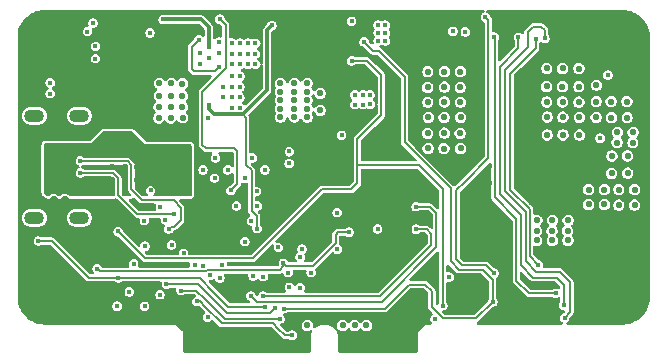
<source format=gbr>
%TF.GenerationSoftware,KiCad,Pcbnew,9.0.2*%
%TF.CreationDate,2026-02-05T18:46:00+01:00*%
%TF.ProjectId,PDNode-PDCard,50444e6f-6465-42d5-9044-436172642e6b,rev?*%
%TF.SameCoordinates,Original*%
%TF.FileFunction,Copper,L3,Inr*%
%TF.FilePolarity,Positive*%
%FSLAX46Y46*%
G04 Gerber Fmt 4.6, Leading zero omitted, Abs format (unit mm)*
G04 Created by KiCad (PCBNEW 9.0.2) date 2026-02-05 18:46:00*
%MOMM*%
%LPD*%
G01*
G04 APERTURE LIST*
%TA.AperFunction,ComponentPad*%
%ADD10C,0.700000*%
%TD*%
%TA.AperFunction,ComponentPad*%
%ADD11C,4.400000*%
%TD*%
%TA.AperFunction,HeatsinkPad*%
%ADD12C,0.500000*%
%TD*%
%TA.AperFunction,HeatsinkPad*%
%ADD13O,1.700000X1.100000*%
%TD*%
%TA.AperFunction,ComponentPad*%
%ADD14C,0.600000*%
%TD*%
%TA.AperFunction,ViaPad*%
%ADD15C,0.400000*%
%TD*%
%TA.AperFunction,ViaPad*%
%ADD16C,0.550000*%
%TD*%
%TA.AperFunction,Conductor*%
%ADD17C,0.200000*%
%TD*%
%TA.AperFunction,Conductor*%
%ADD18C,0.150000*%
%TD*%
%TA.AperFunction,Conductor*%
%ADD19C,0.300000*%
%TD*%
G04 APERTURE END LIST*
D10*
%TO.N,GND*%
%TO.C,H3*%
X51500000Y31375000D03*
X50333274Y31858274D03*
X52666726Y31858274D03*
X49850000Y33025000D03*
D11*
X51500000Y33025000D03*
D10*
X53150000Y33025000D03*
X50333274Y34191726D03*
X52666726Y34191726D03*
X51500000Y34675000D03*
%TD*%
%TO.N,GND*%
%TO.C,H1*%
X2500000Y31375000D03*
X1333274Y31858274D03*
X3666726Y31858274D03*
X850000Y33025000D03*
D11*
X2500000Y33025000D03*
D10*
X4150000Y33025000D03*
X1333274Y34191726D03*
X3666726Y34191726D03*
X2500000Y34675000D03*
%TD*%
D12*
%TO.N,GND*%
%TO.C,IC2*%
X15500000Y17600000D03*
X15500000Y16650000D03*
X15500000Y15700000D03*
X16450000Y17600000D03*
X16450000Y16650000D03*
X16450000Y15700000D03*
X17400000Y17600000D03*
X17400000Y16650000D03*
X17400000Y15700000D03*
%TD*%
D13*
%TO.N,SHIELD*%
%TO.C,J1*%
X5500000Y26345000D03*
X1700000Y26345000D03*
X5500000Y17705000D03*
X1700000Y17705000D03*
%TD*%
D10*
%TO.N,GND*%
%TO.C,H2*%
X2500000Y9375000D03*
X1333274Y9858274D03*
X3666726Y9858274D03*
X850000Y11025000D03*
D11*
X2500000Y11025000D03*
D10*
X4150000Y11025000D03*
X1333274Y12191726D03*
X3666726Y12191726D03*
X2500000Y12675000D03*
%TD*%
D14*
%TO.N,GND*%
%TO.C,IC6*%
X26305000Y15665000D03*
X26305000Y17385000D03*
X25825000Y16525000D03*
X25345000Y15665000D03*
X25345000Y17385000D03*
%TD*%
D10*
%TO.N,GND*%
%TO.C,H4*%
X51500000Y9375000D03*
X50333274Y9858274D03*
X52666726Y9858274D03*
X49850000Y11025000D03*
D11*
X51500000Y11025000D03*
D10*
X53150000Y11025000D03*
X50333274Y12191726D03*
X52666726Y12191726D03*
X51500000Y12675000D03*
%TD*%
D15*
%TO.N,/Block Diagram/USB-PD Source Controller/VBUS_DET*%
X23275000Y11825000D03*
%TO.N,/Block Diagram/Board Connector and Supplies/VBUS_VMON_PORT0*%
X23525000Y7775000D03*
X15450000Y10625000D03*
X11000000Y17475000D03*
%TO.N,/Block Diagram/USB-PD Source Controller/1V8_INTERNAL*%
X20070000Y17450000D03*
X16600000Y12843585D03*
%TO.N,+24V*%
X31395000Y33375000D03*
X30800000Y33375000D03*
D16*
X52506041Y20093659D03*
X51174848Y20093659D03*
X49938066Y20093659D03*
X52506041Y18781348D03*
X50561178Y21481498D03*
X48606873Y20093659D03*
X28800000Y8600000D03*
X44205749Y16610000D03*
X49938066Y18837995D03*
D15*
X30800000Y32700000D03*
D16*
X50589501Y22954307D03*
X46879155Y17506802D03*
X51174848Y18781348D03*
X51920694Y22954307D03*
X24800000Y8600000D03*
X46860273Y15797966D03*
X44216770Y15797966D03*
D15*
X31400000Y34025000D03*
D16*
X45557403Y17506802D03*
X51930135Y21490939D03*
X46849252Y16610000D03*
X45527500Y16610000D03*
X29800000Y8600000D03*
D15*
X30800000Y34025000D03*
D16*
X48606873Y18837995D03*
X45538521Y15797966D03*
D15*
X31400000Y32700000D03*
D16*
X27800000Y8600000D03*
X44235652Y17506802D03*
%TO.N,GND*%
X3325000Y19275000D03*
D15*
X30300000Y15775000D03*
X20575000Y15525000D03*
X11550000Y32575000D03*
X29600000Y21400000D03*
X21225000Y22600000D03*
X6094810Y13732053D03*
D16*
X40400000Y17400000D03*
D15*
X34050000Y34825000D03*
X5850000Y30500000D03*
X7300000Y29350000D03*
X8250000Y25905000D03*
X15375000Y7650000D03*
D16*
X4350000Y24775000D03*
X33225000Y9500000D03*
D15*
X6425000Y9700000D03*
D16*
X40400000Y16600000D03*
D15*
X16000000Y20750000D03*
X26500000Y34350000D03*
X28550000Y21400000D03*
X23100000Y18775000D03*
X34400000Y20950000D03*
X9400000Y18225000D03*
X42450000Y20700000D03*
X26800000Y22150000D03*
D16*
X24811982Y24365727D03*
X33725000Y11250000D03*
X4275000Y19275000D03*
X41812016Y16610000D03*
D15*
X11330000Y34675000D03*
D16*
X50596492Y16441058D03*
D15*
X31150000Y23950000D03*
D16*
X23773463Y25211229D03*
D15*
X29600000Y18000000D03*
X8450000Y18205000D03*
X7000000Y16400000D03*
X34025000Y15375000D03*
D16*
X31700000Y8600000D03*
D15*
X19175000Y33850000D03*
X16250000Y7225000D03*
D16*
X32225000Y9500000D03*
X24759549Y31314736D03*
D15*
X30600000Y19500000D03*
D16*
X22724531Y25219797D03*
D15*
X40225000Y20650000D03*
X18950000Y14750000D03*
X27150000Y14125000D03*
D16*
X49296492Y17141058D03*
D15*
X11525000Y20025000D03*
X44500000Y12100000D03*
X20275000Y7275000D03*
X51525000Y28550000D03*
X40225000Y22075000D03*
X28150000Y13075000D03*
X7275000Y28025000D03*
X27550000Y18825000D03*
D16*
X3400000Y24775000D03*
X34725000Y11250000D03*
X32700000Y8600000D03*
X30700000Y8600000D03*
X22665804Y31306520D03*
D15*
X31650000Y21400000D03*
X28250000Y20600000D03*
D16*
X22718237Y24357511D03*
D15*
X32200000Y20900000D03*
D16*
X39100000Y17400000D03*
D15*
X8225000Y26900000D03*
X11150000Y18500000D03*
X10250000Y16900000D03*
D16*
X39100000Y16600000D03*
D15*
X32225000Y24875000D03*
D16*
X34250000Y9500000D03*
X49296492Y15741058D03*
X33700000Y8600000D03*
D15*
X29530000Y28942081D03*
X50900000Y29225000D03*
X41175000Y9550000D03*
X10950000Y11400000D03*
D16*
X52008508Y15751058D03*
X39100000Y15800000D03*
X34725000Y10350000D03*
D15*
X9325000Y13650000D03*
X27550000Y34375000D03*
X1075000Y30050000D03*
X22425000Y12150000D03*
X34045000Y33350000D03*
X36975000Y9650000D03*
D16*
X1500000Y24775000D03*
D15*
X30105000Y28942081D03*
X17550000Y11700000D03*
D16*
X52008508Y16451058D03*
D15*
X22100000Y18800000D03*
D16*
X2450000Y24775000D03*
X40400000Y15800000D03*
D15*
X4200000Y16300000D03*
D16*
X41812016Y15810000D03*
D15*
X29625000Y34375000D03*
X14700000Y24950000D03*
X26150000Y13075000D03*
D16*
X33725000Y10350000D03*
D15*
X35650000Y14050000D03*
X28250000Y19600000D03*
X39700000Y12100000D03*
D16*
X50596492Y15741058D03*
X23714736Y31297952D03*
D15*
X31300000Y20200000D03*
D16*
X32725000Y10350000D03*
D15*
X51525000Y29225000D03*
X33000000Y33350000D03*
X33025000Y17725000D03*
D16*
X24763745Y30383216D03*
D15*
X19275000Y7275000D03*
X10600000Y26900000D03*
X5575000Y32625000D03*
X21850000Y14325000D03*
D16*
X49296492Y16441058D03*
X41812016Y17410000D03*
D15*
X27550000Y21400000D03*
D16*
X23718932Y30366432D03*
X50596492Y17141058D03*
X2375000Y19275000D03*
D15*
X29950000Y20200000D03*
X29575000Y14000000D03*
X33300000Y19900000D03*
D16*
X52008508Y17151058D03*
D15*
X6475000Y11150000D03*
X4700000Y15700000D03*
X42450000Y22025000D03*
X38925000Y34375000D03*
X35200000Y17725000D03*
X21275000Y7275000D03*
D16*
X24818276Y25228013D03*
D15*
X39150000Y32925000D03*
D16*
X22670000Y30375000D03*
D15*
X30350000Y14725000D03*
X7300000Y28700000D03*
X50900000Y28550000D03*
X10600000Y30500000D03*
X52200000Y29225000D03*
X20150000Y33825000D03*
D16*
X1425000Y19275000D03*
D15*
X28837404Y28925000D03*
X18100000Y8275000D03*
X52200000Y28550000D03*
X14950000Y11100000D03*
D16*
X23767169Y24348943D03*
D15*
X30050000Y17350000D03*
X27175000Y11775000D03*
%TO.N,/Block Diagram/USB-PD Source Controller/3V3_INTERNAL*%
X17400000Y12630000D03*
X15275000Y13750000D03*
D16*
%TO.N,/Block Diagram/Adjustable 5A Buck Converter/SW1*%
X52359219Y24068061D03*
X51882930Y26183158D03*
X50548711Y26190097D03*
X47826283Y26224069D03*
X45063193Y28829808D03*
X47830437Y24710726D03*
X47792673Y30347053D03*
X49251321Y26218847D03*
X45111405Y24729608D03*
X46397412Y28822869D03*
X49270203Y28937879D03*
X47794813Y27508057D03*
X51857633Y27545176D03*
X46441470Y26236012D03*
X51025000Y24075000D03*
X46410000Y27520000D03*
X46407860Y30358996D03*
X49258260Y27553066D03*
X50523414Y27552115D03*
X45107251Y26242951D03*
X47782225Y28810926D03*
X46445624Y24722669D03*
X45073641Y30365935D03*
X45075781Y27526939D03*
X52384219Y24943061D03*
X51050000Y24950000D03*
%TO.N,VBUS*%
X8250000Y20000000D03*
X8250000Y22000000D03*
X8250000Y24005000D03*
X13381726Y20939610D03*
X5580000Y20505000D03*
X14300000Y22000000D03*
X9400000Y23000000D03*
X5580000Y23545000D03*
X10400000Y23000000D03*
X9400000Y20000000D03*
X8251190Y20917749D03*
X11400000Y20900000D03*
X12400000Y23000000D03*
X12400000Y22000000D03*
X10400000Y22000000D03*
X14300000Y23100000D03*
X14300000Y20900000D03*
X8250000Y23000000D03*
X9388228Y21997887D03*
X11400000Y23000000D03*
X13400000Y22000000D03*
X12423286Y20899675D03*
X10406570Y20909659D03*
X13400000Y23000000D03*
X9408195Y24005000D03*
X11400000Y22000000D03*
X9388228Y20909659D03*
D15*
%TO.N,/Block Diagram/Adjustable 5A Buck Converter/SW2*%
X29530000Y28115000D03*
X30105000Y28115000D03*
D16*
X34985820Y24863435D03*
X34994279Y28751400D03*
X35000000Y30075000D03*
X37744279Y28751400D03*
X36364923Y23566860D03*
X35039103Y26223425D03*
X36395820Y24883435D03*
X36410000Y30095000D03*
X35000000Y27500000D03*
X36410000Y27520000D03*
X37774923Y23586860D03*
X37789103Y26223425D03*
D15*
X28830000Y28115000D03*
D16*
X35024923Y23586860D03*
X36379103Y26203425D03*
X36404279Y28771400D03*
X37750000Y30075000D03*
X37735820Y24863435D03*
X37750000Y27500000D03*
%TO.N,/Block Diagram/Adjustable 5A Buck Converter/VOUT*%
X22527966Y26937475D03*
X25878847Y28235409D03*
X23700000Y28400000D03*
X22527262Y27665107D03*
X24776284Y27666052D03*
X22527966Y26237475D03*
X23700000Y29100000D03*
X23700000Y27680000D03*
X24776988Y26938420D03*
X23700704Y26952368D03*
D15*
X30123672Y27313385D03*
X23275000Y23325000D03*
X29505000Y27300000D03*
D16*
X24776988Y26238420D03*
X23700704Y26252368D03*
X25878847Y26815409D03*
D15*
X28830000Y27300000D03*
D16*
X24776284Y28386052D03*
X24776284Y29086052D03*
X22527262Y29085107D03*
X22527262Y28385107D03*
D15*
%TO.N,+3.3VA*%
X14320000Y14730000D03*
%TO.N,+3.3V*%
X30750000Y16775000D03*
X28550000Y34350000D03*
X24200000Y14400000D03*
X16000000Y13640000D03*
X21075000Y12725000D03*
X20550000Y18725000D03*
X20200000Y12800000D03*
X23175000Y13075000D03*
X25125000Y13075000D03*
X11050000Y15300000D03*
X20500000Y19950000D03*
X11475000Y33375000D03*
X22350000Y15200000D03*
X9725000Y11450000D03*
X35625000Y9150000D03*
X24200000Y11800000D03*
X10100000Y13825000D03*
X8700000Y10225000D03*
X24350000Y15050000D03*
%TO.N,SHIELD*%
X3025000Y29150000D03*
X3025000Y28225000D03*
%TO.N,+5V*%
X27325000Y18150000D03*
X12325000Y11200000D03*
X27330699Y15044301D03*
X16350000Y9300000D03*
X12775000Y17551000D03*
%TO.N,Net-(D1-Pad2)*%
X46525000Y10300000D03*
X42675000Y33000000D03*
%TO.N,Net-(IC4-Y)*%
X39875000Y34700000D03*
X40600000Y13025000D03*
X36800000Y12700000D03*
%TO.N,Net-(D2-Pad2)*%
X46575000Y9250000D03*
X44900000Y32900000D03*
%TO.N,Net-(IC5-Y)*%
X44350000Y13750000D03*
X44150000Y32875000D03*
%TO.N,Net-(D3-Pad1)*%
X45830000Y11325000D03*
X40625000Y33000000D03*
%TO.N,/Block Diagram/USB-PD Source Controller/CC1*%
X5580000Y22525000D03*
X13075000Y16775000D03*
%TO.N,/Block Diagram/USB-PD Source Controller/CC2*%
X5580000Y21525000D03*
X13525000Y18000000D03*
%TO.N,PMIC_EN*%
X22850000Y10025000D03*
X29610000Y32600000D03*
X40500000Y10600000D03*
D16*
%TO.N,/Block Diagram/USB-PD Source Controller/CURR_MEA*%
X13250000Y27099581D03*
X14220361Y28028070D03*
X14250312Y26201044D03*
X13281889Y29086347D03*
X12263546Y28048037D03*
X13250000Y26161109D03*
X12243579Y27099581D03*
X12223611Y26161109D03*
X12273530Y29096330D03*
X14230344Y29066379D03*
X13250000Y28037500D03*
X14230344Y27100000D03*
D15*
%TO.N,PGOOD_COMBINED*%
X21250000Y10175000D03*
X8800000Y12625000D03*
X2025000Y15750000D03*
%TO.N,/Block Diagram/Adjustable 5A Buck Converter/FEEDBACK*%
X15970000Y21775000D03*
X27700000Y24700000D03*
%TO.N,PGOOD_PMIC*%
X36275000Y10275000D03*
X28550000Y31000000D03*
X8775000Y16550000D03*
%TO.N,/Block Diagram/USB-PD Source Controller/SPI_CLK*%
X19510000Y15700000D03*
%TO.N,/Block Diagram/USB-PD Source Controller/PDO3*%
X19510000Y21040000D03*
X20145990Y22781289D03*
%TO.N,/Block Diagram/USB-PD Source Controller/PDO4*%
X18060000Y21775000D03*
%TO.N,/Block Diagram/USB-PD Source Controller/DISCHARGE*%
X20550000Y16800000D03*
X16500000Y27300000D03*
X21800000Y34000000D03*
%TO.N,/Block Diagram/USB-PD Source Controller/PD_IRQ*%
X18800000Y18730000D03*
%TO.N,/Block Diagram/USB-PD Source Controller/SPI_MOSI*%
X17587568Y13744585D03*
%TO.N,/Block Diagram/USB-PD Source Controller/VBUS_EN*%
X17400000Y34525000D03*
X18325000Y20025000D03*
%TO.N,Net-(IC3-A0)*%
X6860000Y32225000D03*
%TO.N,/Block Diagram/USB-PD Source Controller/VBUS_DET*%
X12350000Y18660000D03*
%TO.N,Net-(IC3-A1)*%
X6860000Y31185000D03*
%TO.N,/Block Diagram/USB-PD Source Controller/PD_ENABLE*%
X13310000Y15425000D03*
X22475000Y9150000D03*
X14100000Y11550000D03*
%TO.N,Net-(T1-G)*%
X49600000Y24450000D03*
X38175000Y33450000D03*
%TO.N,Net-(T2-G)*%
X37125000Y33500000D03*
X50250000Y29800000D03*
%TO.N,/Block Diagram/USB-PD Source Controller/PDO2*%
X21210000Y21775000D03*
%TO.N,Net-(T3-G)*%
X17300000Y30450000D03*
X15600000Y32800000D03*
%TO.N,/Block Diagram/USB-PD Source Controller/PDO5*%
X16941979Y21083021D03*
X17010000Y22795000D03*
%TO.N,/Block Diagram/Board Connector and Supplies/I2C_SDA*%
X6175000Y33475000D03*
X34025000Y16750000D03*
X21050000Y11090000D03*
%TO.N,/Block Diagram/Board Connector and Supplies/I2C_SCL*%
X6650000Y34200000D03*
X20025000Y11090000D03*
X34000000Y18650000D03*
%TO.N,PGOOD_3V3*%
X7000000Y13400000D03*
X22775000Y13875000D03*
X28325000Y16500000D03*
%TO.N,Net-(JP1-C)*%
X11025000Y10225000D03*
%TO.N,/Block Diagram/Board Connector and Supplies/PORT_EN*%
X22025000Y10050000D03*
X12875000Y12100000D03*
%TO.N,/Block Diagram/USB-PD Source Controller/V_SOURCE*%
X18400000Y30700000D03*
X18400000Y29700000D03*
X17700000Y28800000D03*
X20400000Y31600000D03*
X19100000Y27000000D03*
X19100000Y32500000D03*
X17700000Y27900000D03*
X18400000Y28800000D03*
X18400000Y27000000D03*
X19100000Y27900000D03*
X20400000Y32500000D03*
X18400000Y31600000D03*
X19800000Y31600000D03*
X16350000Y26200000D03*
X23260000Y22320000D03*
X19100000Y29700000D03*
X20400000Y30700000D03*
X19100000Y31600000D03*
X19100000Y30700000D03*
X18400000Y32500000D03*
X19100000Y28800000D03*
X19800000Y30700000D03*
X18400000Y27900000D03*
X19800000Y32500000D03*
%TO.N,/Block Diagram/USB-PD Source Controller/T3T4DS*%
X16450000Y31250000D03*
X17323211Y32581788D03*
X17323211Y31681788D03*
X12600000Y34500000D03*
X16450000Y32150000D03*
X15750000Y31650000D03*
X15750000Y30750000D03*
%TD*%
D17*
%TO.N,/Block Diagram/Board Connector and Supplies/VBUS_VMON_PORT0*%
X22325000Y8325000D02*
X22875000Y7775000D01*
X22875000Y7775000D02*
X23525000Y7775000D01*
X18325000Y8775000D02*
X21875000Y8775000D01*
X17550000Y8775000D02*
X18325000Y8775000D01*
X16150000Y10175000D02*
X17550000Y8775000D01*
X21875000Y8775000D02*
X22325000Y8325000D01*
X15700000Y10625000D02*
X16150000Y10175000D01*
X15450000Y10625000D02*
X15700000Y10625000D01*
%TO.N,Net-(D1-Pad2)*%
X45900000Y12650000D02*
X46525000Y12025000D01*
X42675000Y32050000D02*
X41075000Y30450000D01*
X43925000Y12650000D02*
X45900000Y12650000D01*
X41075000Y19725000D02*
X42875000Y17925000D01*
X42875000Y17925000D02*
X42875000Y13700000D01*
X42675000Y33000000D02*
X42675000Y32050000D01*
X42875000Y13700000D02*
X43925000Y12650000D01*
X41075000Y30450000D02*
X41075000Y19725000D01*
X46525000Y12025000D02*
X46525000Y10300000D01*
%TO.N,Net-(IC4-Y)*%
X39925000Y13700000D02*
X38475000Y13700000D01*
X40125000Y22750000D02*
X40125000Y24825000D01*
X38125000Y20750000D02*
X40125000Y22750000D01*
X37900000Y13700000D02*
X37575000Y14025000D01*
X37400000Y15250000D02*
X37400000Y20025000D01*
X37575000Y14025000D02*
X37400000Y14200000D01*
X40125000Y24825000D02*
X40125000Y34450000D01*
X37400000Y20025000D02*
X38125000Y20750000D01*
X38475000Y13700000D02*
X37900000Y13700000D01*
X40125000Y34450000D02*
X39875000Y34700000D01*
X40600000Y13025000D02*
X39925000Y13700000D01*
X37400000Y14200000D02*
X37400000Y15250000D01*
%TO.N,Net-(D2-Pad2)*%
X44200000Y13150000D02*
X43275000Y14075000D01*
X44625000Y33875000D02*
X44900000Y33600000D01*
X44900000Y33600000D02*
X44900000Y32900000D01*
X43275000Y18200000D02*
X41525000Y19950000D01*
X41525000Y30225000D02*
X43450000Y32150000D01*
X43450000Y33400000D02*
X43925000Y33875000D01*
X41525000Y19950000D02*
X41525000Y30225000D01*
X47050000Y9725000D02*
X47050000Y12275000D01*
X46575000Y9250000D02*
X47050000Y9725000D01*
X43925000Y33875000D02*
X44625000Y33875000D01*
X46175000Y13150000D02*
X44200000Y13150000D01*
X43450000Y32150000D02*
X43450000Y33400000D01*
X43275000Y14075000D02*
X43275000Y18200000D01*
X47050000Y12275000D02*
X46175000Y13150000D01*
%TO.N,Net-(IC5-Y)*%
X44150000Y32875000D02*
X44150000Y32100000D01*
X43625000Y18450000D02*
X43625000Y14475000D01*
X43625000Y14475000D02*
X44350000Y13750000D01*
X41975000Y20100000D02*
X43625000Y18450000D01*
X41975000Y29925000D02*
X41975000Y20100000D01*
X44150000Y32100000D02*
X41975000Y29925000D01*
%TO.N,Net-(D3-Pad1)*%
X42500000Y12375000D02*
X43550000Y11325000D01*
X40675000Y19437500D02*
X42500000Y17612500D01*
X40625000Y33000000D02*
X40675000Y32950000D01*
X42500000Y17612500D02*
X42500000Y12375000D01*
X40675000Y32950000D02*
X40675000Y19437500D01*
X43550000Y11325000D02*
X45830000Y11325000D01*
D18*
%TO.N,/Block Diagram/USB-PD Source Controller/CC1*%
X14100000Y18575000D02*
X13475000Y19200000D01*
X9889228Y20110772D02*
X9889228Y22205408D01*
X13075000Y16775000D02*
X13250000Y16950000D01*
X9400000Y22500000D02*
X5605000Y22500000D01*
X10800000Y19200000D02*
X9889228Y20110772D01*
X9889228Y22205408D02*
X9595749Y22498887D01*
X13250000Y16950000D02*
X13500000Y16950000D01*
X9595749Y22498887D02*
X9401113Y22498887D01*
X5605000Y22500000D02*
X5580000Y22525000D01*
X13475000Y19200000D02*
X10800000Y19200000D01*
X9401113Y22498887D02*
X9400000Y22500000D01*
X14100000Y17550000D02*
X14100000Y18575000D01*
X13500000Y16950000D02*
X14100000Y17550000D01*
%TO.N,/Block Diagram/USB-PD Source Controller/CC2*%
X8800000Y21077460D02*
X8378460Y21499000D01*
X8800000Y19600000D02*
X8800000Y21077460D01*
X10400000Y18000000D02*
X8800000Y19600000D01*
X8378460Y21499000D02*
X5606000Y21499000D01*
X13525000Y18000000D02*
X10400000Y18000000D01*
X5606000Y21499000D02*
X5580000Y21525000D01*
D17*
%TO.N,PMIC_EN*%
X39099000Y9199000D02*
X40500000Y10600000D01*
X34800000Y12050000D02*
X35350000Y11500000D01*
X39675000Y13300000D02*
X37650000Y13300000D01*
X37650000Y13300000D02*
X36925000Y14025000D01*
X40500000Y10600000D02*
X40500000Y12475000D01*
X35350000Y11500000D02*
X35350000Y10137189D01*
X30875000Y31825000D02*
X30385000Y31825000D01*
X33375000Y12050000D02*
X34800000Y12050000D01*
X36925000Y20225000D02*
X33050000Y24100000D01*
X35350000Y10137189D02*
X36288189Y9199000D01*
X22850000Y10025000D02*
X31350000Y10025000D01*
X33050000Y29650000D02*
X30875000Y31825000D01*
X36288189Y9199000D02*
X39099000Y9199000D01*
X33050000Y24100000D02*
X33050000Y29650000D01*
X36925000Y14025000D02*
X36925000Y20225000D01*
X31350000Y10025000D02*
X33375000Y12050000D01*
X40500000Y12475000D02*
X39675000Y13300000D01*
X30385000Y31825000D02*
X29610000Y32600000D01*
%TO.N,PGOOD_COMBINED*%
X6275000Y12625000D02*
X3150000Y15750000D01*
X18125000Y10175000D02*
X21250000Y10175000D01*
X3150000Y15750000D02*
X2025000Y15750000D01*
X15675000Y12625000D02*
X16925000Y11375000D01*
X16925000Y11375000D02*
X18125000Y10175000D01*
X9125000Y12625000D02*
X15675000Y12625000D01*
X9125000Y12625000D02*
X6275000Y12625000D01*
X8800000Y12625000D02*
X9125000Y12625000D01*
%TO.N,PGOOD_PMIC*%
X11050000Y14275000D02*
X16375000Y14275000D01*
X36275000Y20150000D02*
X34250000Y22175000D01*
X29025000Y22175000D02*
X29025000Y24400000D01*
X16375000Y14275000D02*
X20175000Y14275000D01*
X29025000Y21550000D02*
X29025000Y22175000D01*
X30450000Y30400000D02*
X29850000Y31000000D01*
X29025000Y24400000D02*
X30250000Y25625000D01*
X34250000Y22175000D02*
X29025000Y22175000D01*
X30250000Y25625000D02*
X31075000Y26450000D01*
X23900000Y18000000D02*
X26025000Y20125000D01*
X31075000Y29775000D02*
X30450000Y30400000D01*
X29850000Y31000000D02*
X28550000Y31000000D01*
X28525000Y20125000D02*
X29025000Y20625000D01*
X8775000Y16550000D02*
X11050000Y14275000D01*
X36275000Y10275000D02*
X36275000Y20150000D01*
X31075000Y28875000D02*
X31075000Y29775000D01*
X31075000Y26450000D02*
X31075000Y28875000D01*
X20175000Y14275000D02*
X23900000Y18000000D01*
X26025000Y20125000D02*
X28525000Y20125000D01*
X29025000Y20625000D02*
X29025000Y21550000D01*
D19*
%TO.N,/Block Diagram/USB-PD Source Controller/DISCHARGE*%
X16926000Y26474000D02*
X19317877Y26474000D01*
D18*
X20074000Y21726000D02*
X19600000Y22200000D01*
X19600000Y26191877D02*
X19317877Y26474000D01*
X19600000Y22200000D02*
X19600000Y26191877D01*
X20550000Y16800000D02*
X20550000Y17825000D01*
X20550000Y17825000D02*
X20074000Y18301000D01*
D19*
X19317877Y26474000D02*
X21400000Y28556123D01*
D18*
X20074000Y18301000D02*
X20074000Y21726000D01*
D19*
X16500000Y26900000D02*
X16926000Y26474000D01*
X21400000Y28556123D02*
X21400000Y33600000D01*
X21400000Y33600000D02*
X21800000Y34000000D01*
X16500000Y27300000D02*
X16500000Y26900000D01*
D17*
%TO.N,/Block Diagram/USB-PD Source Controller/VBUS_EN*%
X18600000Y23600000D02*
X16200000Y23600000D01*
X17900000Y34025000D02*
X17400000Y34525000D01*
X18325000Y20025000D02*
X18875000Y20575000D01*
X18875000Y23325000D02*
X18600000Y23600000D01*
X15900000Y28376834D02*
X17900000Y30376834D01*
X18875000Y20575000D02*
X18875000Y23325000D01*
X16200000Y23600000D02*
X15900000Y23900000D01*
X17900000Y30376834D02*
X17900000Y34025000D01*
X15900000Y23900000D02*
X15900000Y28376834D01*
%TO.N,/Block Diagram/USB-PD Source Controller/PD_ENABLE*%
X15400000Y11550000D02*
X14100000Y11550000D01*
X17800000Y9150000D02*
X16100000Y10850000D01*
X16100000Y10850000D02*
X15400000Y11550000D01*
X22475000Y9150000D02*
X17800000Y9150000D01*
%TO.N,Net-(T3-G)*%
X15000000Y30300000D02*
X15000000Y32200000D01*
X16950000Y30100000D02*
X15200000Y30100000D01*
X15200000Y30100000D02*
X15000000Y30300000D01*
X17300000Y30450000D02*
X16950000Y30100000D01*
X15000000Y32200000D02*
X15600000Y32800000D01*
D18*
%TO.N,/Block Diagram/Board Connector and Supplies/I2C_SDA*%
X21050000Y11090000D02*
X30940000Y11090000D01*
X30940000Y11090000D02*
X35275000Y15425000D01*
X34900000Y16750000D02*
X34025000Y16750000D01*
X35275000Y16375000D02*
X34900000Y16750000D01*
X35275000Y15425000D02*
X35275000Y16375000D01*
%TO.N,/Block Diagram/Board Connector and Supplies/I2C_SCL*%
X20515000Y10600000D02*
X31125000Y10600000D01*
X35725000Y18100000D02*
X35175000Y18650000D01*
X35725000Y15200000D02*
X35725000Y18100000D01*
X31125000Y10600000D02*
X35725000Y15200000D01*
X20025000Y11090000D02*
X20515000Y10600000D01*
X35175000Y18650000D02*
X34000000Y18650000D01*
D17*
%TO.N,PGOOD_3V3*%
X22775000Y13875000D02*
X23025000Y13625000D01*
X27200000Y15550000D02*
X27200000Y16275000D01*
X7211000Y13189000D02*
X7000000Y13400000D01*
X23025000Y13625000D02*
X25275000Y13625000D01*
X16186811Y13189000D02*
X7211000Y13189000D01*
X27425000Y16500000D02*
X28325000Y16500000D01*
X27200000Y16275000D02*
X27425000Y16500000D01*
X22775000Y13600000D02*
X22468585Y13293585D01*
X25275000Y13625000D02*
X27200000Y15550000D01*
X22775000Y13875000D02*
X22775000Y13600000D01*
X16291396Y13293585D02*
X16186811Y13189000D01*
X22468585Y13293585D02*
X16291396Y13293585D01*
%TO.N,/Block Diagram/Board Connector and Supplies/PORT_EN*%
X20125000Y9675000D02*
X17975000Y9675000D01*
X15550000Y12100000D02*
X12875000Y12100000D01*
X17975000Y9675000D02*
X16625000Y11025000D01*
X22025000Y10050000D02*
X21650000Y9675000D01*
X16625000Y11025000D02*
X15550000Y12100000D01*
X21650000Y9675000D02*
X20125000Y9675000D01*
D19*
%TO.N,/Block Diagram/USB-PD Source Controller/T3T4DS*%
X12600000Y34500000D02*
X15800000Y34500000D01*
X16450000Y33850000D02*
X16450000Y32150000D01*
X15800000Y34500000D02*
X16450000Y33850000D01*
%TD*%
%TA.AperFunction,Conductor*%
%TO.N,GND*%
G36*
X10154292Y19441126D02*
G01*
X10189314Y19416544D01*
X10576983Y19028875D01*
X10576984Y19028874D01*
X10628874Y18976984D01*
X10692426Y18940293D01*
X10763308Y18921300D01*
X11840474Y18921300D01*
X11907513Y18901615D01*
X11953268Y18848811D01*
X11963212Y18779653D01*
X11960249Y18765210D01*
X11946300Y18713148D01*
X11946300Y18606852D01*
X11973811Y18504177D01*
X11973812Y18504176D01*
X11973812Y18504175D01*
X11996603Y18464700D01*
X12013076Y18396800D01*
X11990223Y18330773D01*
X11935302Y18287582D01*
X11889216Y18278700D01*
X10566803Y18278700D01*
X10499764Y18298385D01*
X10479122Y18315019D01*
X9689522Y19104619D01*
X9656037Y19165942D01*
X9661021Y19235634D01*
X9702893Y19291567D01*
X9768357Y19315984D01*
X9777203Y19316300D01*
X9781502Y19316300D01*
X9782065Y19316311D01*
X9788948Y19316433D01*
X9797794Y19316749D01*
X9863277Y19329775D01*
X9928741Y19354192D01*
X9952067Y19364558D01*
X10021390Y19423400D01*
X10085239Y19451774D01*
X10154292Y19441126D01*
G37*
%TD.AperFunction*%
%TA.AperFunction,Conductor*%
G36*
X39771054Y35304815D02*
G01*
X39816809Y35252011D01*
X39826753Y35182853D01*
X39797728Y35119297D01*
X39738950Y35081523D01*
X39736149Y35080737D01*
X39719177Y35076189D01*
X39719175Y35076188D01*
X39719174Y35076188D01*
X39627125Y35023043D01*
X39627119Y35023039D01*
X39551961Y34947881D01*
X39551957Y34947875D01*
X39498812Y34855826D01*
X39498812Y34855825D01*
X39498811Y34855823D01*
X39471300Y34753148D01*
X39471300Y34646852D01*
X39498811Y34544177D01*
X39551959Y34452122D01*
X39627122Y34376959D01*
X39719177Y34323811D01*
X39729389Y34321075D01*
X39789051Y34284713D01*
X39819582Y34221867D01*
X39821300Y34201299D01*
X39821300Y22927160D01*
X39801615Y22860121D01*
X39784981Y22839479D01*
X37921082Y20975580D01*
X37350042Y20404541D01*
X37288719Y20371056D01*
X37219027Y20376040D01*
X37175933Y20407895D01*
X37173768Y20405729D01*
X33929615Y23649882D01*
X34546223Y23649882D01*
X34546223Y23523838D01*
X34575432Y23414829D01*
X34578845Y23402090D01*
X34578846Y23402087D01*
X34641864Y23292935D01*
X34641866Y23292932D01*
X34641867Y23292931D01*
X34730994Y23203804D01*
X34840152Y23140782D01*
X34961901Y23108160D01*
X34961903Y23108160D01*
X35087943Y23108160D01*
X35087945Y23108160D01*
X35209694Y23140782D01*
X35318852Y23203804D01*
X35407979Y23292931D01*
X35471001Y23402089D01*
X35503623Y23523838D01*
X35503623Y23629882D01*
X35886223Y23629882D01*
X35886223Y23503838D01*
X35910073Y23414829D01*
X35918845Y23382090D01*
X35918846Y23382087D01*
X35981864Y23272935D01*
X35981866Y23272932D01*
X35981867Y23272931D01*
X36070994Y23183804D01*
X36070995Y23183803D01*
X36070997Y23183802D01*
X36096332Y23169175D01*
X36180152Y23120782D01*
X36301901Y23088160D01*
X36301903Y23088160D01*
X36427943Y23088160D01*
X36427945Y23088160D01*
X36549694Y23120782D01*
X36658852Y23183804D01*
X36747979Y23272931D01*
X36811001Y23382089D01*
X36843623Y23503838D01*
X36843623Y23629882D01*
X36838264Y23649882D01*
X37296223Y23649882D01*
X37296223Y23523838D01*
X37325432Y23414829D01*
X37328845Y23402090D01*
X37328846Y23402087D01*
X37391864Y23292935D01*
X37391866Y23292932D01*
X37391867Y23292931D01*
X37480994Y23203804D01*
X37590152Y23140782D01*
X37711901Y23108160D01*
X37711903Y23108160D01*
X37837943Y23108160D01*
X37837945Y23108160D01*
X37959694Y23140782D01*
X38068852Y23203804D01*
X38157979Y23292931D01*
X38221001Y23402089D01*
X38253623Y23523838D01*
X38253623Y23649882D01*
X38221001Y23771631D01*
X38179784Y23843021D01*
X38157981Y23880786D01*
X38157977Y23880791D01*
X38068853Y23969915D01*
X38068848Y23969919D01*
X37959696Y24032937D01*
X37959695Y24032938D01*
X37959694Y24032938D01*
X37837945Y24065560D01*
X37711901Y24065560D01*
X37590152Y24032938D01*
X37590149Y24032937D01*
X37480997Y23969919D01*
X37480992Y23969915D01*
X37391868Y23880791D01*
X37391864Y23880786D01*
X37328846Y23771634D01*
X37328845Y23771631D01*
X37296223Y23649882D01*
X36838264Y23649882D01*
X36811001Y23751631D01*
X36768060Y23826008D01*
X36747981Y23860786D01*
X36747977Y23860791D01*
X36658853Y23949915D01*
X36658848Y23949919D01*
X36549696Y24012937D01*
X36549695Y24012938D01*
X36549694Y24012938D01*
X36427945Y24045560D01*
X36301901Y24045560D01*
X36180152Y24012938D01*
X36180149Y24012937D01*
X36070997Y23949919D01*
X36070992Y23949915D01*
X35981868Y23860791D01*
X35981864Y23860786D01*
X35918846Y23751634D01*
X35918845Y23751631D01*
X35886223Y23629882D01*
X35503623Y23629882D01*
X35503623Y23649882D01*
X35471001Y23771631D01*
X35429784Y23843021D01*
X35407981Y23880786D01*
X35407977Y23880791D01*
X35318853Y23969915D01*
X35318848Y23969919D01*
X35209696Y24032937D01*
X35209695Y24032938D01*
X35209694Y24032938D01*
X35087945Y24065560D01*
X34961901Y24065560D01*
X34840152Y24032938D01*
X34840149Y24032937D01*
X34730997Y23969919D01*
X34730992Y23969915D01*
X34641868Y23880791D01*
X34641864Y23880786D01*
X34578846Y23771634D01*
X34578845Y23771631D01*
X34546223Y23649882D01*
X33929615Y23649882D01*
X33390019Y24189478D01*
X33356534Y24250801D01*
X33353700Y24277159D01*
X33353700Y24926457D01*
X34507120Y24926457D01*
X34507120Y24800413D01*
X34519785Y24753148D01*
X34539742Y24678665D01*
X34539743Y24678662D01*
X34602761Y24569510D01*
X34602763Y24569507D01*
X34602764Y24569506D01*
X34691891Y24480379D01*
X34691892Y24480378D01*
X34691894Y24480377D01*
X34730556Y24458056D01*
X34801049Y24417357D01*
X34922798Y24384735D01*
X34922800Y24384735D01*
X35048840Y24384735D01*
X35048842Y24384735D01*
X35170591Y24417357D01*
X35279749Y24480379D01*
X35368876Y24569506D01*
X35431898Y24678664D01*
X35464520Y24800413D01*
X35464520Y24926457D01*
X35459161Y24946457D01*
X35917120Y24946457D01*
X35917120Y24820413D01*
X35935144Y24753148D01*
X35949742Y24698665D01*
X35949743Y24698662D01*
X36012761Y24589510D01*
X36012763Y24589507D01*
X36012764Y24589506D01*
X36101891Y24500379D01*
X36211049Y24437357D01*
X36332798Y24404735D01*
X36332800Y24404735D01*
X36458840Y24404735D01*
X36458842Y24404735D01*
X36580591Y24437357D01*
X36689749Y24500379D01*
X36778876Y24589506D01*
X36841898Y24698664D01*
X36874520Y24820413D01*
X36874520Y24926457D01*
X37257120Y24926457D01*
X37257120Y24800413D01*
X37269785Y24753148D01*
X37289742Y24678665D01*
X37289743Y24678662D01*
X37352761Y24569510D01*
X37352763Y24569507D01*
X37352764Y24569506D01*
X37441891Y24480379D01*
X37441892Y24480378D01*
X37441894Y24480377D01*
X37480556Y24458056D01*
X37551049Y24417357D01*
X37672798Y24384735D01*
X37672800Y24384735D01*
X37798840Y24384735D01*
X37798842Y24384735D01*
X37920591Y24417357D01*
X38029749Y24480379D01*
X38118876Y24569506D01*
X38181898Y24678664D01*
X38214520Y24800413D01*
X38214520Y24926457D01*
X38181898Y25048206D01*
X38135926Y25127832D01*
X38118878Y25157361D01*
X38118874Y25157366D01*
X38029750Y25246490D01*
X38029745Y25246494D01*
X37920593Y25309512D01*
X37920592Y25309513D01*
X37920591Y25309513D01*
X37798842Y25342135D01*
X37672798Y25342135D01*
X37551049Y25309513D01*
X37551046Y25309512D01*
X37441894Y25246494D01*
X37441889Y25246490D01*
X37352765Y25157366D01*
X37352761Y25157361D01*
X37289743Y25048209D01*
X37289742Y25048206D01*
X37257120Y24926457D01*
X36874520Y24926457D01*
X36874520Y24946457D01*
X36841898Y25068206D01*
X36802613Y25136250D01*
X36778878Y25177361D01*
X36778874Y25177366D01*
X36689750Y25266490D01*
X36689745Y25266494D01*
X36580593Y25329512D01*
X36580592Y25329513D01*
X36580591Y25329513D01*
X36458842Y25362135D01*
X36332798Y25362135D01*
X36211049Y25329513D01*
X36211046Y25329512D01*
X36101894Y25266494D01*
X36101889Y25266490D01*
X36012765Y25177366D01*
X36012761Y25177361D01*
X35949743Y25068209D01*
X35949742Y25068206D01*
X35917120Y24946457D01*
X35459161Y24946457D01*
X35431898Y25048206D01*
X35385926Y25127832D01*
X35368878Y25157361D01*
X35368874Y25157366D01*
X35279750Y25246490D01*
X35279745Y25246494D01*
X35170593Y25309512D01*
X35170592Y25309513D01*
X35170591Y25309513D01*
X35048842Y25342135D01*
X34922798Y25342135D01*
X34801049Y25309513D01*
X34801046Y25309512D01*
X34691894Y25246494D01*
X34691889Y25246490D01*
X34602765Y25157366D01*
X34602761Y25157361D01*
X34539743Y25048209D01*
X34539742Y25048206D01*
X34507120Y24926457D01*
X33353700Y24926457D01*
X33353700Y26286447D01*
X34560403Y26286447D01*
X34560403Y26160403D01*
X34592853Y26039298D01*
X34593025Y26038655D01*
X34593026Y26038652D01*
X34656044Y25929500D01*
X34656046Y25929497D01*
X34656047Y25929496D01*
X34745174Y25840369D01*
X34745175Y25840368D01*
X34745177Y25840367D01*
X34773850Y25823813D01*
X34854332Y25777347D01*
X34976081Y25744725D01*
X34976083Y25744725D01*
X35102123Y25744725D01*
X35102125Y25744725D01*
X35223874Y25777347D01*
X35333032Y25840369D01*
X35422159Y25929496D01*
X35485181Y26038654D01*
X35517803Y26160403D01*
X35517803Y26266447D01*
X35900403Y26266447D01*
X35900403Y26140403D01*
X35928894Y26034074D01*
X35933025Y26018655D01*
X35933026Y26018652D01*
X35996044Y25909500D01*
X35996046Y25909497D01*
X35996047Y25909496D01*
X36085174Y25820369D01*
X36085175Y25820368D01*
X36085177Y25820367D01*
X36126861Y25796301D01*
X36194332Y25757347D01*
X36316081Y25724725D01*
X36316083Y25724725D01*
X36442123Y25724725D01*
X36442125Y25724725D01*
X36563874Y25757347D01*
X36673032Y25820369D01*
X36762159Y25909496D01*
X36825181Y26018654D01*
X36857803Y26140403D01*
X36857803Y26266447D01*
X36852444Y26286447D01*
X37310403Y26286447D01*
X37310403Y26160403D01*
X37342853Y26039298D01*
X37343025Y26038655D01*
X37343026Y26038652D01*
X37406044Y25929500D01*
X37406046Y25929497D01*
X37406047Y25929496D01*
X37495174Y25840369D01*
X37495175Y25840368D01*
X37495177Y25840367D01*
X37523850Y25823813D01*
X37604332Y25777347D01*
X37726081Y25744725D01*
X37726083Y25744725D01*
X37852123Y25744725D01*
X37852125Y25744725D01*
X37973874Y25777347D01*
X38083032Y25840369D01*
X38172159Y25929496D01*
X38235181Y26038654D01*
X38267803Y26160403D01*
X38267803Y26286447D01*
X38235181Y26408196D01*
X38191400Y26484028D01*
X38172161Y26517351D01*
X38172157Y26517356D01*
X38083033Y26606480D01*
X38083028Y26606484D01*
X37973876Y26669502D01*
X37973875Y26669503D01*
X37973874Y26669503D01*
X37852125Y26702125D01*
X37726081Y26702125D01*
X37604332Y26669503D01*
X37604329Y26669502D01*
X37495177Y26606484D01*
X37495172Y26606480D01*
X37406048Y26517356D01*
X37406044Y26517351D01*
X37343026Y26408199D01*
X37343025Y26408196D01*
X37310403Y26286447D01*
X36852444Y26286447D01*
X36825181Y26388196D01*
X36769853Y26484028D01*
X36762161Y26497351D01*
X36762157Y26497356D01*
X36673033Y26586480D01*
X36673028Y26586484D01*
X36563876Y26649502D01*
X36563875Y26649503D01*
X36563874Y26649503D01*
X36442125Y26682125D01*
X36316081Y26682125D01*
X36194332Y26649503D01*
X36194329Y26649502D01*
X36085177Y26586484D01*
X36085172Y26586480D01*
X35996048Y26497356D01*
X35996044Y26497351D01*
X35933026Y26388199D01*
X35933025Y26388196D01*
X35900403Y26266447D01*
X35517803Y26266447D01*
X35517803Y26286447D01*
X35485181Y26408196D01*
X35441400Y26484028D01*
X35422161Y26517351D01*
X35422157Y26517356D01*
X35333033Y26606480D01*
X35333028Y26606484D01*
X35223876Y26669502D01*
X35223875Y26669503D01*
X35223874Y26669503D01*
X35102125Y26702125D01*
X34976081Y26702125D01*
X34854332Y26669503D01*
X34854329Y26669502D01*
X34745177Y26606484D01*
X34745172Y26606480D01*
X34656048Y26517356D01*
X34656044Y26517351D01*
X34593026Y26408199D01*
X34593025Y26408196D01*
X34560403Y26286447D01*
X33353700Y26286447D01*
X33353700Y27563022D01*
X34521300Y27563022D01*
X34521300Y27436978D01*
X34553761Y27315832D01*
X34553922Y27315230D01*
X34553923Y27315227D01*
X34616941Y27206075D01*
X34616943Y27206072D01*
X34616944Y27206071D01*
X34706071Y27116944D01*
X34706072Y27116943D01*
X34706074Y27116942D01*
X34736981Y27099098D01*
X34815229Y27053922D01*
X34936978Y27021300D01*
X34936980Y27021300D01*
X35063020Y27021300D01*
X35063022Y27021300D01*
X35184771Y27053922D01*
X35293929Y27116944D01*
X35383056Y27206071D01*
X35446078Y27315229D01*
X35478700Y27436978D01*
X35478700Y27563022D01*
X35473341Y27583022D01*
X35931300Y27583022D01*
X35931300Y27456978D01*
X35963035Y27338542D01*
X35963922Y27335230D01*
X35963923Y27335227D01*
X36026941Y27226075D01*
X36026943Y27226072D01*
X36026944Y27226071D01*
X36116071Y27136944D01*
X36116072Y27136943D01*
X36116074Y27136942D01*
X36150709Y27116946D01*
X36225229Y27073922D01*
X36346978Y27041300D01*
X36346980Y27041300D01*
X36473020Y27041300D01*
X36473022Y27041300D01*
X36594771Y27073922D01*
X36703929Y27136944D01*
X36793056Y27226071D01*
X36856078Y27335229D01*
X36888700Y27456978D01*
X36888700Y27563022D01*
X37271300Y27563022D01*
X37271300Y27436978D01*
X37303761Y27315832D01*
X37303922Y27315230D01*
X37303923Y27315227D01*
X37366941Y27206075D01*
X37366943Y27206072D01*
X37366944Y27206071D01*
X37456071Y27116944D01*
X37456072Y27116943D01*
X37456074Y27116942D01*
X37486981Y27099098D01*
X37565229Y27053922D01*
X37686978Y27021300D01*
X37686980Y27021300D01*
X37813020Y27021300D01*
X37813022Y27021300D01*
X37934771Y27053922D01*
X38043929Y27116944D01*
X38133056Y27206071D01*
X38196078Y27315229D01*
X38228700Y27436978D01*
X38228700Y27563022D01*
X38196078Y27684771D01*
X38152322Y27760559D01*
X38133058Y27793926D01*
X38133054Y27793931D01*
X38043930Y27883055D01*
X38043925Y27883059D01*
X37934773Y27946077D01*
X37934772Y27946078D01*
X37934771Y27946078D01*
X37813022Y27978700D01*
X37686978Y27978700D01*
X37565229Y27946078D01*
X37565226Y27946077D01*
X37456074Y27883059D01*
X37456069Y27883055D01*
X37366945Y27793931D01*
X37366941Y27793926D01*
X37303923Y27684774D01*
X37303922Y27684771D01*
X37271300Y27563022D01*
X36888700Y27563022D01*
X36888700Y27583022D01*
X36856078Y27704771D01*
X36807257Y27789332D01*
X36793058Y27813926D01*
X36793054Y27813931D01*
X36703930Y27903055D01*
X36703925Y27903059D01*
X36594773Y27966077D01*
X36594772Y27966078D01*
X36594771Y27966078D01*
X36473022Y27998700D01*
X36346978Y27998700D01*
X36225229Y27966078D01*
X36225226Y27966077D01*
X36116074Y27903059D01*
X36116069Y27903055D01*
X36026945Y27813931D01*
X36026941Y27813926D01*
X35963923Y27704774D01*
X35963922Y27704771D01*
X35931300Y27583022D01*
X35473341Y27583022D01*
X35446078Y27684771D01*
X35402322Y27760559D01*
X35383058Y27793926D01*
X35383054Y27793931D01*
X35293930Y27883055D01*
X35293925Y27883059D01*
X35184773Y27946077D01*
X35184772Y27946078D01*
X35184771Y27946078D01*
X35063022Y27978700D01*
X34936978Y27978700D01*
X34815229Y27946078D01*
X34815226Y27946077D01*
X34706074Y27883059D01*
X34706069Y27883055D01*
X34616945Y27793931D01*
X34616941Y27793926D01*
X34553923Y27684774D01*
X34553922Y27684771D01*
X34521300Y27563022D01*
X33353700Y27563022D01*
X33353700Y28814422D01*
X34515579Y28814422D01*
X34515579Y28688378D01*
X34547331Y28569878D01*
X34548201Y28566630D01*
X34548202Y28566627D01*
X34611220Y28457475D01*
X34611222Y28457472D01*
X34611223Y28457471D01*
X34700350Y28368344D01*
X34700351Y28368343D01*
X34700353Y28368342D01*
X34751267Y28338947D01*
X34809508Y28305322D01*
X34931257Y28272700D01*
X34931259Y28272700D01*
X35057299Y28272700D01*
X35057301Y28272700D01*
X35179050Y28305322D01*
X35288208Y28368344D01*
X35377335Y28457471D01*
X35440357Y28566629D01*
X35472979Y28688378D01*
X35472979Y28814422D01*
X35467620Y28834422D01*
X35925579Y28834422D01*
X35925579Y28708378D01*
X35954936Y28598817D01*
X35958201Y28586630D01*
X35958202Y28586627D01*
X36021220Y28477475D01*
X36021222Y28477472D01*
X36021223Y28477471D01*
X36110350Y28388344D01*
X36110351Y28388343D01*
X36110353Y28388342D01*
X36154453Y28362881D01*
X36219508Y28325322D01*
X36341257Y28292700D01*
X36341259Y28292700D01*
X36467299Y28292700D01*
X36467301Y28292700D01*
X36589050Y28325322D01*
X36698208Y28388344D01*
X36787335Y28477471D01*
X36850357Y28586629D01*
X36882979Y28708378D01*
X36882979Y28814422D01*
X37265579Y28814422D01*
X37265579Y28688378D01*
X37297331Y28569878D01*
X37298201Y28566630D01*
X37298202Y28566627D01*
X37361220Y28457475D01*
X37361222Y28457472D01*
X37361223Y28457471D01*
X37450350Y28368344D01*
X37450351Y28368343D01*
X37450353Y28368342D01*
X37501267Y28338947D01*
X37559508Y28305322D01*
X37681257Y28272700D01*
X37681259Y28272700D01*
X37807299Y28272700D01*
X37807301Y28272700D01*
X37929050Y28305322D01*
X38038208Y28368344D01*
X38127335Y28457471D01*
X38190357Y28566629D01*
X38222979Y28688378D01*
X38222979Y28814422D01*
X38190357Y28936171D01*
X38149093Y29007643D01*
X38127337Y29045326D01*
X38127333Y29045331D01*
X38038209Y29134455D01*
X38038204Y29134459D01*
X37929052Y29197477D01*
X37929051Y29197478D01*
X37929050Y29197478D01*
X37807301Y29230100D01*
X37681257Y29230100D01*
X37559508Y29197478D01*
X37559505Y29197477D01*
X37450353Y29134459D01*
X37450348Y29134455D01*
X37361224Y29045331D01*
X37361220Y29045326D01*
X37298202Y28936174D01*
X37298201Y28936171D01*
X37265579Y28814422D01*
X36882979Y28814422D01*
X36882979Y28834422D01*
X36850357Y28956171D01*
X36797409Y29047881D01*
X36787337Y29065326D01*
X36787333Y29065331D01*
X36698209Y29154455D01*
X36698204Y29154459D01*
X36589052Y29217477D01*
X36589051Y29217478D01*
X36589050Y29217478D01*
X36467301Y29250100D01*
X36341257Y29250100D01*
X36219508Y29217478D01*
X36219505Y29217477D01*
X36110353Y29154459D01*
X36110348Y29154455D01*
X36021224Y29065331D01*
X36021220Y29065326D01*
X35958202Y28956174D01*
X35958201Y28956171D01*
X35925579Y28834422D01*
X35467620Y28834422D01*
X35440357Y28936171D01*
X35399093Y29007643D01*
X35377337Y29045326D01*
X35377333Y29045331D01*
X35288209Y29134455D01*
X35288204Y29134459D01*
X35179052Y29197477D01*
X35179051Y29197478D01*
X35179050Y29197478D01*
X35057301Y29230100D01*
X34931257Y29230100D01*
X34809508Y29197478D01*
X34809505Y29197477D01*
X34700353Y29134459D01*
X34700348Y29134455D01*
X34611224Y29045331D01*
X34611220Y29045326D01*
X34548202Y28936174D01*
X34548201Y28936171D01*
X34515579Y28814422D01*
X33353700Y28814422D01*
X33353700Y29689983D01*
X33353699Y29689989D01*
X33338851Y29745404D01*
X33333004Y29767225D01*
X33309591Y29807776D01*
X33293021Y29836476D01*
X33236476Y29893021D01*
X33236473Y29893023D01*
X32991474Y30138022D01*
X34521300Y30138022D01*
X34521300Y30011978D01*
X34553388Y29892224D01*
X34553922Y29890230D01*
X34553923Y29890227D01*
X34616941Y29781075D01*
X34616943Y29781072D01*
X34616944Y29781071D01*
X34706071Y29691944D01*
X34706072Y29691943D01*
X34706074Y29691942D01*
X34760650Y29660433D01*
X34815229Y29628922D01*
X34936978Y29596300D01*
X34936980Y29596300D01*
X35063020Y29596300D01*
X35063022Y29596300D01*
X35184771Y29628922D01*
X35293929Y29691944D01*
X35383056Y29781071D01*
X35446078Y29890229D01*
X35478700Y30011978D01*
X35478700Y30138022D01*
X35473341Y30158022D01*
X35931300Y30158022D01*
X35931300Y30031978D01*
X35963202Y29912918D01*
X35963922Y29910230D01*
X35963923Y29910227D01*
X36026941Y29801075D01*
X36026943Y29801072D01*
X36026944Y29801071D01*
X36116071Y29711944D01*
X36225229Y29648922D01*
X36346978Y29616300D01*
X36346980Y29616300D01*
X36473020Y29616300D01*
X36473022Y29616300D01*
X36594771Y29648922D01*
X36703929Y29711944D01*
X36793056Y29801071D01*
X36856078Y29910229D01*
X36888700Y30031978D01*
X36888700Y30138022D01*
X37271300Y30138022D01*
X37271300Y30011978D01*
X37303388Y29892224D01*
X37303922Y29890230D01*
X37303923Y29890227D01*
X37366941Y29781075D01*
X37366943Y29781072D01*
X37366944Y29781071D01*
X37456071Y29691944D01*
X37456072Y29691943D01*
X37456074Y29691942D01*
X37510650Y29660433D01*
X37565229Y29628922D01*
X37686978Y29596300D01*
X37686980Y29596300D01*
X37813020Y29596300D01*
X37813022Y29596300D01*
X37934771Y29628922D01*
X38043929Y29691944D01*
X38133056Y29781071D01*
X38196078Y29890229D01*
X38228700Y30011978D01*
X38228700Y30138022D01*
X38196078Y30259771D01*
X38133056Y30368929D01*
X38043929Y30458056D01*
X38043928Y30458057D01*
X38043925Y30458059D01*
X37934773Y30521077D01*
X37934772Y30521078D01*
X37934771Y30521078D01*
X37813022Y30553700D01*
X37686978Y30553700D01*
X37565229Y30521078D01*
X37565226Y30521077D01*
X37456074Y30458059D01*
X37456069Y30458055D01*
X37366945Y30368931D01*
X37366941Y30368926D01*
X37303923Y30259774D01*
X37303922Y30259771D01*
X37271300Y30138022D01*
X36888700Y30138022D01*
X36888700Y30158022D01*
X36856078Y30279771D01*
X36804602Y30368931D01*
X36793058Y30388926D01*
X36793054Y30388931D01*
X36703930Y30478055D01*
X36703925Y30478059D01*
X36594773Y30541077D01*
X36594772Y30541078D01*
X36594771Y30541078D01*
X36473022Y30573700D01*
X36346978Y30573700D01*
X36225229Y30541078D01*
X36225226Y30541077D01*
X36116074Y30478059D01*
X36116069Y30478055D01*
X36026945Y30388931D01*
X36026941Y30388926D01*
X35963923Y30279774D01*
X35963922Y30279771D01*
X35931300Y30158022D01*
X35473341Y30158022D01*
X35446078Y30259771D01*
X35383056Y30368929D01*
X35293929Y30458056D01*
X35293928Y30458057D01*
X35293925Y30458059D01*
X35184773Y30521077D01*
X35184772Y30521078D01*
X35184771Y30521078D01*
X35063022Y30553700D01*
X34936978Y30553700D01*
X34815229Y30521078D01*
X34815226Y30521077D01*
X34706074Y30458059D01*
X34706069Y30458055D01*
X34616945Y30368931D01*
X34616941Y30368926D01*
X34553923Y30259774D01*
X34553922Y30259771D01*
X34521300Y30138022D01*
X32991474Y30138022D01*
X31061476Y32068021D01*
X30992224Y32108004D01*
X30992221Y32108006D01*
X30985692Y32110710D01*
X30974636Y32119620D01*
X30961217Y32124264D01*
X30947971Y32141108D01*
X30931289Y32154551D01*
X30926804Y32168024D01*
X30918027Y32179186D01*
X30915990Y32200516D01*
X30909224Y32220845D01*
X30912735Y32234604D01*
X30911386Y32248739D01*
X30921203Y32267783D01*
X30926503Y32288545D01*
X30937520Y32299433D01*
X30943403Y32310842D01*
X30971139Y32332655D01*
X31038002Y32371258D01*
X31105901Y32387729D01*
X31161999Y32371257D01*
X31244177Y32323811D01*
X31346852Y32296300D01*
X31346854Y32296300D01*
X31453146Y32296300D01*
X31453148Y32296300D01*
X31555823Y32323811D01*
X31647878Y32376959D01*
X31723041Y32452122D01*
X31776189Y32544177D01*
X31803700Y32646852D01*
X31803700Y32753148D01*
X31776189Y32855823D01*
X31723041Y32947878D01*
X31718595Y32952324D01*
X31685113Y33013649D01*
X31690101Y33083340D01*
X31713767Y33120160D01*
X31713094Y33120676D01*
X31718032Y33127114D01*
X31718041Y33127122D01*
X31771189Y33219177D01*
X31798700Y33321852D01*
X31798700Y33428148D01*
X31771189Y33530823D01*
X31758300Y33553148D01*
X36721300Y33553148D01*
X36721300Y33446852D01*
X36748811Y33344177D01*
X36801959Y33252122D01*
X36877122Y33176959D01*
X36969177Y33123811D01*
X37071852Y33096300D01*
X37071854Y33096300D01*
X37178146Y33096300D01*
X37178148Y33096300D01*
X37280823Y33123811D01*
X37372878Y33176959D01*
X37448041Y33252122D01*
X37501189Y33344177D01*
X37528700Y33446852D01*
X37528700Y33503148D01*
X37771300Y33503148D01*
X37771300Y33396852D01*
X37798811Y33294177D01*
X37851959Y33202122D01*
X37927122Y33126959D01*
X38019177Y33073811D01*
X38121852Y33046300D01*
X38121854Y33046300D01*
X38228146Y33046300D01*
X38228148Y33046300D01*
X38330823Y33073811D01*
X38422878Y33126959D01*
X38498041Y33202122D01*
X38551189Y33294177D01*
X38578700Y33396852D01*
X38578700Y33503148D01*
X38551189Y33605823D01*
X38498041Y33697878D01*
X38422878Y33773041D01*
X38336279Y33823039D01*
X38330825Y33826188D01*
X38330824Y33826189D01*
X38330823Y33826189D01*
X38228148Y33853700D01*
X38121852Y33853700D01*
X38019177Y33826189D01*
X38019175Y33826188D01*
X38019174Y33826188D01*
X37927125Y33773043D01*
X37927119Y33773039D01*
X37851961Y33697881D01*
X37851957Y33697875D01*
X37798812Y33605826D01*
X37798812Y33605825D01*
X37798811Y33605823D01*
X37771300Y33503148D01*
X37528700Y33503148D01*
X37528700Y33553148D01*
X37501189Y33655823D01*
X37448041Y33747878D01*
X37372878Y33823041D01*
X37280823Y33876189D01*
X37178148Y33903700D01*
X37071852Y33903700D01*
X36969177Y33876189D01*
X36969175Y33876188D01*
X36969174Y33876188D01*
X36877125Y33823043D01*
X36877119Y33823039D01*
X36801961Y33747881D01*
X36801957Y33747875D01*
X36748812Y33655826D01*
X36748812Y33655825D01*
X36748811Y33655823D01*
X36721300Y33553148D01*
X31758300Y33553148D01*
X31718041Y33622878D01*
X31715070Y33625849D01*
X31708751Y33637458D01*
X31703334Y33662518D01*
X31694091Y33686428D01*
X31696074Y33696101D01*
X31693989Y33705750D01*
X31702978Y33729757D01*
X31708130Y33754872D01*
X31718319Y33770725D01*
X31718491Y33771183D01*
X31718727Y33771360D01*
X31719292Y33772238D01*
X31723036Y33777118D01*
X31723041Y33777122D01*
X31776189Y33869177D01*
X31803700Y33971852D01*
X31803700Y34078148D01*
X31776189Y34180823D01*
X31723041Y34272878D01*
X31647878Y34348041D01*
X31555823Y34401189D01*
X31453148Y34428700D01*
X31346852Y34428700D01*
X31244175Y34401189D01*
X31161999Y34353744D01*
X31094099Y34337272D01*
X31038001Y34353744D01*
X30955824Y34401189D01*
X30904485Y34414945D01*
X30853148Y34428700D01*
X30746852Y34428700D01*
X30644177Y34401189D01*
X30644175Y34401188D01*
X30644174Y34401188D01*
X30552125Y34348043D01*
X30552119Y34348039D01*
X30476961Y34272881D01*
X30476957Y34272875D01*
X30423812Y34180826D01*
X30423812Y34180825D01*
X30423811Y34180823D01*
X30396300Y34078148D01*
X30396300Y33971852D01*
X30423811Y33869177D01*
X30423812Y33869176D01*
X30423812Y33869175D01*
X30476958Y33777123D01*
X30478216Y33775484D01*
X30478846Y33773853D01*
X30481023Y33770083D01*
X30480435Y33769744D01*
X30503408Y33710314D01*
X30489368Y33641870D01*
X30478216Y33624516D01*
X30476958Y33622878D01*
X30423812Y33530826D01*
X30423812Y33530825D01*
X30423811Y33530823D01*
X30396300Y33428148D01*
X30396300Y33321852D01*
X30423811Y33219177D01*
X30462619Y33151959D01*
X30476957Y33127126D01*
X30476960Y33127121D01*
X30478905Y33125176D01*
X30480019Y33123135D01*
X30481906Y33120676D01*
X30481522Y33120382D01*
X30512386Y33063850D01*
X30507397Y32994159D01*
X30481832Y32954381D01*
X30481906Y32954324D01*
X30481234Y32953450D01*
X30478905Y32949824D01*
X30476960Y32947880D01*
X30476957Y32947875D01*
X30423812Y32855826D01*
X30423812Y32855825D01*
X30423811Y32855823D01*
X30396300Y32753148D01*
X30396300Y32646852D01*
X30423642Y32544806D01*
X30424273Y32542454D01*
X30424200Y32539400D01*
X30425664Y32536719D01*
X30423374Y32504700D01*
X30422610Y32472604D01*
X30420897Y32470075D01*
X30420680Y32467027D01*
X30401439Y32441326D01*
X30383447Y32414742D01*
X30380638Y32413540D01*
X30378808Y32411094D01*
X30348727Y32399875D01*
X30319218Y32387238D01*
X30316206Y32387745D01*
X30313344Y32386677D01*
X30281973Y32393502D01*
X30250316Y32398825D01*
X30247155Y32401076D01*
X30245071Y32401529D01*
X30216817Y32422680D01*
X30047205Y32592292D01*
X30015111Y32647880D01*
X30013700Y32653146D01*
X30013700Y32653148D01*
X29986189Y32755823D01*
X29933041Y32847878D01*
X29857878Y32923041D01*
X29765823Y32976189D01*
X29663148Y33003700D01*
X29556852Y33003700D01*
X29454177Y32976189D01*
X29454175Y32976188D01*
X29454174Y32976188D01*
X29362125Y32923043D01*
X29362119Y32923039D01*
X29286961Y32847881D01*
X29286960Y32847879D01*
X29286959Y32847878D01*
X29278948Y32834002D01*
X29233812Y32755826D01*
X29233812Y32755825D01*
X29233811Y32755823D01*
X29206300Y32653148D01*
X29206300Y32546852D01*
X29233811Y32444177D01*
X29233812Y32444176D01*
X29233812Y32444175D01*
X29244326Y32425965D01*
X29286959Y32352122D01*
X29362122Y32276959D01*
X29454177Y32223811D01*
X29556852Y32196300D01*
X29556854Y32196300D01*
X29562120Y32194889D01*
X29617708Y32162795D01*
X30198524Y31581979D01*
X30267776Y31541996D01*
X30345017Y31521299D01*
X30345020Y31521299D01*
X30432580Y31521299D01*
X30432596Y31521300D01*
X30697841Y31521300D01*
X30764880Y31501615D01*
X30785522Y31484981D01*
X32709981Y29560523D01*
X32743466Y29499200D01*
X32746300Y29472842D01*
X32746300Y24060014D01*
X32766994Y23982779D01*
X32766996Y23982776D01*
X32806979Y23913524D01*
X32806981Y23913522D01*
X34030122Y22690381D01*
X34063607Y22629058D01*
X34058623Y22559366D01*
X34016751Y22503433D01*
X33951287Y22479016D01*
X33942441Y22478700D01*
X29452700Y22478700D01*
X29385661Y22498385D01*
X29339906Y22551189D01*
X29328700Y22602700D01*
X29328700Y24222841D01*
X29348385Y24289880D01*
X29365019Y24310522D01*
X29934538Y24880041D01*
X30493021Y25438524D01*
X30493021Y25438525D01*
X31251266Y26196772D01*
X31251271Y26196775D01*
X31261474Y26206979D01*
X31261476Y26206979D01*
X31318021Y26263524D01*
X31358004Y26332776D01*
X31378700Y26410017D01*
X31378700Y28914983D01*
X31378700Y29814983D01*
X31372001Y29839983D01*
X31358004Y29892224D01*
X31357544Y29893021D01*
X31318021Y29961476D01*
X31261476Y30018021D01*
X31261475Y30018022D01*
X31257145Y30022352D01*
X31257134Y30022362D01*
X30632157Y30647341D01*
X30632134Y30647362D01*
X30036478Y31243019D01*
X30036477Y31243020D01*
X30036476Y31243021D01*
X29975737Y31278089D01*
X29967221Y31283006D01*
X29889986Y31303700D01*
X29889983Y31303700D01*
X28864603Y31303700D01*
X28802603Y31320313D01*
X28705825Y31376188D01*
X28705824Y31376189D01*
X28705823Y31376189D01*
X28603148Y31403700D01*
X28496852Y31403700D01*
X28394177Y31376189D01*
X28394175Y31376188D01*
X28394174Y31376188D01*
X28302125Y31323043D01*
X28302119Y31323039D01*
X28226961Y31247881D01*
X28226957Y31247875D01*
X28173812Y31155826D01*
X28173812Y31155825D01*
X28173811Y31155823D01*
X28146300Y31053148D01*
X28146300Y30946852D01*
X28173811Y30844177D01*
X28226959Y30752122D01*
X28302122Y30676959D01*
X28394177Y30623811D01*
X28496852Y30596300D01*
X28496854Y30596300D01*
X28603146Y30596300D01*
X28603148Y30596300D01*
X28705823Y30623811D01*
X28797878Y30676959D01*
X28797878Y30676960D01*
X28802603Y30679687D01*
X28864603Y30696300D01*
X29672841Y30696300D01*
X29739880Y30676615D01*
X29760522Y30659981D01*
X30202638Y30217866D01*
X30202659Y30217843D01*
X30734981Y29685523D01*
X30768466Y29624200D01*
X30771300Y29597842D01*
X30771300Y27398054D01*
X30751615Y27331015D01*
X30731441Y27313535D01*
X30749990Y27298220D01*
X30771265Y27231669D01*
X30771300Y27228717D01*
X30771300Y26627160D01*
X30751615Y26560121D01*
X30734981Y26539479D01*
X30046082Y25850580D01*
X28838524Y24643021D01*
X28781981Y24586479D01*
X28781979Y24586476D01*
X28741994Y24517222D01*
X28721300Y24439987D01*
X28721300Y20802159D01*
X28701615Y20735120D01*
X28684981Y20714478D01*
X28435522Y20465019D01*
X28374199Y20431534D01*
X28347841Y20428700D01*
X25985013Y20428700D01*
X25907778Y20408006D01*
X25838524Y20368021D01*
X25838521Y20368019D01*
X20085522Y14615019D01*
X20024199Y14581534D01*
X19997841Y14578700D01*
X14847700Y14578700D01*
X14780661Y14598385D01*
X14734906Y14651189D01*
X14723700Y14702700D01*
X14723700Y14783146D01*
X14723700Y14783148D01*
X14696189Y14885823D01*
X14643041Y14977878D01*
X14567878Y15053041D01*
X14490961Y15097449D01*
X14475825Y15106188D01*
X14475824Y15106189D01*
X14475823Y15106189D01*
X14373148Y15133700D01*
X14266852Y15133700D01*
X14164177Y15106189D01*
X14164175Y15106188D01*
X14164174Y15106188D01*
X14072125Y15053043D01*
X14072119Y15053039D01*
X13996961Y14977881D01*
X13996957Y14977875D01*
X13943812Y14885826D01*
X13943812Y14885825D01*
X13943811Y14885823D01*
X13921385Y14802126D01*
X13916300Y14783148D01*
X13916300Y14702700D01*
X13896615Y14635661D01*
X13843811Y14589906D01*
X13792300Y14578700D01*
X11227159Y14578700D01*
X11197718Y14587345D01*
X11167732Y14593868D01*
X11162716Y14597623D01*
X11160120Y14598385D01*
X11139478Y14615019D01*
X11061829Y14692668D01*
X11028344Y14753991D01*
X11033328Y14823683D01*
X11075200Y14879616D01*
X11117413Y14900123D01*
X11205823Y14923811D01*
X11297878Y14976959D01*
X11373041Y15052122D01*
X11426189Y15144177D01*
X11453700Y15246852D01*
X11453700Y15353148D01*
X11426189Y15455823D01*
X11413300Y15478148D01*
X12906300Y15478148D01*
X12906300Y15371852D01*
X12933811Y15269177D01*
X12933812Y15269176D01*
X12933812Y15269175D01*
X12946699Y15246854D01*
X12986959Y15177122D01*
X13062122Y15101959D01*
X13154177Y15048811D01*
X13256852Y15021300D01*
X13256854Y15021300D01*
X13363146Y15021300D01*
X13363148Y15021300D01*
X13465823Y15048811D01*
X13557878Y15101959D01*
X13633041Y15177122D01*
X13686189Y15269177D01*
X13713700Y15371852D01*
X13713700Y15478148D01*
X13686189Y15580823D01*
X13633041Y15672878D01*
X13557878Y15748041D01*
X13549032Y15753148D01*
X19106300Y15753148D01*
X19106300Y15646852D01*
X19133811Y15544177D01*
X19186959Y15452122D01*
X19262122Y15376959D01*
X19354177Y15323811D01*
X19456852Y15296300D01*
X19456854Y15296300D01*
X19563146Y15296300D01*
X19563148Y15296300D01*
X19665823Y15323811D01*
X19757878Y15376959D01*
X19833041Y15452122D01*
X19886189Y15544177D01*
X19913700Y15646852D01*
X19913700Y15753148D01*
X19886189Y15855823D01*
X19833041Y15947878D01*
X19757878Y16023041D01*
X19671279Y16073039D01*
X19665825Y16076188D01*
X19665824Y16076189D01*
X19665823Y16076189D01*
X19563148Y16103700D01*
X19456852Y16103700D01*
X19354177Y16076189D01*
X19354175Y16076188D01*
X19354174Y16076188D01*
X19262125Y16023043D01*
X19262119Y16023039D01*
X19186961Y15947881D01*
X19186957Y15947875D01*
X19133812Y15855826D01*
X19133812Y15855825D01*
X19133811Y15855823D01*
X19106300Y15753148D01*
X13549032Y15753148D01*
X13496508Y15783473D01*
X13465825Y15801188D01*
X13465824Y15801189D01*
X13465823Y15801189D01*
X13363148Y15828700D01*
X13256852Y15828700D01*
X13154177Y15801189D01*
X13154175Y15801188D01*
X13154174Y15801188D01*
X13062125Y15748043D01*
X13062119Y15748039D01*
X12986961Y15672881D01*
X12986957Y15672875D01*
X12933812Y15580826D01*
X12933812Y15580825D01*
X12933811Y15580823D01*
X12906300Y15478148D01*
X11413300Y15478148D01*
X11373041Y15547878D01*
X11297878Y15623041D01*
X11205823Y15676189D01*
X11103148Y15703700D01*
X10996852Y15703700D01*
X10894177Y15676189D01*
X10894175Y15676188D01*
X10894174Y15676188D01*
X10802125Y15623043D01*
X10802119Y15623039D01*
X10726961Y15547881D01*
X10726957Y15547875D01*
X10673812Y15455826D01*
X10673811Y15455824D01*
X10673811Y15455823D01*
X10667636Y15432776D01*
X10650123Y15367417D01*
X10613757Y15307757D01*
X10550910Y15277228D01*
X10481535Y15285523D01*
X10442667Y15311830D01*
X9212205Y16542292D01*
X9180111Y16597880D01*
X9178700Y16603146D01*
X9178700Y16603148D01*
X9151189Y16705823D01*
X9098041Y16797878D01*
X9022878Y16873041D01*
X8961508Y16908473D01*
X8930825Y16926188D01*
X8930824Y16926189D01*
X8930823Y16926189D01*
X8828148Y16953700D01*
X8721852Y16953700D01*
X8619177Y16926189D01*
X8619175Y16926188D01*
X8619174Y16926188D01*
X8527125Y16873043D01*
X8527119Y16873039D01*
X8451961Y16797881D01*
X8451957Y16797875D01*
X8398812Y16705826D01*
X8398812Y16705825D01*
X8398811Y16705823D01*
X8371300Y16603148D01*
X8371300Y16496852D01*
X8398811Y16394177D01*
X8398812Y16394176D01*
X8398812Y16394175D01*
X8399940Y16392222D01*
X8451959Y16302122D01*
X8527122Y16226959D01*
X8619177Y16173811D01*
X8721852Y16146300D01*
X8721854Y16146300D01*
X8727120Y16144889D01*
X8782708Y16112795D01*
X10863524Y14031979D01*
X10932776Y13991996D01*
X10932778Y13991995D01*
X11010013Y13971301D01*
X11010017Y13971300D01*
X11089983Y13971300D01*
X14754757Y13971300D01*
X14821796Y13951615D01*
X14867551Y13898811D01*
X14878649Y13852482D01*
X14879441Y13833534D01*
X14871300Y13803148D01*
X14871300Y13696852D01*
X14887722Y13635560D01*
X14888295Y13621882D01*
X14883033Y13600732D01*
X14882515Y13578944D01*
X14874766Y13567495D01*
X14871429Y13554079D01*
X14855569Y13539132D01*
X14843353Y13521081D01*
X14830644Y13515639D01*
X14820584Y13506157D01*
X14799160Y13502157D01*
X14779125Y13493577D01*
X14764403Y13492700D01*
X10588669Y13492700D01*
X10521630Y13512385D01*
X10475875Y13565189D01*
X10465931Y13634347D01*
X10474106Y13664147D01*
X10476186Y13669172D01*
X10476185Y13669172D01*
X10476189Y13669177D01*
X10503700Y13771852D01*
X10503700Y13878148D01*
X10476189Y13980823D01*
X10423041Y14072878D01*
X10347878Y14148041D01*
X10261279Y14198039D01*
X10255825Y14201188D01*
X10255824Y14201189D01*
X10255823Y14201189D01*
X10153148Y14228700D01*
X10046852Y14228700D01*
X9944177Y14201189D01*
X9944175Y14201188D01*
X9944174Y14201188D01*
X9852125Y14148043D01*
X9852119Y14148039D01*
X9776961Y14072881D01*
X9776957Y14072875D01*
X9723812Y13980826D01*
X9723812Y13980825D01*
X9723811Y13980823D01*
X9696300Y13878148D01*
X9696300Y13771852D01*
X9723811Y13669177D01*
X9723812Y13669175D01*
X9723813Y13669172D01*
X9725894Y13664147D01*
X9733360Y13594677D01*
X9702082Y13532200D01*
X9641991Y13496550D01*
X9611331Y13492700D01*
X7484224Y13492700D01*
X7417185Y13512385D01*
X7376837Y13554700D01*
X7376189Y13555823D01*
X7323041Y13647878D01*
X7247878Y13723041D01*
X7163333Y13771853D01*
X7155825Y13776188D01*
X7155824Y13776189D01*
X7155823Y13776189D01*
X7053148Y13803700D01*
X6946852Y13803700D01*
X6844177Y13776189D01*
X6844175Y13776188D01*
X6844174Y13776188D01*
X6752125Y13723043D01*
X6752119Y13723039D01*
X6676961Y13647881D01*
X6676957Y13647875D01*
X6623812Y13555826D01*
X6623812Y13555825D01*
X6623811Y13555823D01*
X6596300Y13453148D01*
X6596300Y13346852D01*
X6623811Y13244177D01*
X6676959Y13152122D01*
X6676961Y13152120D01*
X6688700Y13140381D01*
X6699312Y13120945D01*
X6713813Y13104211D01*
X6715729Y13090880D01*
X6722185Y13079058D01*
X6720605Y13056972D01*
X6723757Y13035053D01*
X6718161Y13022802D01*
X6717201Y13009366D01*
X6703930Y12991640D01*
X6694732Y12971497D01*
X6683400Y12964215D01*
X6675329Y12953433D01*
X6654583Y12945696D01*
X6635954Y12933723D01*
X6614035Y12930572D01*
X6609865Y12929016D01*
X6601019Y12928700D01*
X6452158Y12928700D01*
X6385119Y12948385D01*
X6364477Y12965019D01*
X3336478Y15993019D01*
X3336477Y15993020D01*
X3336476Y15993021D01*
X3267224Y16033004D01*
X3267221Y16033006D01*
X3189986Y16053700D01*
X3189983Y16053700D01*
X2339603Y16053700D01*
X2277603Y16070313D01*
X2180825Y16126188D01*
X2180824Y16126189D01*
X2180823Y16126189D01*
X2078148Y16153700D01*
X1971852Y16153700D01*
X1869177Y16126189D01*
X1869175Y16126188D01*
X1869174Y16126188D01*
X1777125Y16073043D01*
X1777119Y16073039D01*
X1701961Y15997881D01*
X1701957Y15997875D01*
X1648812Y15905826D01*
X1648812Y15905825D01*
X1648811Y15905823D01*
X1621300Y15803148D01*
X1621300Y15696852D01*
X1648811Y15594177D01*
X1648812Y15594176D01*
X1648812Y15594175D01*
X1651010Y15590368D01*
X1701959Y15502122D01*
X1777122Y15426959D01*
X1869177Y15373811D01*
X1971852Y15346300D01*
X1971854Y15346300D01*
X2078146Y15346300D01*
X2078148Y15346300D01*
X2180823Y15373811D01*
X2272878Y15426959D01*
X2272878Y15426960D01*
X2277603Y15429687D01*
X2339603Y15446300D01*
X2972841Y15446300D01*
X3039880Y15426615D01*
X3060522Y15409981D01*
X4541488Y13929016D01*
X6031977Y12438527D01*
X6031979Y12438524D01*
X6088524Y12381979D01*
X6156001Y12343021D01*
X6157776Y12341996D01*
X6159950Y12341414D01*
X6159951Y12341413D01*
X6183822Y12335017D01*
X6235016Y12321300D01*
X6235017Y12321300D01*
X8485397Y12321300D01*
X8547397Y12304687D01*
X8552121Y12301960D01*
X8552122Y12301959D01*
X8644177Y12248811D01*
X8746852Y12221300D01*
X8746854Y12221300D01*
X8853146Y12221300D01*
X8853148Y12221300D01*
X8955823Y12248811D01*
X9047878Y12301959D01*
X9047878Y12301960D01*
X9052603Y12304687D01*
X9114603Y12321300D01*
X12354757Y12321300D01*
X12421796Y12301615D01*
X12467551Y12248811D01*
X12477495Y12179653D01*
X12474533Y12165215D01*
X12471300Y12153148D01*
X12471300Y12046852D01*
X12498811Y11944177D01*
X12551959Y11852122D01*
X12627122Y11776959D01*
X12719177Y11723811D01*
X12821852Y11696300D01*
X12821854Y11696300D01*
X12928146Y11696300D01*
X12928148Y11696300D01*
X13030823Y11723811D01*
X13122878Y11776959D01*
X13122878Y11776960D01*
X13127603Y11779687D01*
X13189603Y11796300D01*
X13586455Y11796300D01*
X13653494Y11776615D01*
X13699249Y11723811D01*
X13709193Y11654653D01*
X13706231Y11640213D01*
X13696300Y11603148D01*
X13696300Y11496852D01*
X13723811Y11394177D01*
X13723812Y11394176D01*
X13723812Y11394175D01*
X13727155Y11388385D01*
X13776959Y11302122D01*
X13852122Y11226959D01*
X13944177Y11173811D01*
X14046852Y11146300D01*
X14046854Y11146300D01*
X14153146Y11146300D01*
X14153148Y11146300D01*
X14255823Y11173811D01*
X14347878Y11226959D01*
X14347878Y11226960D01*
X14352603Y11229687D01*
X14414603Y11246300D01*
X15222841Y11246300D01*
X15252281Y11237656D01*
X15282268Y11231132D01*
X15287283Y11227378D01*
X15289880Y11226615D01*
X15310522Y11209981D01*
X15322639Y11197864D01*
X15356124Y11136541D01*
X15351140Y11066849D01*
X15309268Y11010916D01*
X15296959Y11002797D01*
X15202128Y10948045D01*
X15202119Y10948039D01*
X15126961Y10872881D01*
X15126957Y10872875D01*
X15073812Y10780826D01*
X15073812Y10780825D01*
X15073811Y10780823D01*
X15046300Y10678148D01*
X15046300Y10571852D01*
X15073811Y10469177D01*
X15126959Y10377122D01*
X15202122Y10301959D01*
X15294177Y10248811D01*
X15396852Y10221300D01*
X15396854Y10221300D01*
X15503145Y10221300D01*
X15503148Y10221300D01*
X15568907Y10238920D01*
X15638751Y10237257D01*
X15688677Y10206826D01*
X16099611Y9795892D01*
X16133096Y9734569D01*
X16128112Y9664877D01*
X16099611Y9620530D01*
X16026961Y9547881D01*
X16026957Y9547875D01*
X15973812Y9455826D01*
X15973812Y9455825D01*
X15973811Y9455823D01*
X15946300Y9353148D01*
X15946300Y9246852D01*
X15973811Y9144177D01*
X16026959Y9052122D01*
X16102122Y8976959D01*
X16194177Y8923811D01*
X16296852Y8896300D01*
X16296854Y8896300D01*
X16403146Y8896300D01*
X16403148Y8896300D01*
X16505823Y8923811D01*
X16597878Y8976959D01*
X16670530Y9049611D01*
X16731853Y9083096D01*
X16801545Y9078112D01*
X16845892Y9049611D01*
X17363524Y8531979D01*
X17423366Y8497429D01*
X17432778Y8491995D01*
X17491983Y8476132D01*
X17510017Y8471300D01*
X17589983Y8471300D01*
X18285017Y8471300D01*
X21697841Y8471300D01*
X21764880Y8451615D01*
X21785522Y8434981D01*
X22081979Y8138524D01*
X22627638Y7592866D01*
X22627648Y7592855D01*
X22631979Y7588524D01*
X22688524Y7531979D01*
X22757776Y7491996D01*
X22835016Y7471300D01*
X22835017Y7471300D01*
X23210397Y7471300D01*
X23272397Y7454687D01*
X23277121Y7451960D01*
X23277122Y7451959D01*
X23369177Y7398811D01*
X23471852Y7371300D01*
X23471854Y7371300D01*
X23578146Y7371300D01*
X23578148Y7371300D01*
X23680823Y7398811D01*
X23772878Y7451959D01*
X23848041Y7527122D01*
X23901189Y7619177D01*
X23928700Y7721852D01*
X23928700Y7828148D01*
X23901189Y7930823D01*
X23848041Y8022878D01*
X23772878Y8098041D01*
X23691584Y8144976D01*
X23680825Y8151188D01*
X23680824Y8151189D01*
X23680823Y8151189D01*
X23578148Y8178700D01*
X23471852Y8178700D01*
X23369177Y8151189D01*
X23369175Y8151188D01*
X23369174Y8151188D01*
X23272397Y8095313D01*
X23256908Y8091163D01*
X23245332Y8083723D01*
X23210397Y8078700D01*
X23052158Y8078700D01*
X22985119Y8098385D01*
X22964477Y8115019D01*
X22526263Y8553234D01*
X22492778Y8614557D01*
X22497762Y8684249D01*
X22539634Y8740182D01*
X22581847Y8760689D01*
X22630823Y8773811D01*
X22722878Y8826959D01*
X22798041Y8902122D01*
X22851189Y8994177D01*
X22878700Y9096852D01*
X22878700Y9203148D01*
X22851189Y9305823D01*
X22798041Y9397878D01*
X22786300Y9409619D01*
X22752815Y9470942D01*
X22757799Y9540634D01*
X22799671Y9596567D01*
X22865135Y9620984D01*
X22873981Y9621300D01*
X22903146Y9621300D01*
X22903148Y9621300D01*
X23005823Y9648811D01*
X23097878Y9701959D01*
X23097878Y9701960D01*
X23102603Y9704687D01*
X23164603Y9721300D01*
X31389980Y9721300D01*
X31389983Y9721300D01*
X31439505Y9734569D01*
X31467221Y9741995D01*
X31467221Y9741996D01*
X31467224Y9741996D01*
X31536476Y9781979D01*
X33464477Y11709982D01*
X33525800Y11743466D01*
X33552158Y11746300D01*
X34622841Y11746300D01*
X34689880Y11726615D01*
X34710522Y11709981D01*
X35009981Y11410523D01*
X35043466Y11349200D01*
X35046300Y11322842D01*
X35046300Y10097203D01*
X35066994Y10019968D01*
X35066996Y10019965D01*
X35106979Y9950713D01*
X35106981Y9950711D01*
X35394566Y9663126D01*
X35428051Y9601803D01*
X35423067Y9532111D01*
X35382374Y9477072D01*
X35377125Y9473045D01*
X35301961Y9397881D01*
X35301957Y9397875D01*
X35248812Y9305826D01*
X35248812Y9305825D01*
X35248811Y9305823D01*
X35221300Y9203148D01*
X35221300Y9096852D01*
X35248811Y8994177D01*
X35301959Y8902122D01*
X35301961Y8902120D01*
X35316900Y8887181D01*
X35350385Y8825858D01*
X35345401Y8756166D01*
X35303529Y8700233D01*
X35238065Y8675816D01*
X35229219Y8675500D01*
X34860116Y8675500D01*
X34786425Y8644976D01*
X34230024Y8088575D01*
X34199500Y8014884D01*
X34199500Y6424000D01*
X34179815Y6356961D01*
X34127011Y6311206D01*
X34075500Y6300000D01*
X27524500Y6300000D01*
X27457461Y6319685D01*
X27411706Y6372489D01*
X27400500Y6424000D01*
X27400500Y7625654D01*
X27400499Y7625659D01*
X27365543Y7823909D01*
X27326629Y7930823D01*
X27296690Y8013080D01*
X27196035Y8187421D01*
X27066634Y8341634D01*
X26912421Y8471035D01*
X26738080Y8571690D01*
X26714190Y8580385D01*
X26548908Y8640544D01*
X26421426Y8663022D01*
X27321300Y8663022D01*
X27321300Y8536978D01*
X27339970Y8467302D01*
X27353922Y8415230D01*
X27353923Y8415227D01*
X27416941Y8306075D01*
X27416943Y8306073D01*
X27416944Y8306071D01*
X27506071Y8216944D01*
X27615229Y8153922D01*
X27736978Y8121300D01*
X27736980Y8121300D01*
X27863020Y8121300D01*
X27863022Y8121300D01*
X27984771Y8153922D01*
X28093929Y8216944D01*
X28183056Y8306071D01*
X28192612Y8322624D01*
X28243179Y8370839D01*
X28311786Y8384063D01*
X28376651Y8358095D01*
X28407387Y8322624D01*
X28416944Y8306071D01*
X28506071Y8216944D01*
X28615229Y8153922D01*
X28736978Y8121300D01*
X28736980Y8121300D01*
X28863020Y8121300D01*
X28863022Y8121300D01*
X28984771Y8153922D01*
X29093929Y8216944D01*
X29183056Y8306071D01*
X29192612Y8322624D01*
X29243179Y8370839D01*
X29311786Y8384063D01*
X29376651Y8358095D01*
X29407387Y8322624D01*
X29416944Y8306071D01*
X29506071Y8216944D01*
X29615229Y8153922D01*
X29736978Y8121300D01*
X29736980Y8121300D01*
X29863020Y8121300D01*
X29863022Y8121300D01*
X29984771Y8153922D01*
X30093929Y8216944D01*
X30183056Y8306071D01*
X30246078Y8415229D01*
X30278700Y8536978D01*
X30278700Y8663022D01*
X30246078Y8784771D01*
X30210554Y8846300D01*
X30183058Y8893926D01*
X30183057Y8893928D01*
X30183056Y8893929D01*
X30093929Y8983056D01*
X30093928Y8983057D01*
X30093925Y8983059D01*
X29984773Y9046077D01*
X29984772Y9046078D01*
X29984771Y9046078D01*
X29863022Y9078700D01*
X29736978Y9078700D01*
X29615229Y9046078D01*
X29615226Y9046077D01*
X29506074Y8983059D01*
X29506069Y8983055D01*
X29416945Y8893931D01*
X29416943Y8893928D01*
X29407387Y8877376D01*
X29356819Y8829161D01*
X29288212Y8815939D01*
X29223347Y8841907D01*
X29192613Y8877376D01*
X29186952Y8887181D01*
X29183056Y8893929D01*
X29093929Y8983056D01*
X29093928Y8983057D01*
X29093925Y8983059D01*
X28984773Y9046077D01*
X28984772Y9046078D01*
X28984771Y9046078D01*
X28863022Y9078700D01*
X28736978Y9078700D01*
X28615229Y9046078D01*
X28615226Y9046077D01*
X28506074Y8983059D01*
X28506069Y8983055D01*
X28416945Y8893931D01*
X28416943Y8893928D01*
X28407387Y8877376D01*
X28356819Y8829161D01*
X28288212Y8815939D01*
X28223347Y8841907D01*
X28192613Y8877376D01*
X28186952Y8887181D01*
X28183056Y8893929D01*
X28093929Y8983056D01*
X28093928Y8983057D01*
X28093925Y8983059D01*
X27984773Y9046077D01*
X27984772Y9046078D01*
X27984771Y9046078D01*
X27863022Y9078700D01*
X27736978Y9078700D01*
X27615229Y9046078D01*
X27615226Y9046077D01*
X27506074Y8983059D01*
X27506069Y8983055D01*
X27416945Y8893931D01*
X27416941Y8893926D01*
X27353923Y8784774D01*
X27353922Y8784771D01*
X27321300Y8663022D01*
X26421426Y8663022D01*
X26350658Y8675500D01*
X26350656Y8675500D01*
X26289882Y8675500D01*
X26250000Y8675500D01*
X26149344Y8675500D01*
X26149341Y8675500D01*
X25951091Y8640544D01*
X25761922Y8571691D01*
X25761915Y8571688D01*
X25587578Y8471035D01*
X25587574Y8471032D01*
X25467583Y8370346D01*
X25403575Y8342333D01*
X25334583Y8353372D01*
X25282511Y8399959D01*
X25263893Y8467302D01*
X25268100Y8497421D01*
X25278700Y8536978D01*
X25278700Y8663022D01*
X25246078Y8784771D01*
X25210554Y8846300D01*
X25183058Y8893926D01*
X25183057Y8893928D01*
X25183056Y8893929D01*
X25093929Y8983056D01*
X25093928Y8983057D01*
X25093925Y8983059D01*
X24984773Y9046077D01*
X24984772Y9046078D01*
X24984771Y9046078D01*
X24863022Y9078700D01*
X24736978Y9078700D01*
X24615229Y9046078D01*
X24615226Y9046077D01*
X24506074Y8983059D01*
X24506069Y8983055D01*
X24416945Y8893931D01*
X24416941Y8893926D01*
X24353923Y8784774D01*
X24353922Y8784771D01*
X24321300Y8663022D01*
X24321300Y8536978D01*
X24339970Y8467302D01*
X24353922Y8415230D01*
X24353923Y8415227D01*
X24416941Y8306075D01*
X24416943Y8306073D01*
X24416944Y8306071D01*
X24506071Y8216944D01*
X24615229Y8153922D01*
X24736978Y8121300D01*
X24736980Y8121300D01*
X24863020Y8121300D01*
X24863022Y8121300D01*
X24984771Y8153922D01*
X25033778Y8182216D01*
X25101678Y8198689D01*
X25167705Y8175836D01*
X25210896Y8120915D01*
X25217537Y8051362D01*
X25205164Y8018188D01*
X25205598Y8017985D01*
X25203309Y8013078D01*
X25134456Y7823909D01*
X25099500Y7625659D01*
X25099500Y6424000D01*
X25079815Y6356961D01*
X25027011Y6311206D01*
X24975500Y6300000D01*
X14424500Y6300000D01*
X14357461Y6319685D01*
X14311706Y6372489D01*
X14300500Y6424000D01*
X14300500Y8014881D01*
X14300499Y8014884D01*
X14299215Y8017985D01*
X14269976Y8088574D01*
X14213574Y8144976D01*
X13713574Y8644976D01*
X13670007Y8663022D01*
X13639883Y8675500D01*
X13639882Y8675500D01*
X2578751Y8675500D01*
X2571264Y8675726D01*
X2305311Y8691814D01*
X2290447Y8693619D01*
X2032068Y8740968D01*
X2017529Y8744552D01*
X1766753Y8822697D01*
X1752752Y8828006D01*
X1513208Y8935816D01*
X1499949Y8942775D01*
X1474398Y8958221D01*
X1275150Y9078671D01*
X1262830Y9087175D01*
X1250478Y9096852D01*
X1087926Y9224204D01*
X1056050Y9249177D01*
X1044842Y9259107D01*
X859106Y9444843D01*
X849176Y9456051D01*
X832707Y9477072D01*
X687170Y9662837D01*
X678672Y9675148D01*
X542771Y9899956D01*
X535818Y9913202D01*
X428003Y10152758D01*
X422699Y10166744D01*
X387984Y10278148D01*
X8296300Y10278148D01*
X8296300Y10171852D01*
X8323811Y10069177D01*
X8376959Y9977122D01*
X8452122Y9901959D01*
X8544177Y9848811D01*
X8646852Y9821300D01*
X8646854Y9821300D01*
X8753146Y9821300D01*
X8753148Y9821300D01*
X8855823Y9848811D01*
X8947878Y9901959D01*
X9023041Y9977122D01*
X9076189Y10069177D01*
X9103700Y10171852D01*
X9103700Y10278148D01*
X10621300Y10278148D01*
X10621300Y10171852D01*
X10648811Y10069177D01*
X10701959Y9977122D01*
X10777122Y9901959D01*
X10869177Y9848811D01*
X10971852Y9821300D01*
X10971854Y9821300D01*
X11078146Y9821300D01*
X11078148Y9821300D01*
X11180823Y9848811D01*
X11272878Y9901959D01*
X11348041Y9977122D01*
X11401189Y10069177D01*
X11428700Y10171852D01*
X11428700Y10278148D01*
X11401189Y10380823D01*
X11348041Y10472878D01*
X11272878Y10548041D01*
X11180823Y10601189D01*
X11078148Y10628700D01*
X10971852Y10628700D01*
X10869177Y10601189D01*
X10869175Y10601188D01*
X10869174Y10601188D01*
X10777125Y10548043D01*
X10777119Y10548039D01*
X10701961Y10472881D01*
X10701957Y10472875D01*
X10648812Y10380826D01*
X10648812Y10380825D01*
X10648811Y10380823D01*
X10621300Y10278148D01*
X9103700Y10278148D01*
X9076189Y10380823D01*
X9023041Y10472878D01*
X8947878Y10548041D01*
X8855823Y10601189D01*
X8753148Y10628700D01*
X8646852Y10628700D01*
X8544177Y10601189D01*
X8544175Y10601188D01*
X8544174Y10601188D01*
X8452125Y10548043D01*
X8452119Y10548039D01*
X8376961Y10472881D01*
X8376957Y10472875D01*
X8323812Y10380826D01*
X8323812Y10380825D01*
X8323811Y10380823D01*
X8296300Y10278148D01*
X387984Y10278148D01*
X344549Y10417537D01*
X340967Y10432069D01*
X340526Y10434474D01*
X293617Y10690449D01*
X291813Y10705312D01*
X288757Y10755826D01*
X275726Y10971264D01*
X275500Y10978751D01*
X275500Y11503148D01*
X9321300Y11503148D01*
X9321300Y11396852D01*
X9348811Y11294177D01*
X9401959Y11202122D01*
X9477122Y11126959D01*
X9569177Y11073811D01*
X9671852Y11046300D01*
X9671854Y11046300D01*
X9778146Y11046300D01*
X9778148Y11046300D01*
X9880823Y11073811D01*
X9972878Y11126959D01*
X10048041Y11202122D01*
X10077501Y11253148D01*
X11921300Y11253148D01*
X11921300Y11146852D01*
X11948811Y11044177D01*
X11948812Y11044176D01*
X11948812Y11044175D01*
X11953040Y11036852D01*
X12001959Y10952122D01*
X12077122Y10876959D01*
X12169177Y10823811D01*
X12271852Y10796300D01*
X12271854Y10796300D01*
X12378146Y10796300D01*
X12378148Y10796300D01*
X12480823Y10823811D01*
X12572878Y10876959D01*
X12648041Y10952122D01*
X12701189Y11044177D01*
X12728700Y11146852D01*
X12728700Y11253148D01*
X12701189Y11355823D01*
X12648041Y11447878D01*
X12572878Y11523041D01*
X12489649Y11571094D01*
X12489602Y11571121D01*
X12480827Y11576187D01*
X12480825Y11576188D01*
X12480823Y11576189D01*
X12378148Y11603700D01*
X12271852Y11603700D01*
X12169177Y11576189D01*
X12169175Y11576188D01*
X12169174Y11576188D01*
X12077125Y11523043D01*
X12077119Y11523039D01*
X12001961Y11447881D01*
X12001957Y11447875D01*
X11948812Y11355826D01*
X11948812Y11355825D01*
X11948811Y11355823D01*
X11921300Y11253148D01*
X10077501Y11253148D01*
X10101189Y11294177D01*
X10128700Y11396852D01*
X10128700Y11503148D01*
X10101189Y11605823D01*
X10048041Y11697878D01*
X9972878Y11773041D01*
X9880823Y11826189D01*
X9778148Y11853700D01*
X9671852Y11853700D01*
X9569177Y11826189D01*
X9569175Y11826188D01*
X9569174Y11826188D01*
X9477125Y11773043D01*
X9477119Y11773039D01*
X9401961Y11697881D01*
X9401957Y11697875D01*
X9348812Y11605826D01*
X9348812Y11605825D01*
X9348811Y11605823D01*
X9321300Y11503148D01*
X275500Y11503148D01*
X275500Y17779238D01*
X646300Y17779238D01*
X646300Y17630763D01*
X675262Y17485162D01*
X675264Y17485154D01*
X732078Y17347992D01*
X732083Y17347983D01*
X814562Y17224545D01*
X814565Y17224541D01*
X919540Y17119566D01*
X919544Y17119563D01*
X1042982Y17037084D01*
X1042991Y17037079D01*
X1074063Y17024209D01*
X1180154Y16980264D01*
X1303013Y16955826D01*
X1325762Y16951301D01*
X1325766Y16951300D01*
X1325767Y16951300D01*
X2074234Y16951300D01*
X2074235Y16951301D01*
X2219846Y16980264D01*
X2357011Y17037080D01*
X2480456Y17119563D01*
X2585437Y17224544D01*
X2667920Y17347989D01*
X2724736Y17485154D01*
X2753700Y17630767D01*
X2753700Y17779233D01*
X2753699Y17779238D01*
X4446300Y17779238D01*
X4446300Y17630763D01*
X4475262Y17485162D01*
X4475264Y17485154D01*
X4532078Y17347992D01*
X4532083Y17347983D01*
X4614562Y17224545D01*
X4614565Y17224541D01*
X4719540Y17119566D01*
X4719544Y17119563D01*
X4842982Y17037084D01*
X4842991Y17037079D01*
X4874063Y17024209D01*
X4980154Y16980264D01*
X5103013Y16955826D01*
X5125762Y16951301D01*
X5125766Y16951300D01*
X5125767Y16951300D01*
X5874234Y16951300D01*
X5874235Y16951301D01*
X6019846Y16980264D01*
X6157011Y17037080D01*
X6280456Y17119563D01*
X6385437Y17224544D01*
X6467920Y17347989D01*
X6524736Y17485154D01*
X6553700Y17630767D01*
X6553700Y17779233D01*
X6524736Y17924846D01*
X6467920Y18062011D01*
X6467919Y18062012D01*
X6467916Y18062018D01*
X6385437Y18185456D01*
X6385434Y18185460D01*
X6280459Y18290435D01*
X6280455Y18290438D01*
X6157017Y18372917D01*
X6157008Y18372922D01*
X6019846Y18429736D01*
X6019838Y18429738D01*
X5874237Y18458700D01*
X5874233Y18458700D01*
X5125767Y18458700D01*
X5125762Y18458700D01*
X4980161Y18429738D01*
X4980153Y18429736D01*
X4842991Y18372922D01*
X4842982Y18372917D01*
X4719544Y18290438D01*
X4719540Y18290435D01*
X4614565Y18185460D01*
X4614562Y18185456D01*
X4532083Y18062018D01*
X4532078Y18062009D01*
X4475264Y17924847D01*
X4475262Y17924839D01*
X4446300Y17779238D01*
X2753699Y17779238D01*
X2724736Y17924846D01*
X2667920Y18062011D01*
X2667919Y18062012D01*
X2667916Y18062018D01*
X2585437Y18185456D01*
X2585434Y18185460D01*
X2480459Y18290435D01*
X2480455Y18290438D01*
X2357017Y18372917D01*
X2357008Y18372922D01*
X2219846Y18429736D01*
X2219838Y18429738D01*
X2074237Y18458700D01*
X2074233Y18458700D01*
X1325767Y18458700D01*
X1325762Y18458700D01*
X1180161Y18429738D01*
X1180153Y18429736D01*
X1042991Y18372922D01*
X1042982Y18372917D01*
X919544Y18290438D01*
X919540Y18290435D01*
X814565Y18185460D01*
X814562Y18185456D01*
X732083Y18062018D01*
X732078Y18062009D01*
X675264Y17924847D01*
X675262Y17924839D01*
X646300Y17779238D01*
X275500Y17779238D01*
X275500Y23901002D01*
X2291300Y23901002D01*
X2291300Y19827179D01*
X2297183Y19777976D01*
X2297183Y19777975D01*
X2310969Y19721147D01*
X2315209Y19706141D01*
X2315211Y19706136D01*
X2362741Y19626339D01*
X2397192Y19590208D01*
X2410957Y19575772D01*
X2410961Y19575769D01*
X2455457Y19540776D01*
X2457650Y19539052D01*
X2485178Y19523159D01*
X2526643Y19499219D01*
X2552324Y19479514D01*
X2589733Y19442106D01*
X2614747Y19417092D01*
X2649485Y19389098D01*
X2687666Y19364560D01*
X2693837Y19360594D01*
X2702931Y19355071D01*
X2702934Y19355070D01*
X2737822Y19344439D01*
X2791779Y19327997D01*
X2861471Y19323013D01*
X2886997Y19322752D01*
X2976378Y19348010D01*
X3037701Y19381495D01*
X3085255Y19417094D01*
X3147676Y19479518D01*
X3173345Y19499215D01*
X3206649Y19518442D01*
X3236544Y19530824D01*
X3269035Y19539530D01*
X3273690Y19540776D01*
X3305779Y19545000D01*
X3344221Y19545000D01*
X3376309Y19540777D01*
X3413451Y19530825D01*
X3443352Y19518439D01*
X3459999Y19508829D01*
X3476643Y19499219D01*
X3502324Y19479514D01*
X3539733Y19442106D01*
X3564747Y19417092D01*
X3599485Y19389098D01*
X3637666Y19364560D01*
X3643837Y19360594D01*
X3652931Y19355071D01*
X3652934Y19355070D01*
X3687822Y19344439D01*
X3741779Y19327997D01*
X3811471Y19323013D01*
X3836997Y19322752D01*
X3926378Y19348010D01*
X3987701Y19381495D01*
X4035255Y19417094D01*
X4097676Y19479518D01*
X4123345Y19499215D01*
X4156649Y19518442D01*
X4186544Y19530824D01*
X4219035Y19539530D01*
X4223690Y19540776D01*
X4255779Y19545000D01*
X4294221Y19545000D01*
X4326309Y19540777D01*
X4363451Y19530825D01*
X4393352Y19518439D01*
X4409999Y19508829D01*
X4426643Y19499219D01*
X4452323Y19479515D01*
X4516231Y19415608D01*
X4525502Y19408218D01*
X4532152Y19402521D01*
X4544581Y19391089D01*
X4546005Y19389790D01*
X4546009Y19389787D01*
X4546015Y19389782D01*
X4627076Y19344439D01*
X4694115Y19324754D01*
X4694119Y19324754D01*
X4694121Y19324753D01*
X4703622Y19323388D01*
X4752914Y19316300D01*
X4752917Y19316300D01*
X8397291Y19316300D01*
X8397300Y19316300D01*
X8441664Y19321070D01*
X8493175Y19332276D01*
X8503512Y19334802D01*
X8531762Y19349856D01*
X8600179Y19364011D01*
X8665391Y19338928D01*
X8677755Y19328104D01*
X10172643Y17833216D01*
X10172653Y17833205D01*
X10176983Y17828875D01*
X10176984Y17828874D01*
X10228874Y17776984D01*
X10292426Y17740293D01*
X10292429Y17740293D01*
X10292432Y17740291D01*
X10339680Y17727631D01*
X10363308Y17721299D01*
X10444288Y17721299D01*
X10444304Y17721300D01*
X10486455Y17721300D01*
X10553494Y17701615D01*
X10599249Y17648811D01*
X10609193Y17579653D01*
X10606231Y17565213D01*
X10596300Y17528148D01*
X10596300Y17421852D01*
X10623811Y17319177D01*
X10623812Y17319176D01*
X10623812Y17319175D01*
X10638245Y17294177D01*
X10676959Y17227122D01*
X10752122Y17151959D01*
X10844177Y17098811D01*
X10946852Y17071300D01*
X10946854Y17071300D01*
X11053146Y17071300D01*
X11053148Y17071300D01*
X11155823Y17098811D01*
X11247878Y17151959D01*
X11323041Y17227122D01*
X11376189Y17319177D01*
X11403700Y17421852D01*
X11403700Y17528148D01*
X11393770Y17565209D01*
X11395433Y17635057D01*
X11434596Y17692919D01*
X11498825Y17720423D01*
X11513545Y17721300D01*
X12247300Y17721300D01*
X12314339Y17701615D01*
X12360094Y17648811D01*
X12371300Y17597300D01*
X12371300Y17497852D01*
X12398811Y17395177D01*
X12398812Y17395176D01*
X12398812Y17395175D01*
X12408224Y17378873D01*
X12451959Y17303122D01*
X12527122Y17227959D01*
X12619177Y17174811D01*
X12654042Y17165470D01*
X12713702Y17129106D01*
X12744232Y17066259D01*
X12735938Y16996883D01*
X12729337Y16983696D01*
X12698811Y16930825D01*
X12677998Y16853146D01*
X12671300Y16828148D01*
X12671300Y16721852D01*
X12698811Y16619177D01*
X12751959Y16527122D01*
X12827122Y16451959D01*
X12919177Y16398811D01*
X13021852Y16371300D01*
X13021854Y16371300D01*
X13128146Y16371300D01*
X13128148Y16371300D01*
X13230823Y16398811D01*
X13322878Y16451959D01*
X13398041Y16527122D01*
X13446149Y16610449D01*
X13496716Y16658663D01*
X13528958Y16668759D01*
X13528841Y16669197D01*
X13536689Y16671300D01*
X13536692Y16671300D01*
X13607574Y16690293D01*
X13671126Y16726984D01*
X13723016Y16778874D01*
X13723016Y16778876D01*
X13733220Y16789079D01*
X13733223Y16789084D01*
X14323016Y17378874D01*
X14359707Y17442426D01*
X14378700Y17513308D01*
X14378700Y17586692D01*
X14378700Y18611692D01*
X14372060Y18636473D01*
X14369822Y18644827D01*
X14369822Y18644828D01*
X14359707Y18682574D01*
X14359704Y18682581D01*
X14339067Y18718325D01*
X14339064Y18718329D01*
X14332743Y18729278D01*
X14332623Y18729486D01*
X14323016Y18746126D01*
X14285994Y18783148D01*
X18396300Y18783148D01*
X18396300Y18676852D01*
X18423811Y18574177D01*
X18476959Y18482122D01*
X18552122Y18406959D01*
X18644177Y18353811D01*
X18746852Y18326300D01*
X18746854Y18326300D01*
X18853146Y18326300D01*
X18853148Y18326300D01*
X18955823Y18353811D01*
X19047878Y18406959D01*
X19123041Y18482122D01*
X19176189Y18574177D01*
X19203700Y18676852D01*
X19203700Y18783148D01*
X19176189Y18885823D01*
X19123041Y18977878D01*
X19047878Y19053041D01*
X18964483Y19101189D01*
X18955825Y19106188D01*
X18955824Y19106189D01*
X18955823Y19106189D01*
X18853148Y19133700D01*
X18746852Y19133700D01*
X18644177Y19106189D01*
X18644175Y19106188D01*
X18644174Y19106188D01*
X18552125Y19053043D01*
X18552119Y19053039D01*
X18476961Y18977881D01*
X18476957Y18977875D01*
X18423812Y18885826D01*
X18423812Y18885825D01*
X18423811Y18885823D01*
X18396300Y18783148D01*
X14285994Y18783148D01*
X14271126Y18798016D01*
X14271125Y18798017D01*
X14266795Y18802347D01*
X14266784Y18802357D01*
X13964522Y19104619D01*
X13931037Y19165942D01*
X13936021Y19235634D01*
X13977893Y19291567D01*
X14043357Y19315984D01*
X14052203Y19316300D01*
X14875991Y19316300D01*
X14876000Y19316300D01*
X14920364Y19321070D01*
X14971875Y19332276D01*
X14982212Y19334802D01*
X15064181Y19378481D01*
X15116985Y19424236D01*
X15135218Y19442101D01*
X15180561Y19523162D01*
X15200246Y19590201D01*
X15208700Y19649000D01*
X15208700Y21136169D01*
X16538279Y21136169D01*
X16538279Y21029873D01*
X16565790Y20927198D01*
X16618938Y20835143D01*
X16694101Y20759980D01*
X16786156Y20706832D01*
X16888831Y20679321D01*
X16888833Y20679321D01*
X16995125Y20679321D01*
X16995127Y20679321D01*
X17097802Y20706832D01*
X17189857Y20759980D01*
X17265020Y20835143D01*
X17318168Y20927198D01*
X17345679Y21029873D01*
X17345679Y21136169D01*
X17318168Y21238844D01*
X17265020Y21330899D01*
X17189857Y21406062D01*
X17097802Y21459210D01*
X16995127Y21486721D01*
X16888831Y21486721D01*
X16786156Y21459210D01*
X16786154Y21459209D01*
X16786153Y21459209D01*
X16694104Y21406064D01*
X16694098Y21406060D01*
X16618940Y21330902D01*
X16618936Y21330896D01*
X16565791Y21238847D01*
X16565791Y21238846D01*
X16565790Y21238844D01*
X16538279Y21136169D01*
X15208700Y21136169D01*
X15208700Y21828148D01*
X15566300Y21828148D01*
X15566300Y21721852D01*
X15593811Y21619177D01*
X15593812Y21619176D01*
X15593812Y21619175D01*
X15610666Y21589983D01*
X15646959Y21527122D01*
X15722122Y21451959D01*
X15814177Y21398811D01*
X15916852Y21371300D01*
X15916854Y21371300D01*
X16023146Y21371300D01*
X16023148Y21371300D01*
X16125823Y21398811D01*
X16217878Y21451959D01*
X16293041Y21527122D01*
X16346189Y21619177D01*
X16373700Y21721852D01*
X16373700Y21828148D01*
X16346189Y21930823D01*
X16293041Y22022878D01*
X16217878Y22098041D01*
X16125823Y22151189D01*
X16023148Y22178700D01*
X15916852Y22178700D01*
X15814177Y22151189D01*
X15814175Y22151188D01*
X15814174Y22151188D01*
X15722125Y22098043D01*
X15722119Y22098039D01*
X15646961Y22022881D01*
X15646957Y22022875D01*
X15593812Y21930826D01*
X15593812Y21930825D01*
X15593811Y21930823D01*
X15566300Y21828148D01*
X15208700Y21828148D01*
X15208700Y23826000D01*
X15203930Y23870364D01*
X15192724Y23921875D01*
X15190198Y23932212D01*
X15146519Y24014181D01*
X15100764Y24066985D01*
X15100755Y24066994D01*
X15100748Y24067002D01*
X15082901Y24085216D01*
X15082894Y24085222D01*
X15018948Y24120990D01*
X15001838Y24130561D01*
X14969751Y24139983D01*
X14934800Y24150246D01*
X14934792Y24150248D01*
X14876001Y24158700D01*
X14876000Y24158700D01*
X11212808Y24158700D01*
X11145769Y24178385D01*
X11125127Y24195019D01*
X10183897Y25136250D01*
X10183896Y25136251D01*
X10167291Y25151167D01*
X10167277Y25151179D01*
X10146628Y25167820D01*
X10074478Y25205560D01*
X10074475Y25205562D01*
X10007438Y25225246D01*
X10007430Y25225248D01*
X9948639Y25233700D01*
X9948638Y25233700D01*
X7551362Y25233700D01*
X7551361Y25233700D01*
X7529066Y25232505D01*
X7529057Y25232505D01*
X7529051Y25232504D01*
X7529045Y25232504D01*
X7529014Y25232501D01*
X7502697Y25229671D01*
X7502686Y25229669D01*
X7424986Y25205338D01*
X7424985Y25205338D01*
X7363661Y25171853D01*
X7363658Y25171851D01*
X7316115Y25136261D01*
X7316097Y25136245D01*
X6449873Y24270019D01*
X6388550Y24236534D01*
X6362192Y24233700D01*
X2623992Y24233700D01*
X2579637Y24228931D01*
X2528118Y24217723D01*
X2520432Y24215845D01*
X2517788Y24215198D01*
X2493246Y24202120D01*
X2435818Y24171519D01*
X2383018Y24125767D01*
X2382998Y24125749D01*
X2364784Y24107902D01*
X2364778Y24107895D01*
X2319441Y24026842D01*
X2319438Y24026835D01*
X2299754Y23959801D01*
X2299752Y23959793D01*
X2291300Y23901002D01*
X275500Y23901002D01*
X275500Y26419238D01*
X646300Y26419238D01*
X646300Y26270763D01*
X675262Y26125162D01*
X675264Y26125154D01*
X732078Y25987992D01*
X732083Y25987983D01*
X814562Y25864545D01*
X814565Y25864541D01*
X919540Y25759566D01*
X919544Y25759563D01*
X1042982Y25677084D01*
X1042988Y25677081D01*
X1042989Y25677080D01*
X1180154Y25620264D01*
X1325762Y25591301D01*
X1325766Y25591300D01*
X1325767Y25591300D01*
X2074234Y25591300D01*
X2074235Y25591301D01*
X2219846Y25620264D01*
X2357011Y25677080D01*
X2480456Y25759563D01*
X2585437Y25864544D01*
X2667920Y25987989D01*
X2724736Y26125154D01*
X2753700Y26270767D01*
X2753700Y26419233D01*
X2753699Y26419238D01*
X4446300Y26419238D01*
X4446300Y26270763D01*
X4475262Y26125162D01*
X4475264Y26125154D01*
X4532078Y25987992D01*
X4532083Y25987983D01*
X4614562Y25864545D01*
X4614565Y25864541D01*
X4719540Y25759566D01*
X4719544Y25759563D01*
X4842982Y25677084D01*
X4842988Y25677081D01*
X4842989Y25677080D01*
X4980154Y25620264D01*
X5125762Y25591301D01*
X5125766Y25591300D01*
X5125767Y25591300D01*
X5874234Y25591300D01*
X5874235Y25591301D01*
X6019846Y25620264D01*
X6157011Y25677080D01*
X6280456Y25759563D01*
X6385437Y25864544D01*
X6467920Y25987989D01*
X6524736Y26125154D01*
X6535632Y26179931D01*
X6544424Y26224131D01*
X11744911Y26224131D01*
X11744911Y26098087D01*
X11774411Y25987992D01*
X11777533Y25976339D01*
X11777534Y25976336D01*
X11840552Y25867184D01*
X11840554Y25867181D01*
X11840555Y25867180D01*
X11929682Y25778053D01*
X11929683Y25778052D01*
X11929685Y25778051D01*
X11965544Y25757348D01*
X12038840Y25715031D01*
X12160589Y25682409D01*
X12160591Y25682409D01*
X12286631Y25682409D01*
X12286633Y25682409D01*
X12408382Y25715031D01*
X12517540Y25778053D01*
X12606667Y25867180D01*
X12629417Y25906586D01*
X12679983Y25954802D01*
X12748590Y25968026D01*
X12813455Y25942059D01*
X12844192Y25906587D01*
X12866941Y25867184D01*
X12866943Y25867181D01*
X12866944Y25867180D01*
X12956071Y25778053D01*
X12956072Y25778052D01*
X12956074Y25778051D01*
X12991933Y25757348D01*
X13065229Y25715031D01*
X13186978Y25682409D01*
X13186980Y25682409D01*
X13313020Y25682409D01*
X13313022Y25682409D01*
X13434771Y25715031D01*
X13543929Y25778053D01*
X13633056Y25867180D01*
X13654297Y25903972D01*
X13704863Y25952186D01*
X13773470Y25965410D01*
X13838335Y25939442D01*
X13861375Y25912852D01*
X13862306Y25913566D01*
X13867255Y25907117D01*
X13867256Y25907115D01*
X13956383Y25817988D01*
X13956384Y25817987D01*
X13956386Y25817986D01*
X14004974Y25789934D01*
X14065541Y25754966D01*
X14187290Y25722344D01*
X14187292Y25722344D01*
X14313332Y25722344D01*
X14313334Y25722344D01*
X14435083Y25754966D01*
X14544241Y25817988D01*
X14633368Y25907115D01*
X14696390Y26016273D01*
X14729012Y26138022D01*
X14729012Y26264066D01*
X14696390Y26385815D01*
X14643696Y26477084D01*
X14633370Y26494970D01*
X14633366Y26494975D01*
X14555516Y26572825D01*
X14522031Y26634148D01*
X14527015Y26703840D01*
X14555516Y26748187D01*
X14574927Y26767598D01*
X14613400Y26806071D01*
X14676422Y26915229D01*
X14709044Y27036978D01*
X14709044Y27163022D01*
X14676422Y27284771D01*
X14625990Y27372123D01*
X14613402Y27393926D01*
X14613398Y27393931D01*
X14525983Y27481346D01*
X14492498Y27542669D01*
X14497482Y27612361D01*
X14525979Y27656704D01*
X14603417Y27734141D01*
X14666439Y27843299D01*
X14699061Y27965048D01*
X14699061Y28091092D01*
X14666439Y28212841D01*
X14631879Y28272701D01*
X14603419Y28321996D01*
X14603415Y28322001D01*
X14514291Y28411125D01*
X14514290Y28411126D01*
X14469551Y28436956D01*
X14421336Y28487522D01*
X14408112Y28556129D01*
X14434080Y28620994D01*
X14469551Y28651730D01*
X14524273Y28683323D01*
X14613400Y28772450D01*
X14676422Y28881608D01*
X14709044Y29003357D01*
X14709044Y29129401D01*
X14676422Y29251150D01*
X14640563Y29313260D01*
X14613402Y29360305D01*
X14613398Y29360310D01*
X14524274Y29449434D01*
X14524269Y29449438D01*
X14415117Y29512456D01*
X14415116Y29512457D01*
X14415115Y29512457D01*
X14293366Y29545079D01*
X14167322Y29545079D01*
X14045573Y29512457D01*
X14045570Y29512456D01*
X13936418Y29449438D01*
X13852764Y29365784D01*
X13791440Y29332300D01*
X13721749Y29337284D01*
X13670981Y29374819D01*
X13670692Y29374529D01*
X13668762Y29376459D01*
X13666710Y29377976D01*
X13664945Y29380276D01*
X13575819Y29469402D01*
X13575814Y29469406D01*
X13466662Y29532424D01*
X13466661Y29532425D01*
X13466660Y29532425D01*
X13344911Y29565047D01*
X13218867Y29565047D01*
X13097118Y29532425D01*
X13097115Y29532424D01*
X12987963Y29469406D01*
X12987958Y29469402D01*
X12898834Y29380278D01*
X12898828Y29380270D01*
X12887977Y29361475D01*
X12837410Y29313260D01*
X12768803Y29300038D01*
X12703938Y29326006D01*
X12673204Y29361477D01*
X12656590Y29390253D01*
X12656584Y29390261D01*
X12567460Y29479385D01*
X12567455Y29479389D01*
X12458303Y29542407D01*
X12458302Y29542408D01*
X12458301Y29542408D01*
X12336552Y29575030D01*
X12210508Y29575030D01*
X12088759Y29542408D01*
X12088756Y29542407D01*
X11979604Y29479389D01*
X11979599Y29479385D01*
X11890475Y29390261D01*
X11890471Y29390256D01*
X11827453Y29281104D01*
X11827452Y29281101D01*
X11794830Y29159352D01*
X11794830Y29033308D01*
X11826469Y28915230D01*
X11827452Y28911560D01*
X11827453Y28911557D01*
X11890471Y28802405D01*
X11890473Y28802402D01*
X11890474Y28802401D01*
X11979601Y28713274D01*
X12032985Y28682453D01*
X12081200Y28631887D01*
X12094424Y28563280D01*
X12068456Y28498415D01*
X12032985Y28467679D01*
X11969620Y28431096D01*
X11969615Y28431092D01*
X11880491Y28341968D01*
X11880487Y28341963D01*
X11817469Y28232811D01*
X11817468Y28232808D01*
X11784846Y28111059D01*
X11784846Y27985015D01*
X11816436Y27867120D01*
X11817468Y27863267D01*
X11817469Y27863264D01*
X11880487Y27754112D01*
X11880491Y27754107D01*
X11964141Y27670457D01*
X11997626Y27609134D01*
X11992642Y27539442D01*
X11955109Y27488672D01*
X11955397Y27488384D01*
X11953476Y27486464D01*
X11951957Y27484408D01*
X11949651Y27482639D01*
X11860524Y27393512D01*
X11860520Y27393507D01*
X11797502Y27284355D01*
X11797501Y27284352D01*
X11764879Y27162603D01*
X11764879Y27036559D01*
X11797390Y26915227D01*
X11797501Y26914811D01*
X11797502Y26914808D01*
X11860520Y26805656D01*
X11860524Y26805651D01*
X11938525Y26727650D01*
X11972010Y26666327D01*
X11967026Y26596635D01*
X11933735Y26551606D01*
X11935429Y26549912D01*
X11840556Y26455040D01*
X11840552Y26455035D01*
X11777534Y26345883D01*
X11777533Y26345880D01*
X11744911Y26224131D01*
X6544424Y26224131D01*
X6550853Y26256449D01*
X6552840Y26266445D01*
X6553700Y26270767D01*
X6553700Y26419233D01*
X6524736Y26564846D01*
X6467920Y26702011D01*
X6467919Y26702012D01*
X6467916Y26702018D01*
X6385437Y26825456D01*
X6385434Y26825460D01*
X6280459Y26930435D01*
X6280455Y26930438D01*
X6157017Y27012917D01*
X6157008Y27012922D01*
X6019846Y27069736D01*
X6019838Y27069738D01*
X5874237Y27098700D01*
X5874233Y27098700D01*
X5125767Y27098700D01*
X5125762Y27098700D01*
X4980161Y27069738D01*
X4980153Y27069736D01*
X4842991Y27012922D01*
X4842982Y27012917D01*
X4719544Y26930438D01*
X4719540Y26930435D01*
X4614565Y26825460D01*
X4614562Y26825456D01*
X4532083Y26702018D01*
X4532078Y26702009D01*
X4475264Y26564847D01*
X4475262Y26564839D01*
X4446300Y26419238D01*
X2753699Y26419238D01*
X2724736Y26564846D01*
X2667920Y26702011D01*
X2667919Y26702012D01*
X2667916Y26702018D01*
X2585437Y26825456D01*
X2585434Y26825460D01*
X2480459Y26930435D01*
X2480455Y26930438D01*
X2357017Y27012917D01*
X2357008Y27012922D01*
X2219846Y27069736D01*
X2219838Y27069738D01*
X2074237Y27098700D01*
X2074233Y27098700D01*
X1325767Y27098700D01*
X1325762Y27098700D01*
X1180161Y27069738D01*
X1180153Y27069736D01*
X1042991Y27012922D01*
X1042982Y27012917D01*
X919544Y26930438D01*
X919540Y26930435D01*
X814565Y26825460D01*
X814562Y26825456D01*
X732083Y26702018D01*
X732078Y26702009D01*
X675264Y26564847D01*
X675262Y26564839D01*
X646300Y26419238D01*
X275500Y26419238D01*
X275500Y29203148D01*
X2621300Y29203148D01*
X2621300Y29096852D01*
X2648811Y28994177D01*
X2648812Y28994176D01*
X2648812Y28994175D01*
X2654483Y28984352D01*
X2701959Y28902122D01*
X2777122Y28826959D01*
X2813301Y28806071D01*
X2832672Y28794887D01*
X2880888Y28744320D01*
X2894110Y28675713D01*
X2868142Y28610848D01*
X2832672Y28580113D01*
X2777125Y28548043D01*
X2777119Y28548039D01*
X2701961Y28472881D01*
X2701957Y28472875D01*
X2648812Y28380826D01*
X2648812Y28380825D01*
X2648811Y28380823D01*
X2621300Y28278148D01*
X2621300Y28171852D01*
X2648811Y28069177D01*
X2648812Y28069176D01*
X2648812Y28069175D01*
X2665022Y28041098D01*
X2701959Y27977122D01*
X2777122Y27901959D01*
X2869177Y27848811D01*
X2971852Y27821300D01*
X2971854Y27821300D01*
X3078146Y27821300D01*
X3078148Y27821300D01*
X3180823Y27848811D01*
X3272878Y27901959D01*
X3348041Y27977122D01*
X3401189Y28069177D01*
X3428700Y28171852D01*
X3428700Y28278148D01*
X3401189Y28380823D01*
X3348041Y28472878D01*
X3272878Y28548041D01*
X3217326Y28580114D01*
X3169112Y28630679D01*
X3155888Y28699286D01*
X3181856Y28764151D01*
X3217325Y28794886D01*
X3272878Y28826959D01*
X3348041Y28902122D01*
X3401189Y28994177D01*
X3428700Y29096852D01*
X3428700Y29203148D01*
X3401189Y29305823D01*
X3348041Y29397878D01*
X3272878Y29473041D01*
X3180823Y29526189D01*
X3078148Y29553700D01*
X2971852Y29553700D01*
X2869177Y29526189D01*
X2869175Y29526188D01*
X2869174Y29526188D01*
X2777125Y29473043D01*
X2777119Y29473039D01*
X2701961Y29397881D01*
X2701957Y29397875D01*
X2648812Y29305826D01*
X2648812Y29305825D01*
X2648811Y29305823D01*
X2621300Y29203148D01*
X275500Y29203148D01*
X275500Y31238148D01*
X6456300Y31238148D01*
X6456300Y31131852D01*
X6483811Y31029177D01*
X6483812Y31029176D01*
X6483812Y31029175D01*
X6487355Y31023039D01*
X6536959Y30937122D01*
X6612122Y30861959D01*
X6704177Y30808811D01*
X6806852Y30781300D01*
X6806854Y30781300D01*
X6913146Y30781300D01*
X6913148Y30781300D01*
X7015823Y30808811D01*
X7107878Y30861959D01*
X7183041Y30937122D01*
X7236189Y31029177D01*
X7263700Y31131852D01*
X7263700Y31238148D01*
X7236189Y31340823D01*
X7183041Y31432878D01*
X7107878Y31508041D01*
X7015823Y31561189D01*
X6913148Y31588700D01*
X6806852Y31588700D01*
X6704177Y31561189D01*
X6704175Y31561188D01*
X6704174Y31561188D01*
X6612125Y31508043D01*
X6612119Y31508039D01*
X6536961Y31432881D01*
X6536957Y31432875D01*
X6483812Y31340826D01*
X6483812Y31340825D01*
X6483811Y31340823D01*
X6456300Y31238148D01*
X275500Y31238148D01*
X275500Y32278148D01*
X6456300Y32278148D01*
X6456300Y32171852D01*
X6483811Y32069177D01*
X6483812Y32069176D01*
X6483812Y32069175D01*
X6485847Y32065651D01*
X6536959Y31977122D01*
X6612122Y31901959D01*
X6704177Y31848811D01*
X6806852Y31821300D01*
X6913148Y31821300D01*
X7015823Y31848811D01*
X7107878Y31901959D01*
X7183041Y31977122D01*
X7236189Y32069177D01*
X7263700Y32171852D01*
X7263700Y32278148D01*
X7236189Y32380823D01*
X7183041Y32472878D01*
X7107878Y32548041D01*
X7046508Y32583473D01*
X7015825Y32601188D01*
X7015824Y32601189D01*
X7015823Y32601189D01*
X6913148Y32628700D01*
X6806852Y32628700D01*
X6704177Y32601189D01*
X6704175Y32601188D01*
X6704174Y32601188D01*
X6612125Y32548043D01*
X6612119Y32548039D01*
X6536961Y32472881D01*
X6536957Y32472875D01*
X6483812Y32380826D01*
X6483812Y32380825D01*
X6483811Y32380823D01*
X6456300Y32278148D01*
X275500Y32278148D01*
X275500Y33021250D01*
X275726Y33028737D01*
X277131Y33051962D01*
X291813Y33294693D01*
X293618Y33309553D01*
X294680Y33315347D01*
X333676Y33528148D01*
X5771300Y33528148D01*
X5771300Y33421852D01*
X5798811Y33319177D01*
X5851959Y33227122D01*
X5927122Y33151959D01*
X6019177Y33098811D01*
X6121852Y33071300D01*
X6121854Y33071300D01*
X6228146Y33071300D01*
X6228148Y33071300D01*
X6330823Y33098811D01*
X6422878Y33151959D01*
X6498041Y33227122D01*
X6551189Y33319177D01*
X6578700Y33421852D01*
X6578700Y33428148D01*
X11071300Y33428148D01*
X11071300Y33321852D01*
X11098811Y33219177D01*
X11151959Y33127122D01*
X11227122Y33051959D01*
X11319177Y32998811D01*
X11421852Y32971300D01*
X11421854Y32971300D01*
X11528146Y32971300D01*
X11528148Y32971300D01*
X11630823Y32998811D01*
X11722878Y33051959D01*
X11798041Y33127122D01*
X11851189Y33219177D01*
X11878700Y33321852D01*
X11878700Y33428148D01*
X11851189Y33530823D01*
X11798041Y33622878D01*
X11722878Y33698041D01*
X11630823Y33751189D01*
X11528148Y33778700D01*
X11421852Y33778700D01*
X11319177Y33751189D01*
X11319175Y33751188D01*
X11319174Y33751188D01*
X11227125Y33698043D01*
X11227119Y33698039D01*
X11151961Y33622881D01*
X11151957Y33622875D01*
X11098812Y33530826D01*
X11098812Y33530825D01*
X11098811Y33530823D01*
X11071300Y33428148D01*
X6578700Y33428148D01*
X6578700Y33528148D01*
X6551189Y33630823D01*
X6548215Y33635974D01*
X6545527Y33654378D01*
X6548348Y33674318D01*
X6546200Y33694344D01*
X6553143Y33708209D01*
X6555316Y33723559D01*
X6568469Y33738809D01*
X6577489Y33756816D01*
X6590824Y33764725D01*
X6600952Y33776465D01*
X6620264Y33782183D01*
X6637586Y33792455D01*
X6667742Y33796240D01*
X6667947Y33796300D01*
X6668030Y33796276D01*
X6668225Y33796300D01*
X6703146Y33796300D01*
X6703148Y33796300D01*
X6805823Y33823811D01*
X6897878Y33876959D01*
X6973041Y33952122D01*
X7026189Y34044177D01*
X7053700Y34146852D01*
X7053700Y34253148D01*
X7026189Y34355823D01*
X6973041Y34447878D01*
X6897878Y34523041D01*
X6845731Y34553148D01*
X12196300Y34553148D01*
X12196300Y34446852D01*
X12223811Y34344177D01*
X12223812Y34344176D01*
X12223812Y34344175D01*
X12227856Y34337170D01*
X12276959Y34252122D01*
X12352122Y34176959D01*
X12444177Y34123811D01*
X12546852Y34096300D01*
X12546854Y34096300D01*
X12653146Y34096300D01*
X12653148Y34096300D01*
X12755823Y34123811D01*
X12766002Y34129689D01*
X12828001Y34146300D01*
X15602131Y34146300D01*
X15669170Y34126615D01*
X15689812Y34109981D01*
X16059981Y33739812D01*
X16093466Y33678489D01*
X16096300Y33652131D01*
X16096300Y33173981D01*
X16076615Y33106942D01*
X16023811Y33061187D01*
X15954653Y33051243D01*
X15891097Y33080268D01*
X15884619Y33086300D01*
X15847880Y33123039D01*
X15847878Y33123041D01*
X15786508Y33158473D01*
X15755825Y33176188D01*
X15755824Y33176189D01*
X15755823Y33176189D01*
X15653148Y33203700D01*
X15546852Y33203700D01*
X15444177Y33176189D01*
X15444175Y33176188D01*
X15444174Y33176188D01*
X15352125Y33123043D01*
X15352119Y33123039D01*
X15276961Y33047881D01*
X15276957Y33047875D01*
X15223812Y32955826D01*
X15223811Y32955824D01*
X15223811Y32955823D01*
X15221408Y32946854D01*
X15194888Y32847879D01*
X15162794Y32792292D01*
X14756982Y32386480D01*
X14756979Y32386476D01*
X14716994Y32317222D01*
X14696300Y32239987D01*
X14696300Y30260014D01*
X14716994Y30182779D01*
X14721932Y30174226D01*
X14756979Y30113524D01*
X15013524Y29856979D01*
X15082776Y29816996D01*
X15082778Y29816995D01*
X15152698Y29798261D01*
X15160017Y29796300D01*
X15239984Y29796300D01*
X16590608Y29796300D01*
X16657647Y29776615D01*
X16703402Y29723811D01*
X16713346Y29654653D01*
X16684321Y29591097D01*
X16678293Y29584625D01*
X15928090Y28834422D01*
X15696083Y28602415D01*
X15656982Y28563314D01*
X15656979Y28563310D01*
X15616994Y28494056D01*
X15596300Y28416821D01*
X15596300Y23860014D01*
X15616994Y23782779D01*
X15629668Y23760828D01*
X15656979Y23713524D01*
X16013524Y23356979D01*
X16082776Y23316996D01*
X16082778Y23316995D01*
X16160013Y23296301D01*
X16160017Y23296300D01*
X16239983Y23296300D01*
X16641019Y23296300D01*
X16708058Y23276615D01*
X16753813Y23223811D01*
X16763757Y23154653D01*
X16734732Y23091097D01*
X16728700Y23084619D01*
X16686961Y23042881D01*
X16686957Y23042875D01*
X16633812Y22950826D01*
X16633812Y22950825D01*
X16633811Y22950823D01*
X16606300Y22848148D01*
X16606300Y22741852D01*
X16633811Y22639177D01*
X16686959Y22547122D01*
X16762122Y22471959D01*
X16854177Y22418811D01*
X16956852Y22391300D01*
X16956854Y22391300D01*
X17063146Y22391300D01*
X17063148Y22391300D01*
X17165823Y22418811D01*
X17257878Y22471959D01*
X17333041Y22547122D01*
X17386189Y22639177D01*
X17413700Y22741852D01*
X17413700Y22848148D01*
X17386189Y22950823D01*
X17333041Y23042878D01*
X17291300Y23084619D01*
X17257815Y23145942D01*
X17262799Y23215634D01*
X17304671Y23271567D01*
X17370135Y23295984D01*
X17378981Y23296300D01*
X18422841Y23296300D01*
X18452281Y23287656D01*
X18482268Y23281132D01*
X18487283Y23277378D01*
X18489880Y23276615D01*
X18510522Y23259981D01*
X18534981Y23235522D01*
X18568466Y23174199D01*
X18571300Y23147841D01*
X18571300Y22133981D01*
X18551615Y22066942D01*
X18498811Y22021187D01*
X18429653Y22011243D01*
X18366097Y22040268D01*
X18359619Y22046300D01*
X18307880Y22098039D01*
X18307878Y22098041D01*
X18215823Y22151189D01*
X18113148Y22178700D01*
X18006852Y22178700D01*
X17904177Y22151189D01*
X17904175Y22151188D01*
X17904174Y22151188D01*
X17812125Y22098043D01*
X17812119Y22098039D01*
X17736961Y22022881D01*
X17736957Y22022875D01*
X17683812Y21930826D01*
X17683812Y21930825D01*
X17683811Y21930823D01*
X17656300Y21828148D01*
X17656300Y21721852D01*
X17683811Y21619177D01*
X17683812Y21619176D01*
X17683812Y21619175D01*
X17700666Y21589983D01*
X17736959Y21527122D01*
X17812122Y21451959D01*
X17904177Y21398811D01*
X18006852Y21371300D01*
X18006854Y21371300D01*
X18113146Y21371300D01*
X18113148Y21371300D01*
X18215823Y21398811D01*
X18307878Y21451959D01*
X18359619Y21503700D01*
X18420942Y21537185D01*
X18490634Y21532201D01*
X18546567Y21490329D01*
X18570984Y21424865D01*
X18571300Y21416019D01*
X18571300Y20752159D01*
X18551615Y20685120D01*
X18534981Y20664478D01*
X18332708Y20462206D01*
X18277121Y20430112D01*
X18221211Y20415132D01*
X18169177Y20401189D01*
X18169176Y20401189D01*
X18169174Y20401188D01*
X18077125Y20348043D01*
X18077119Y20348039D01*
X18001961Y20272881D01*
X18001957Y20272875D01*
X17948812Y20180826D01*
X17948812Y20180825D01*
X17948811Y20180823D01*
X17921300Y20078148D01*
X17921300Y19971852D01*
X17948811Y19869177D01*
X18001959Y19777122D01*
X18077122Y19701959D01*
X18169177Y19648811D01*
X18271852Y19621300D01*
X18271854Y19621300D01*
X18378146Y19621300D01*
X18378148Y19621300D01*
X18480823Y19648811D01*
X18572878Y19701959D01*
X18648041Y19777122D01*
X18701189Y19869177D01*
X18728700Y19971852D01*
X18728700Y19971855D01*
X18730111Y19977121D01*
X18762203Y20032708D01*
X19051266Y20321772D01*
X19051271Y20321775D01*
X19061474Y20331979D01*
X19061476Y20331979D01*
X19118021Y20388524D01*
X19158004Y20457776D01*
X19163610Y20478700D01*
X19178700Y20535016D01*
X19178700Y20562302D01*
X19180773Y20573496D01*
X19191620Y20594919D01*
X19198385Y20617957D01*
X19207115Y20625523D01*
X19212335Y20635830D01*
X19233042Y20647989D01*
X19251189Y20663712D01*
X19262623Y20665357D01*
X19272587Y20671206D01*
X19296579Y20670239D01*
X19320347Y20673656D01*
X19339042Y20668527D01*
X19342400Y20668391D01*
X19344240Y20667101D01*
X19350157Y20665477D01*
X19354170Y20663815D01*
X19354177Y20663811D01*
X19456852Y20636300D01*
X19456854Y20636300D01*
X19563145Y20636300D01*
X19563148Y20636300D01*
X19639212Y20656681D01*
X19709055Y20655018D01*
X19766918Y20615856D01*
X19794423Y20551628D01*
X19795300Y20536906D01*
X19795300Y18264308D01*
X19811688Y18203148D01*
X19814293Y18193426D01*
X19850983Y18129875D01*
X19909939Y18070919D01*
X19909945Y18070914D01*
X19953007Y18027852D01*
X19986492Y17966529D01*
X19981508Y17896837D01*
X19939636Y17840904D01*
X19921145Y17830375D01*
X19921216Y17830253D01*
X19822125Y17773043D01*
X19822119Y17773039D01*
X19746961Y17697881D01*
X19746957Y17697875D01*
X19693812Y17605826D01*
X19693812Y17605825D01*
X19693811Y17605823D01*
X19666300Y17503148D01*
X19666300Y17396852D01*
X19693811Y17294177D01*
X19746959Y17202122D01*
X19822122Y17126959D01*
X19914177Y17073811D01*
X20016852Y17046300D01*
X20016854Y17046300D01*
X20036455Y17046300D01*
X20103494Y17026615D01*
X20149249Y16973811D01*
X20159193Y16904653D01*
X20156231Y16890213D01*
X20146300Y16853148D01*
X20146300Y16746852D01*
X20173811Y16644177D01*
X20226959Y16552122D01*
X20302122Y16476959D01*
X20394177Y16423811D01*
X20496852Y16396300D01*
X20496854Y16396300D01*
X20603146Y16396300D01*
X20603148Y16396300D01*
X20705823Y16423811D01*
X20797878Y16476959D01*
X20873041Y16552122D01*
X20926189Y16644177D01*
X20953700Y16746852D01*
X20953700Y16853148D01*
X20926189Y16955823D01*
X20873041Y17047878D01*
X20865019Y17055900D01*
X20831534Y17117223D01*
X20828700Y17143581D01*
X20828700Y17778306D01*
X20828701Y17778319D01*
X20828701Y17861693D01*
X20828700Y17861695D01*
X20809708Y17932572D01*
X20801462Y17946856D01*
X20801462Y17946857D01*
X20773018Y17996123D01*
X20773017Y17996124D01*
X20773016Y17996126D01*
X20721126Y18048016D01*
X20721125Y18048017D01*
X20716795Y18052347D01*
X20716784Y18052357D01*
X20632529Y18136612D01*
X20599044Y18197935D01*
X20604028Y18267627D01*
X20645900Y18323560D01*
X20688113Y18344066D01*
X20705823Y18348811D01*
X20797878Y18401959D01*
X20873041Y18477122D01*
X20926189Y18569177D01*
X20953700Y18671852D01*
X20953700Y18778148D01*
X20926189Y18880823D01*
X20873041Y18972878D01*
X20797878Y19048041D01*
X20705823Y19101189D01*
X20603148Y19128700D01*
X20496852Y19128700D01*
X20496849Y19128700D01*
X20492884Y19128178D01*
X20489537Y19128700D01*
X20488725Y19128700D01*
X20488725Y19128827D01*
X20475984Y19130814D01*
X20459053Y19128379D01*
X20442177Y19136086D01*
X20423849Y19138944D01*
X20411057Y19150298D01*
X20395497Y19157404D01*
X20385466Y19173012D01*
X20371594Y19185325D01*
X20366779Y19202090D01*
X20357723Y19216182D01*
X20352700Y19251117D01*
X20352700Y19422300D01*
X20372385Y19489339D01*
X20425189Y19535094D01*
X20476700Y19546300D01*
X20553146Y19546300D01*
X20553148Y19546300D01*
X20655823Y19573811D01*
X20747878Y19626959D01*
X20823041Y19702122D01*
X20876189Y19794177D01*
X20903700Y19896852D01*
X20903700Y20003148D01*
X20876189Y20105823D01*
X20823041Y20197878D01*
X20747878Y20273041D01*
X20655823Y20326189D01*
X20553148Y20353700D01*
X20476700Y20353700D01*
X20409661Y20373385D01*
X20363906Y20426189D01*
X20352700Y20477700D01*
X20352700Y21762690D01*
X20352700Y21762692D01*
X20335161Y21828148D01*
X20806300Y21828148D01*
X20806300Y21721852D01*
X20833811Y21619177D01*
X20833812Y21619176D01*
X20833812Y21619175D01*
X20850666Y21589983D01*
X20886959Y21527122D01*
X20962122Y21451959D01*
X21054177Y21398811D01*
X21156852Y21371300D01*
X21156854Y21371300D01*
X21263146Y21371300D01*
X21263148Y21371300D01*
X21365823Y21398811D01*
X21457878Y21451959D01*
X21533041Y21527122D01*
X21586189Y21619177D01*
X21613700Y21721852D01*
X21613700Y21828148D01*
X21586189Y21930823D01*
X21533041Y22022878D01*
X21457878Y22098041D01*
X21365823Y22151189D01*
X21263148Y22178700D01*
X21156852Y22178700D01*
X21054177Y22151189D01*
X21054175Y22151188D01*
X21054174Y22151188D01*
X20962125Y22098043D01*
X20962119Y22098039D01*
X20886961Y22022881D01*
X20886957Y22022875D01*
X20833812Y21930826D01*
X20833812Y21930825D01*
X20833811Y21930823D01*
X20806300Y21828148D01*
X20335161Y21828148D01*
X20333707Y21833574D01*
X20297016Y21897126D01*
X20245126Y21949016D01*
X20245125Y21949017D01*
X20028234Y22165908D01*
X19994749Y22227231D01*
X19999733Y22296923D01*
X20041605Y22352856D01*
X20096010Y22373148D01*
X22856300Y22373148D01*
X22856300Y22266852D01*
X22883811Y22164177D01*
X22936959Y22072122D01*
X23012122Y21996959D01*
X23104177Y21943811D01*
X23206852Y21916300D01*
X23206854Y21916300D01*
X23313146Y21916300D01*
X23313148Y21916300D01*
X23415823Y21943811D01*
X23507878Y21996959D01*
X23583041Y22072122D01*
X23636189Y22164177D01*
X23663700Y22266852D01*
X23663700Y22373148D01*
X23636189Y22475823D01*
X23583041Y22567878D01*
X23507878Y22643041D01*
X23425883Y22690381D01*
X23415825Y22696188D01*
X23415820Y22696190D01*
X23398925Y22700717D01*
X23339265Y22737082D01*
X23308737Y22799930D01*
X23317032Y22869305D01*
X23361518Y22923182D01*
X23398924Y22940265D01*
X23430823Y22948811D01*
X23522878Y23001959D01*
X23598041Y23077122D01*
X23651189Y23169177D01*
X23678700Y23271852D01*
X23678700Y23378148D01*
X23651189Y23480823D01*
X23598041Y23572878D01*
X23522878Y23648041D01*
X23458858Y23685003D01*
X23430825Y23701188D01*
X23430824Y23701189D01*
X23430823Y23701189D01*
X23328148Y23728700D01*
X23221852Y23728700D01*
X23119177Y23701189D01*
X23119175Y23701188D01*
X23119174Y23701188D01*
X23027125Y23648043D01*
X23027119Y23648039D01*
X22951961Y23572881D01*
X22951957Y23572875D01*
X22898812Y23480826D01*
X22898812Y23480825D01*
X22898811Y23480823D01*
X22871300Y23378148D01*
X22871300Y23271852D01*
X22898811Y23169177D01*
X22951959Y23077122D01*
X23027122Y23001959D01*
X23119177Y22948811D01*
X23136072Y22944284D01*
X23195732Y22907921D01*
X23226262Y22845075D01*
X23217968Y22775699D01*
X23173484Y22721821D01*
X23136076Y22704737D01*
X23104177Y22696189D01*
X23104174Y22696188D01*
X23104173Y22696187D01*
X23012125Y22643043D01*
X23012119Y22643039D01*
X22936961Y22567881D01*
X22936957Y22567875D01*
X22883812Y22475826D01*
X22883812Y22475825D01*
X22883811Y22475823D01*
X22856300Y22373148D01*
X20096010Y22373148D01*
X20107069Y22377273D01*
X20115915Y22377589D01*
X20199136Y22377589D01*
X20199138Y22377589D01*
X20301813Y22405100D01*
X20393868Y22458248D01*
X20469031Y22533411D01*
X20522179Y22625466D01*
X20549690Y22728141D01*
X20549690Y22834437D01*
X20522179Y22937112D01*
X20469031Y23029167D01*
X20393868Y23104330D01*
X20301813Y23157478D01*
X20199138Y23184989D01*
X20092842Y23184989D01*
X20034792Y23169436D01*
X19964943Y23171098D01*
X19907081Y23210261D01*
X19879577Y23274490D01*
X19878700Y23289210D01*
X19878700Y24753148D01*
X27296300Y24753148D01*
X27296300Y24646852D01*
X27323811Y24544177D01*
X27323812Y24544176D01*
X27323812Y24544175D01*
X27327436Y24537898D01*
X27376959Y24452122D01*
X27452122Y24376959D01*
X27544177Y24323811D01*
X27646852Y24296300D01*
X27646854Y24296300D01*
X27753146Y24296300D01*
X27753148Y24296300D01*
X27855823Y24323811D01*
X27947878Y24376959D01*
X28023041Y24452122D01*
X28076189Y24544177D01*
X28103700Y24646852D01*
X28103700Y24753148D01*
X28076189Y24855823D01*
X28023041Y24947878D01*
X27947878Y25023041D01*
X27855823Y25076189D01*
X27753148Y25103700D01*
X27646852Y25103700D01*
X27544177Y25076189D01*
X27544175Y25076188D01*
X27544174Y25076188D01*
X27452125Y25023043D01*
X27452119Y25023039D01*
X27376961Y24947881D01*
X27376957Y24947875D01*
X27323812Y24855826D01*
X27323812Y24855825D01*
X27323811Y24855823D01*
X27296300Y24753148D01*
X19878700Y24753148D01*
X19878700Y26228567D01*
X19878700Y26228569D01*
X19859707Y26299451D01*
X19828155Y26354101D01*
X19811683Y26421999D01*
X19834536Y26488026D01*
X19847856Y26503774D01*
X21683030Y28338946D01*
X21729596Y28419600D01*
X21753700Y28509558D01*
X21753700Y28602688D01*
X21753700Y29148129D01*
X22048562Y29148129D01*
X22048562Y29022085D01*
X22080932Y28901279D01*
X22081184Y28900337D01*
X22081184Y28900336D01*
X22140783Y28797106D01*
X22157254Y28729206D01*
X22140783Y28673108D01*
X22081184Y28569879D01*
X22081184Y28569878D01*
X22048562Y28448129D01*
X22048562Y28322085D01*
X22077834Y28212841D01*
X22081184Y28200337D01*
X22081186Y28200330D01*
X22146556Y28087106D01*
X22163029Y28019206D01*
X22146556Y27963108D01*
X22081186Y27849885D01*
X22081184Y27849878D01*
X22048562Y27728129D01*
X22048562Y27602085D01*
X22080932Y27481279D01*
X22081184Y27480337D01*
X22081185Y27480334D01*
X22148269Y27364140D01*
X22145570Y27362583D01*
X22165455Y27311156D01*
X22151420Y27242711D01*
X22148760Y27238565D01*
X22148973Y27238442D01*
X22081889Y27122249D01*
X22081888Y27122246D01*
X22049266Y27000497D01*
X22049266Y26874453D01*
X22078615Y26764922D01*
X22081888Y26752705D01*
X22081888Y26752704D01*
X22141487Y26649474D01*
X22157958Y26581574D01*
X22141487Y26525476D01*
X22081888Y26422247D01*
X22081888Y26422246D01*
X22049266Y26300497D01*
X22049266Y26174453D01*
X22081636Y26053647D01*
X22081888Y26052705D01*
X22081889Y26052702D01*
X22144907Y25943550D01*
X22144909Y25943547D01*
X22144910Y25943546D01*
X22234037Y25854419D01*
X22234038Y25854418D01*
X22234040Y25854417D01*
X22257257Y25841013D01*
X22343195Y25791397D01*
X22464944Y25758775D01*
X22464946Y25758775D01*
X22590986Y25758775D01*
X22590988Y25758775D01*
X22712737Y25791397D01*
X22821895Y25854419D01*
X22911022Y25943546D01*
X22974044Y26052704D01*
X22996556Y26136722D01*
X23032919Y26196380D01*
X23095766Y26226910D01*
X23165142Y26218616D01*
X23219020Y26174131D01*
X23236104Y26136721D01*
X23254101Y26069555D01*
X23254626Y26067598D01*
X23254627Y26067595D01*
X23317645Y25958443D01*
X23317647Y25958440D01*
X23317648Y25958439D01*
X23406775Y25869312D01*
X23406776Y25869311D01*
X23406778Y25869310D01*
X23461354Y25837801D01*
X23515933Y25806290D01*
X23637682Y25773668D01*
X23637684Y25773668D01*
X23763724Y25773668D01*
X23763726Y25773668D01*
X23885475Y25806290D01*
X23994633Y25869312D01*
X24083760Y25958439D01*
X24127433Y26034085D01*
X24177997Y26082298D01*
X24246604Y26095522D01*
X24311469Y26069555D01*
X24342206Y26034083D01*
X24393929Y25944495D01*
X24393931Y25944492D01*
X24393932Y25944491D01*
X24483059Y25855364D01*
X24483060Y25855363D01*
X24483062Y25855362D01*
X24516964Y25835789D01*
X24592217Y25792342D01*
X24713966Y25759720D01*
X24713968Y25759720D01*
X24840008Y25759720D01*
X24840010Y25759720D01*
X24961759Y25792342D01*
X25070917Y25855364D01*
X25160044Y25944491D01*
X25223066Y26053649D01*
X25255688Y26175398D01*
X25255688Y26301442D01*
X25223066Y26423191D01*
X25163466Y26526421D01*
X25160637Y26538084D01*
X25153674Y26547862D01*
X25152552Y26571411D01*
X25146994Y26594320D01*
X25150837Y26607409D01*
X25150349Y26617653D01*
X25163464Y26650417D01*
X25194103Y26703485D01*
X25244667Y26751698D01*
X25313274Y26764922D01*
X25378139Y26738955D01*
X25418669Y26682041D01*
X25421261Y26673585D01*
X25423815Y26664056D01*
X25432769Y26630637D01*
X25432770Y26630636D01*
X25495788Y26521484D01*
X25495790Y26521481D01*
X25495791Y26521480D01*
X25584918Y26432353D01*
X25584919Y26432352D01*
X25584921Y26432351D01*
X25625639Y26408843D01*
X25694076Y26369331D01*
X25815825Y26336709D01*
X25815827Y26336709D01*
X25941867Y26336709D01*
X25941869Y26336709D01*
X26063618Y26369331D01*
X26172776Y26432353D01*
X26261903Y26521480D01*
X26324925Y26630638D01*
X26357547Y26752387D01*
X26357547Y26878431D01*
X26324925Y27000180D01*
X26282643Y27073415D01*
X26261905Y27109335D01*
X26261901Y27109340D01*
X26172777Y27198464D01*
X26172772Y27198468D01*
X26063620Y27261486D01*
X26063619Y27261487D01*
X26063618Y27261487D01*
X25941869Y27294109D01*
X25815825Y27294109D01*
X25694076Y27261487D01*
X25694073Y27261486D01*
X25584921Y27198468D01*
X25584916Y27198464D01*
X25495792Y27109340D01*
X25495788Y27109335D01*
X25461732Y27050347D01*
X25411165Y27002131D01*
X25342558Y26988909D01*
X25277693Y27014877D01*
X25242697Y27058396D01*
X25237602Y27068939D01*
X25223066Y27123191D01*
X25160044Y27232349D01*
X25157324Y27235069D01*
X25150716Y27248744D01*
X25146993Y27271163D01*
X25138796Y27292358D01*
X25141380Y27304971D01*
X25139272Y27317670D01*
X25148260Y27338542D01*
X25152823Y27360805D01*
X25155495Y27364959D01*
X25155277Y27365085D01*
X25190122Y27425440D01*
X25222362Y27481281D01*
X25254984Y27603030D01*
X25254984Y27729074D01*
X25222362Y27850823D01*
X25159340Y27959981D01*
X25159338Y27959983D01*
X25156989Y27964052D01*
X25154158Y27975718D01*
X25147196Y27985495D01*
X25146074Y28009042D01*
X25140516Y28031952D01*
X25144359Y28045040D01*
X25143871Y28055286D01*
X25156989Y28088051D01*
X25188822Y28143188D01*
X25239388Y28191404D01*
X25307995Y28204628D01*
X25372860Y28178660D01*
X25413389Y28121746D01*
X25415982Y28113286D01*
X25429764Y28061852D01*
X25432769Y28050639D01*
X25432770Y28050636D01*
X25495788Y27941484D01*
X25495790Y27941481D01*
X25495791Y27941480D01*
X25584918Y27852353D01*
X25584919Y27852352D01*
X25584921Y27852351D01*
X25620896Y27831581D01*
X25694076Y27789331D01*
X25815825Y27756709D01*
X25815827Y27756709D01*
X25941867Y27756709D01*
X25941869Y27756709D01*
X26063618Y27789331D01*
X26172776Y27852353D01*
X26261903Y27941480D01*
X26324925Y28050638D01*
X26356411Y28168148D01*
X28426300Y28168148D01*
X28426300Y28061852D01*
X28453811Y27959177D01*
X28453812Y27959176D01*
X28453812Y27959175D01*
X28457292Y27953148D01*
X28506959Y27867122D01*
X28506961Y27867120D01*
X28578900Y27795181D01*
X28612385Y27733858D01*
X28607401Y27664166D01*
X28578900Y27619819D01*
X28506961Y27547881D01*
X28506957Y27547875D01*
X28453812Y27455826D01*
X28453812Y27455825D01*
X28453811Y27455823D01*
X28426300Y27353148D01*
X28426300Y27246852D01*
X28453811Y27144177D01*
X28453812Y27144176D01*
X28453812Y27144175D01*
X28453981Y27143883D01*
X28506959Y27052122D01*
X28582122Y26976959D01*
X28674177Y26923811D01*
X28776852Y26896300D01*
X28776854Y26896300D01*
X28883146Y26896300D01*
X28883148Y26896300D01*
X28985823Y26923811D01*
X29077878Y26976959D01*
X29079819Y26978900D01*
X29081856Y26980013D01*
X29084324Y26981906D01*
X29084619Y26981522D01*
X29141142Y27012385D01*
X29210834Y27007401D01*
X29250619Y26981832D01*
X29250676Y26981906D01*
X29251564Y26981225D01*
X29255181Y26978900D01*
X29257122Y26976959D01*
X29349177Y26923811D01*
X29451852Y26896300D01*
X29451854Y26896300D01*
X29558146Y26896300D01*
X29558148Y26896300D01*
X29660823Y26923811D01*
X29752878Y26976959D01*
X29752878Y26976960D01*
X29759917Y26981023D01*
X29761091Y26978990D01*
X29815036Y26999848D01*
X29883482Y26985814D01*
X29887351Y26983672D01*
X29967849Y26937196D01*
X30070524Y26909685D01*
X30070526Y26909685D01*
X30176818Y26909685D01*
X30176820Y26909685D01*
X30279495Y26937196D01*
X30371550Y26990344D01*
X30446713Y27065507D01*
X30499861Y27157562D01*
X30527372Y27260237D01*
X30527372Y27260240D01*
X30527525Y27260810D01*
X30559918Y27313956D01*
X30528323Y27363119D01*
X30527525Y27365961D01*
X30527155Y27367342D01*
X30499861Y27469208D01*
X30446713Y27561263D01*
X30372128Y27635848D01*
X30338643Y27697171D01*
X30343627Y27766863D01*
X30372124Y27811206D01*
X30428041Y27867122D01*
X30481189Y27959177D01*
X30508700Y28061852D01*
X30508700Y28168148D01*
X30481189Y28270823D01*
X30428041Y28362878D01*
X30352878Y28438041D01*
X30274006Y28483578D01*
X30260825Y28491188D01*
X30260824Y28491189D01*
X30260823Y28491189D01*
X30158148Y28518700D01*
X30051852Y28518700D01*
X29949177Y28491189D01*
X29949175Y28491188D01*
X29949174Y28491188D01*
X29879500Y28450961D01*
X29811600Y28434488D01*
X29755500Y28450961D01*
X29685825Y28491188D01*
X29685824Y28491189D01*
X29685823Y28491189D01*
X29583148Y28518700D01*
X29476852Y28518700D01*
X29374177Y28491189D01*
X29374175Y28491188D01*
X29374174Y28491188D01*
X29282125Y28438043D01*
X29282119Y28438039D01*
X29267681Y28423600D01*
X29206358Y28390115D01*
X29136666Y28395099D01*
X29092319Y28423600D01*
X29077880Y28438039D01*
X29077878Y28438041D01*
X28999006Y28483578D01*
X28985825Y28491188D01*
X28985824Y28491189D01*
X28985823Y28491189D01*
X28883148Y28518700D01*
X28776852Y28518700D01*
X28674177Y28491189D01*
X28674175Y28491188D01*
X28674174Y28491188D01*
X28582125Y28438043D01*
X28582119Y28438039D01*
X28506961Y28362881D01*
X28506957Y28362875D01*
X28453812Y28270826D01*
X28453812Y28270825D01*
X28453811Y28270823D01*
X28426300Y28168148D01*
X26356411Y28168148D01*
X26357547Y28172387D01*
X26357547Y28298431D01*
X26324925Y28420180D01*
X26274933Y28506770D01*
X26261905Y28529335D01*
X26261901Y28529340D01*
X26172777Y28618464D01*
X26172772Y28618468D01*
X26063620Y28681486D01*
X26063619Y28681487D01*
X26063618Y28681487D01*
X25941869Y28714109D01*
X25815825Y28714109D01*
X25694076Y28681487D01*
X25694073Y28681486D01*
X25584921Y28618468D01*
X25584916Y28618464D01*
X25495792Y28529340D01*
X25495788Y28529335D01*
X25466308Y28478273D01*
X25415741Y28430057D01*
X25347134Y28416835D01*
X25282269Y28442803D01*
X25245988Y28489066D01*
X25241784Y28498338D01*
X25222362Y28570823D01*
X25159724Y28679316D01*
X25157217Y28684845D01*
X25153152Y28713666D01*
X25146290Y28741952D01*
X25148231Y28748563D01*
X25147460Y28754030D01*
X25154032Y28768320D01*
X25162763Y28798052D01*
X25222362Y28901281D01*
X25254984Y29023030D01*
X25254984Y29149074D01*
X25222362Y29270823D01*
X25170697Y29360310D01*
X25159342Y29379978D01*
X25159338Y29379983D01*
X25070214Y29469107D01*
X25070209Y29469111D01*
X24961057Y29532129D01*
X24961056Y29532130D01*
X24961055Y29532130D01*
X24839306Y29564752D01*
X24713262Y29564752D01*
X24591513Y29532130D01*
X24591510Y29532129D01*
X24482358Y29469111D01*
X24482353Y29469107D01*
X24393229Y29379983D01*
X24393225Y29379978D01*
X24349555Y29304338D01*
X24298988Y29256122D01*
X24230381Y29242899D01*
X24165516Y29268867D01*
X24134780Y29304339D01*
X24083056Y29393929D01*
X23993929Y29483056D01*
X23993928Y29483057D01*
X23993925Y29483059D01*
X23884773Y29546077D01*
X23884772Y29546078D01*
X23884771Y29546078D01*
X23763022Y29578700D01*
X23636978Y29578700D01*
X23515229Y29546078D01*
X23515226Y29546077D01*
X23406074Y29483059D01*
X23406069Y29483055D01*
X23316945Y29393931D01*
X23316941Y29393926D01*
X23253923Y29284774D01*
X23253922Y29284773D01*
X23231410Y29200755D01*
X23195044Y29141095D01*
X23132197Y29110566D01*
X23062822Y29118861D01*
X23008944Y29163347D01*
X22991861Y29200755D01*
X22973340Y29269878D01*
X22921131Y29360308D01*
X22910320Y29379033D01*
X22910316Y29379038D01*
X22821192Y29468162D01*
X22821187Y29468166D01*
X22712035Y29531184D01*
X22712034Y29531185D01*
X22712033Y29531185D01*
X22590284Y29563807D01*
X22464240Y29563807D01*
X22342491Y29531185D01*
X22342488Y29531184D01*
X22233336Y29468166D01*
X22233331Y29468162D01*
X22144207Y29379038D01*
X22144203Y29379033D01*
X22081185Y29269881D01*
X22081184Y29269878D01*
X22048562Y29148129D01*
X21753700Y29148129D01*
X21753700Y33402131D01*
X21773385Y33469170D01*
X21790014Y33489809D01*
X21888883Y33588678D01*
X21944472Y33620770D01*
X21955823Y33623811D01*
X22047878Y33676959D01*
X22123041Y33752122D01*
X22176189Y33844177D01*
X22203700Y33946852D01*
X22203700Y34053148D01*
X22176189Y34155823D01*
X22123041Y34247878D01*
X22047878Y34323041D01*
X21955823Y34376189D01*
X21855208Y34403148D01*
X28146300Y34403148D01*
X28146300Y34296852D01*
X28173811Y34194177D01*
X28226959Y34102122D01*
X28302122Y34026959D01*
X28394177Y33973811D01*
X28496852Y33946300D01*
X28496854Y33946300D01*
X28603146Y33946300D01*
X28603148Y33946300D01*
X28705823Y33973811D01*
X28797878Y34026959D01*
X28873041Y34102122D01*
X28926189Y34194177D01*
X28953700Y34296852D01*
X28953700Y34403148D01*
X28926189Y34505823D01*
X28873041Y34597878D01*
X28797878Y34673041D01*
X28705823Y34726189D01*
X28603148Y34753700D01*
X28496852Y34753700D01*
X28394177Y34726189D01*
X28394175Y34726188D01*
X28394174Y34726188D01*
X28302125Y34673043D01*
X28302119Y34673039D01*
X28226961Y34597881D01*
X28226957Y34597875D01*
X28173812Y34505826D01*
X28173812Y34505825D01*
X28173811Y34505823D01*
X28146300Y34403148D01*
X21855208Y34403148D01*
X21853148Y34403700D01*
X21746852Y34403700D01*
X21644177Y34376189D01*
X21644175Y34376188D01*
X21644174Y34376188D01*
X21552125Y34323043D01*
X21552119Y34323039D01*
X21476961Y34247881D01*
X21476957Y34247875D01*
X21423812Y34155826D01*
X21423808Y34155816D01*
X21420767Y34144467D01*
X21388675Y34088884D01*
X21182823Y33883030D01*
X21116972Y33817180D01*
X21116970Y33817177D01*
X21070404Y33736524D01*
X21046300Y33646565D01*
X21046300Y32589625D01*
X21026615Y32522586D01*
X21000584Y32500031D01*
X21024990Y32479880D01*
X21046265Y32413328D01*
X21046300Y32410376D01*
X21046300Y31689625D01*
X21026615Y31622586D01*
X21000584Y31600031D01*
X21024990Y31579880D01*
X21046265Y31513328D01*
X21046300Y31510376D01*
X21046300Y30789625D01*
X21026615Y30722586D01*
X21000584Y30700031D01*
X21024990Y30679880D01*
X21046265Y30613328D01*
X21046300Y30610376D01*
X21046300Y28753993D01*
X21026615Y28686954D01*
X21009981Y28666312D01*
X19594975Y27251306D01*
X19591645Y27249488D01*
X19589633Y27246271D01*
X19561215Y27232872D01*
X19533652Y27217821D01*
X19529868Y27218092D01*
X19526436Y27216473D01*
X19495288Y27220565D01*
X19463960Y27222805D01*
X19459828Y27225223D01*
X19457161Y27225573D01*
X19445085Y27233849D01*
X19427239Y27244291D01*
X19423083Y27247804D01*
X19423041Y27247878D01*
X19347878Y27323041D01*
X19304379Y27348155D01*
X19295923Y27355304D01*
X19282532Y27375593D01*
X19265763Y27393180D01*
X19263633Y27404226D01*
X19257435Y27413618D01*
X19257138Y27437923D01*
X19252539Y27461787D01*
X19256721Y27472234D01*
X19256584Y27483482D01*
X19269473Y27504086D01*
X19278507Y27526651D01*
X19289605Y27536268D01*
X19293639Y27542716D01*
X19301114Y27546241D01*
X19313978Y27557387D01*
X19314143Y27557482D01*
X19347878Y27576959D01*
X19423041Y27652122D01*
X19476189Y27744177D01*
X19503700Y27846852D01*
X19503700Y27953148D01*
X19476189Y28055823D01*
X19423041Y28147878D01*
X19347878Y28223041D01*
X19313977Y28242614D01*
X19265763Y28293180D01*
X19252539Y28361787D01*
X19278507Y28426651D01*
X19313978Y28457387D01*
X19314122Y28457470D01*
X19347878Y28476959D01*
X19423041Y28552122D01*
X19476189Y28644177D01*
X19503700Y28746852D01*
X19503700Y28853148D01*
X19476189Y28955823D01*
X19423041Y29047878D01*
X19347878Y29123041D01*
X19313977Y29142614D01*
X19265763Y29193180D01*
X19252539Y29261787D01*
X19278507Y29326651D01*
X19313978Y29357387D01*
X19319032Y29360305D01*
X19347878Y29376959D01*
X19423041Y29452122D01*
X19476189Y29544177D01*
X19503700Y29646852D01*
X19503700Y29753148D01*
X19476189Y29855823D01*
X19423041Y29947878D01*
X19347878Y30023041D01*
X19255823Y30076189D01*
X19240756Y30080226D01*
X19181097Y30116589D01*
X19150567Y30179435D01*
X19158861Y30248811D01*
X19203346Y30302690D01*
X19210198Y30307008D01*
X19224615Y30315450D01*
X19255823Y30323811D01*
X19347878Y30376959D01*
X19373592Y30402674D01*
X19387348Y30410727D01*
X19406405Y30415474D01*
X19423642Y30424885D01*
X19439611Y30423743D01*
X19455147Y30427612D01*
X19473744Y30421302D01*
X19493334Y30419901D01*
X19510625Y30408788D01*
X19521312Y30405162D01*
X19526599Y30398523D01*
X19537681Y30391400D01*
X19552122Y30376959D01*
X19644177Y30323811D01*
X19746852Y30296300D01*
X19746854Y30296300D01*
X19853146Y30296300D01*
X19853148Y30296300D01*
X19955823Y30323811D01*
X20038000Y30371257D01*
X20105900Y30387729D01*
X20161999Y30371257D01*
X20244177Y30323811D01*
X20346852Y30296300D01*
X20346854Y30296300D01*
X20453146Y30296300D01*
X20453148Y30296300D01*
X20555823Y30323811D01*
X20647878Y30376959D01*
X20723041Y30452122D01*
X20776189Y30544177D01*
X20802526Y30642471D01*
X20838019Y30700701D01*
X20803323Y30754690D01*
X20802525Y30757532D01*
X20798370Y30773039D01*
X20776189Y30855823D01*
X20723041Y30947878D01*
X20647878Y31023041D01*
X20613977Y31042614D01*
X20565763Y31093180D01*
X20552539Y31161787D01*
X20578507Y31226651D01*
X20613978Y31257387D01*
X20618980Y31260275D01*
X20647878Y31276959D01*
X20723041Y31352122D01*
X20776189Y31444177D01*
X20802526Y31542471D01*
X20838019Y31600701D01*
X20803323Y31654690D01*
X20802525Y31657532D01*
X20793926Y31689625D01*
X20776189Y31755823D01*
X20723041Y31847878D01*
X20647878Y31923041D01*
X20613977Y31942614D01*
X20565763Y31993180D01*
X20552539Y32061787D01*
X20578507Y32126651D01*
X20613978Y32157387D01*
X20647878Y32176959D01*
X20723041Y32252122D01*
X20776189Y32344177D01*
X20802526Y32442471D01*
X20838019Y32500701D01*
X20803323Y32554690D01*
X20802525Y32557532D01*
X20797320Y32576958D01*
X20776189Y32655823D01*
X20723041Y32747878D01*
X20647878Y32823041D01*
X20555823Y32876189D01*
X20453148Y32903700D01*
X20346852Y32903700D01*
X20244175Y32876189D01*
X20161999Y32828744D01*
X20094099Y32812272D01*
X20038001Y32828744D01*
X19955824Y32876189D01*
X19904485Y32889945D01*
X19853148Y32903700D01*
X19746852Y32903700D01*
X19644177Y32876189D01*
X19644175Y32876188D01*
X19644174Y32876188D01*
X19552125Y32823043D01*
X19552119Y32823039D01*
X19537681Y32808600D01*
X19476358Y32775115D01*
X19406666Y32780099D01*
X19362319Y32808600D01*
X19347880Y32823039D01*
X19347878Y32823041D01*
X19255823Y32876189D01*
X19153148Y32903700D01*
X19046852Y32903700D01*
X18944177Y32876189D01*
X18944175Y32876188D01*
X18944174Y32876188D01*
X18852125Y32823043D01*
X18852119Y32823039D01*
X18837681Y32808600D01*
X18776358Y32775115D01*
X18706666Y32780099D01*
X18662319Y32808600D01*
X18647880Y32823039D01*
X18647878Y32823041D01*
X18555823Y32876189D01*
X18453148Y32903700D01*
X18346852Y32903700D01*
X18346851Y32903700D01*
X18343880Y32903309D01*
X18341373Y32903700D01*
X18338725Y32903700D01*
X18338725Y32904114D01*
X18274845Y32914078D01*
X18222591Y32960460D01*
X18203700Y33026249D01*
X18203700Y34064980D01*
X18203699Y34064987D01*
X18183005Y34142222D01*
X18181709Y34144467D01*
X18143021Y34211476D01*
X18086476Y34268021D01*
X17837205Y34517292D01*
X17805111Y34572880D01*
X17803700Y34578146D01*
X17803700Y34578148D01*
X17776189Y34680823D01*
X17723041Y34772878D01*
X17647878Y34848041D01*
X17555823Y34901189D01*
X17453148Y34928700D01*
X17346852Y34928700D01*
X17244177Y34901189D01*
X17244175Y34901188D01*
X17244174Y34901188D01*
X17152125Y34848043D01*
X17152119Y34848039D01*
X17076961Y34772881D01*
X17076957Y34772875D01*
X17023812Y34680826D01*
X17023812Y34680825D01*
X17023811Y34680823D01*
X16996300Y34578148D01*
X16996300Y34471852D01*
X17023811Y34369177D01*
X17076959Y34277122D01*
X17152122Y34201959D01*
X17244177Y34148811D01*
X17346852Y34121300D01*
X17346854Y34121300D01*
X17352120Y34119889D01*
X17366007Y34111872D01*
X17379454Y34108946D01*
X17407708Y34087795D01*
X17559981Y33935522D01*
X17593466Y33874199D01*
X17596300Y33847841D01*
X17596300Y33088155D01*
X17576615Y33021116D01*
X17523811Y32975361D01*
X17454653Y32965417D01*
X17440213Y32968379D01*
X17376359Y32985488D01*
X17270063Y32985488D01*
X17167388Y32957977D01*
X17167386Y32957976D01*
X17167385Y32957976D01*
X17075336Y32904831D01*
X17075330Y32904827D01*
X17015381Y32844877D01*
X16954058Y32811392D01*
X16884366Y32816376D01*
X16828433Y32858248D01*
X16804016Y32923712D01*
X16803700Y32932558D01*
X16803700Y33896563D01*
X16803700Y33896565D01*
X16779596Y33986523D01*
X16733030Y34067177D01*
X16667177Y34133030D01*
X16017177Y34783030D01*
X15936523Y34829596D01*
X15846565Y34853700D01*
X15846564Y34853700D01*
X12828001Y34853700D01*
X12766002Y34870312D01*
X12755823Y34876189D01*
X12653148Y34903700D01*
X12546852Y34903700D01*
X12444177Y34876189D01*
X12444175Y34876188D01*
X12444174Y34876188D01*
X12352125Y34823043D01*
X12352119Y34823039D01*
X12276961Y34747881D01*
X12276957Y34747875D01*
X12223812Y34655826D01*
X12223812Y34655825D01*
X12223811Y34655823D01*
X12196300Y34553148D01*
X6845731Y34553148D01*
X6821349Y34567225D01*
X6805825Y34576188D01*
X6805824Y34576189D01*
X6805823Y34576189D01*
X6703148Y34603700D01*
X6596852Y34603700D01*
X6494177Y34576189D01*
X6494175Y34576188D01*
X6494174Y34576188D01*
X6402125Y34523043D01*
X6402119Y34523039D01*
X6326961Y34447881D01*
X6326957Y34447875D01*
X6273812Y34355826D01*
X6273812Y34355825D01*
X6273811Y34355823D01*
X6246300Y34253148D01*
X6246300Y34146852D01*
X6273811Y34044177D01*
X6273812Y34044176D01*
X6275915Y34036327D01*
X6272913Y34035523D01*
X6278800Y33980656D01*
X6247511Y33918184D01*
X6187414Y33882545D01*
X6156775Y33878700D01*
X6121852Y33878700D01*
X6019177Y33851189D01*
X6019175Y33851188D01*
X6019174Y33851188D01*
X5927125Y33798043D01*
X5927119Y33798039D01*
X5851961Y33722881D01*
X5851957Y33722875D01*
X5798812Y33630826D01*
X5798812Y33630825D01*
X5798811Y33630823D01*
X5771300Y33528148D01*
X333676Y33528148D01*
X340969Y33567943D01*
X344548Y33582461D01*
X422699Y33833257D01*
X428001Y33847238D01*
X535822Y34086806D01*
X542767Y34100039D01*
X678677Y34324861D01*
X687164Y34337157D01*
X849183Y34543959D01*
X859098Y34555150D01*
X1044850Y34740902D01*
X1056041Y34750817D01*
X1262843Y34912836D01*
X1275139Y34921323D01*
X1499961Y35057233D01*
X1513194Y35064178D01*
X1752762Y35171999D01*
X1766743Y35177301D01*
X2017539Y35255452D01*
X2032057Y35259031D01*
X2290450Y35306383D01*
X2305307Y35308187D01*
X2571264Y35324274D01*
X2578751Y35324500D01*
X2614882Y35324500D01*
X39704015Y35324500D01*
X39771054Y35304815D01*
G37*
%TD.AperFunction*%
%TA.AperFunction,Conductor*%
G36*
X40290634Y22383625D02*
G01*
X40346567Y22341753D01*
X40370984Y22276289D01*
X40371300Y22267443D01*
X40371300Y19397514D01*
X40391994Y19320279D01*
X40394474Y19315984D01*
X40431979Y19251024D01*
X40431981Y19251022D01*
X42159981Y17523022D01*
X42193466Y17461699D01*
X42196300Y17435341D01*
X42196300Y12335014D01*
X42216994Y12257779D01*
X42219284Y12253813D01*
X42256979Y12188524D01*
X42780484Y11665019D01*
X43302638Y11142866D01*
X43302648Y11142855D01*
X43363524Y11081979D01*
X43425319Y11046301D01*
X43432776Y11041996D01*
X43510016Y11021300D01*
X43510017Y11021300D01*
X45515397Y11021300D01*
X45577397Y11004687D01*
X45582121Y11001960D01*
X45582122Y11001959D01*
X45674177Y10948811D01*
X45776852Y10921300D01*
X45776854Y10921300D01*
X45883146Y10921300D01*
X45883148Y10921300D01*
X45985823Y10948811D01*
X46035302Y10977378D01*
X46103199Y10993850D01*
X46169226Y10970998D01*
X46212417Y10916077D01*
X46221300Y10869990D01*
X46221300Y10614603D01*
X46204687Y10552603D01*
X46148812Y10455826D01*
X46148812Y10455825D01*
X46148811Y10455823D01*
X46121300Y10353148D01*
X46121300Y10246852D01*
X46148811Y10144177D01*
X46201959Y10052122D01*
X46277122Y9976959D01*
X46369177Y9923811D01*
X46471852Y9896300D01*
X46471854Y9896300D01*
X46485375Y9896300D01*
X46552414Y9876615D01*
X46598169Y9823811D01*
X46608113Y9754653D01*
X46579088Y9691097D01*
X46520310Y9653323D01*
X46517494Y9652533D01*
X46419177Y9626189D01*
X46419175Y9626188D01*
X46419174Y9626188D01*
X46327125Y9573043D01*
X46327119Y9573039D01*
X46251961Y9497881D01*
X46251957Y9497875D01*
X46198812Y9405826D01*
X46198812Y9405825D01*
X46198811Y9405823D01*
X46171300Y9303148D01*
X46171300Y9196852D01*
X46198811Y9094177D01*
X46198812Y9094176D01*
X46198812Y9094175D01*
X46208086Y9078112D01*
X46251959Y9002122D01*
X46327122Y8926959D01*
X46361888Y8906887D01*
X46410103Y8856320D01*
X46423327Y8787713D01*
X46397359Y8722849D01*
X46340445Y8682320D01*
X46299888Y8675500D01*
X39259006Y8675500D01*
X39191967Y8695185D01*
X39146212Y8747989D01*
X39136268Y8817147D01*
X39165293Y8880703D01*
X39211554Y8914061D01*
X39216219Y8915994D01*
X39216221Y8915996D01*
X39216224Y8915996D01*
X39285476Y8955979D01*
X40492292Y10162797D01*
X40547879Y10194889D01*
X40553145Y10196300D01*
X40553148Y10196300D01*
X40655823Y10223811D01*
X40747878Y10276959D01*
X40823041Y10352122D01*
X40876189Y10444177D01*
X40903700Y10546852D01*
X40903700Y10653148D01*
X40876189Y10755823D01*
X40823041Y10847878D01*
X40823040Y10847879D01*
X40820313Y10852603D01*
X40803700Y10914603D01*
X40803700Y12514980D01*
X40803700Y12514983D01*
X40790856Y12562919D01*
X40792519Y12632764D01*
X40831681Y12690627D01*
X40846655Y12701022D01*
X40847870Y12701955D01*
X40847878Y12701959D01*
X40923041Y12777122D01*
X40976189Y12869177D01*
X41003700Y12971852D01*
X41003700Y13078148D01*
X40976189Y13180823D01*
X40923041Y13272878D01*
X40847878Y13348041D01*
X40769974Y13393019D01*
X40755825Y13401188D01*
X40755824Y13401189D01*
X40755823Y13401189D01*
X40653148Y13428700D01*
X40647878Y13430112D01*
X40592290Y13462206D01*
X40365304Y13689192D01*
X40111476Y13943021D01*
X40045998Y13980825D01*
X40042221Y13983006D01*
X39964986Y14003700D01*
X39964983Y14003700D01*
X38514983Y14003700D01*
X38077158Y14003700D01*
X38010119Y14023385D01*
X37989477Y14040019D01*
X37889115Y14140381D01*
X37761476Y14268021D01*
X37761474Y14268023D01*
X37740019Y14289478D01*
X37706534Y14350801D01*
X37703700Y14377159D01*
X37703700Y19847841D01*
X37723385Y19914880D01*
X37740019Y19935522D01*
X38055298Y20250801D01*
X38368021Y20563524D01*
X38368021Y20563525D01*
X40159619Y22355125D01*
X40220942Y22388609D01*
X40290634Y22383625D01*
G37*
%TD.AperFunction*%
%TA.AperFunction,Conductor*%
G36*
X51503736Y35324274D02*
G01*
X51769690Y35308187D01*
X51784551Y35306383D01*
X52042938Y35259032D01*
X52057463Y35255451D01*
X52308251Y35177302D01*
X52322242Y35171997D01*
X52561798Y35064182D01*
X52575044Y35057229D01*
X52799852Y34921328D01*
X52812163Y34912830D01*
X52990795Y34772881D01*
X53018949Y34750824D01*
X53030157Y34740894D01*
X53215893Y34555158D01*
X53225823Y34543950D01*
X53379309Y34348039D01*
X53387825Y34337170D01*
X53396329Y34324850D01*
X53521362Y34118021D01*
X53532225Y34100051D01*
X53539184Y34086792D01*
X53646994Y33847248D01*
X53652303Y33833247D01*
X53730448Y33582471D01*
X53734032Y33567932D01*
X53781381Y33309553D01*
X53783186Y33294689D01*
X53799274Y33028737D01*
X53799500Y33021250D01*
X53799500Y10978751D01*
X53799274Y10971264D01*
X53783186Y10705312D01*
X53781381Y10690448D01*
X53734032Y10432069D01*
X53730448Y10417530D01*
X53652303Y10166754D01*
X53646994Y10152753D01*
X53539184Y9913209D01*
X53532225Y9899950D01*
X53396331Y9675154D01*
X53387825Y9662831D01*
X53225823Y9456051D01*
X53215893Y9444843D01*
X53030157Y9259107D01*
X53018949Y9249177D01*
X52812169Y9087175D01*
X52799846Y9078669D01*
X52575050Y8942775D01*
X52561791Y8935816D01*
X52322247Y8828006D01*
X52308246Y8822697D01*
X52057470Y8744552D01*
X52042931Y8740968D01*
X51784552Y8693619D01*
X51769688Y8691814D01*
X51503736Y8675726D01*
X51496249Y8675500D01*
X46850112Y8675500D01*
X46783073Y8695185D01*
X46737318Y8747989D01*
X46727374Y8817147D01*
X46756399Y8880703D01*
X46788112Y8906887D01*
X46822878Y8926959D01*
X46898041Y9002122D01*
X46951189Y9094177D01*
X46978700Y9196852D01*
X46978700Y9196855D01*
X46980111Y9202121D01*
X47012203Y9257708D01*
X47226266Y9471772D01*
X47226271Y9471775D01*
X47236474Y9481979D01*
X47236476Y9481979D01*
X47293021Y9538524D01*
X47333004Y9607776D01*
X47343999Y9648811D01*
X47348781Y9666658D01*
X47348781Y9666660D01*
X47353700Y9685016D01*
X47353700Y9764983D01*
X47353700Y12314983D01*
X47353699Y12314987D01*
X47333005Y12392222D01*
X47333004Y12392224D01*
X47293021Y12461476D01*
X47236476Y12518021D01*
X46361476Y13393021D01*
X46292224Y13433004D01*
X46292221Y13433006D01*
X46214986Y13453700D01*
X46214983Y13453700D01*
X44850148Y13453700D01*
X44783109Y13473385D01*
X44737354Y13526189D01*
X44727410Y13595347D01*
X44730373Y13609793D01*
X44734626Y13625665D01*
X44753700Y13696852D01*
X44753700Y13803148D01*
X44726189Y13905823D01*
X44673041Y13997878D01*
X44597878Y14073041D01*
X44505825Y14126188D01*
X44505826Y14126188D01*
X44505823Y14126189D01*
X44403148Y14153700D01*
X44397878Y14155112D01*
X44342291Y14187206D01*
X43965019Y14564478D01*
X43931534Y14625801D01*
X43928700Y14652159D01*
X43928700Y15217968D01*
X43948385Y15285007D01*
X44001189Y15330762D01*
X44070347Y15340706D01*
X44084775Y15337747D01*
X44153748Y15319266D01*
X44153751Y15319266D01*
X44279790Y15319266D01*
X44279792Y15319266D01*
X44401541Y15351888D01*
X44510699Y15414910D01*
X44599826Y15504037D01*
X44662848Y15613195D01*
X44695470Y15734944D01*
X44695470Y15860988D01*
X44662848Y15982737D01*
X44611139Y16072300D01*
X44599828Y16091892D01*
X44599824Y16091897D01*
X44569908Y16121813D01*
X44536423Y16183136D01*
X44541407Y16252828D01*
X44569908Y16297175D01*
X44588805Y16316071D01*
X44651827Y16425229D01*
X44684449Y16546978D01*
X44684449Y16673022D01*
X45048800Y16673022D01*
X45048800Y16546978D01*
X45080959Y16426959D01*
X45081422Y16425230D01*
X45081423Y16425227D01*
X45144441Y16316075D01*
X45144445Y16316070D01*
X45174361Y16286154D01*
X45207846Y16224831D01*
X45202862Y16155139D01*
X45174363Y16110794D01*
X45155467Y16091898D01*
X45155462Y16091892D01*
X45092444Y15982740D01*
X45092443Y15982737D01*
X45059821Y15860988D01*
X45059821Y15734944D01*
X45089806Y15623039D01*
X45092443Y15613196D01*
X45092444Y15613193D01*
X45155462Y15504041D01*
X45155464Y15504038D01*
X45155465Y15504037D01*
X45244592Y15414910D01*
X45244593Y15414909D01*
X45244595Y15414908D01*
X45253129Y15409981D01*
X45353750Y15351888D01*
X45475499Y15319266D01*
X45475501Y15319266D01*
X45601541Y15319266D01*
X45601543Y15319266D01*
X45723292Y15351888D01*
X45832450Y15414910D01*
X45921577Y15504037D01*
X45984599Y15613195D01*
X46017221Y15734944D01*
X46017221Y15860988D01*
X45984599Y15982737D01*
X45932890Y16072300D01*
X45921579Y16091892D01*
X45921575Y16091897D01*
X45891659Y16121813D01*
X45858174Y16183136D01*
X45863158Y16252828D01*
X45891659Y16297175D01*
X45910556Y16316071D01*
X45973578Y16425229D01*
X46006200Y16546978D01*
X46006200Y16673022D01*
X46370552Y16673022D01*
X46370552Y16546978D01*
X46402711Y16426959D01*
X46403174Y16425230D01*
X46403175Y16425227D01*
X46466193Y16316075D01*
X46466197Y16316070D01*
X46496113Y16286154D01*
X46529598Y16224831D01*
X46524614Y16155139D01*
X46496115Y16110794D01*
X46477219Y16091898D01*
X46477214Y16091892D01*
X46414196Y15982740D01*
X46414195Y15982737D01*
X46381573Y15860988D01*
X46381573Y15734944D01*
X46411558Y15623039D01*
X46414195Y15613196D01*
X46414196Y15613193D01*
X46477214Y15504041D01*
X46477216Y15504038D01*
X46477217Y15504037D01*
X46566344Y15414910D01*
X46566345Y15414909D01*
X46566347Y15414908D01*
X46574881Y15409981D01*
X46675502Y15351888D01*
X46797251Y15319266D01*
X46797253Y15319266D01*
X46923293Y15319266D01*
X46923295Y15319266D01*
X47045044Y15351888D01*
X47154202Y15414910D01*
X47243329Y15504037D01*
X47306351Y15613195D01*
X47338973Y15734944D01*
X47338973Y15860988D01*
X47306351Y15982737D01*
X47254642Y16072300D01*
X47243331Y16091892D01*
X47243327Y16091897D01*
X47213411Y16121813D01*
X47179926Y16183136D01*
X47184910Y16252828D01*
X47213411Y16297175D01*
X47232308Y16316071D01*
X47295330Y16425229D01*
X47327952Y16546978D01*
X47327952Y16673022D01*
X47295330Y16794771D01*
X47250140Y16873043D01*
X47232310Y16903926D01*
X47232306Y16903931D01*
X47180468Y16955769D01*
X47146983Y17017092D01*
X47151967Y17086784D01*
X47180464Y17131127D01*
X47262211Y17212873D01*
X47325233Y17322031D01*
X47357855Y17443780D01*
X47357855Y17569824D01*
X47325233Y17691573D01*
X47275158Y17778306D01*
X47262213Y17800728D01*
X47262209Y17800733D01*
X47173085Y17889857D01*
X47173080Y17889861D01*
X47063928Y17952879D01*
X47063927Y17952880D01*
X47063926Y17952880D01*
X46942177Y17985502D01*
X46816133Y17985502D01*
X46694384Y17952880D01*
X46694381Y17952879D01*
X46585229Y17889861D01*
X46585224Y17889857D01*
X46496100Y17800733D01*
X46496096Y17800728D01*
X46433078Y17691576D01*
X46433077Y17691573D01*
X46400455Y17569824D01*
X46400455Y17443780D01*
X46426124Y17347983D01*
X46433077Y17322032D01*
X46433078Y17322029D01*
X46496096Y17212877D01*
X46496100Y17212872D01*
X46547938Y17161034D01*
X46581423Y17099711D01*
X46576439Y17030019D01*
X46547939Y16985672D01*
X46466193Y16903926D01*
X46403175Y16794774D01*
X46403174Y16794771D01*
X46370552Y16673022D01*
X46006200Y16673022D01*
X45973578Y16794771D01*
X45928388Y16873043D01*
X45910558Y16903926D01*
X45910554Y16903931D01*
X45858716Y16955769D01*
X45825231Y17017092D01*
X45830215Y17086784D01*
X45858712Y17131127D01*
X45940459Y17212873D01*
X46003481Y17322031D01*
X46036103Y17443780D01*
X46036103Y17569824D01*
X46003481Y17691573D01*
X45953406Y17778306D01*
X45940461Y17800728D01*
X45940457Y17800733D01*
X45851333Y17889857D01*
X45851328Y17889861D01*
X45742176Y17952879D01*
X45742175Y17952880D01*
X45742174Y17952880D01*
X45620425Y17985502D01*
X45494381Y17985502D01*
X45372632Y17952880D01*
X45372629Y17952879D01*
X45263477Y17889861D01*
X45263472Y17889857D01*
X45174348Y17800733D01*
X45174344Y17800728D01*
X45111326Y17691576D01*
X45111325Y17691573D01*
X45078703Y17569824D01*
X45078703Y17443780D01*
X45104372Y17347983D01*
X45111325Y17322032D01*
X45111326Y17322029D01*
X45174344Y17212877D01*
X45174348Y17212872D01*
X45226186Y17161034D01*
X45259671Y17099711D01*
X45254687Y17030019D01*
X45226187Y16985672D01*
X45144441Y16903926D01*
X45081423Y16794774D01*
X45081422Y16794771D01*
X45048800Y16673022D01*
X44684449Y16673022D01*
X44651827Y16794771D01*
X44606637Y16873043D01*
X44588807Y16903926D01*
X44588803Y16903931D01*
X44536965Y16955769D01*
X44503480Y17017092D01*
X44508464Y17086784D01*
X44536961Y17131127D01*
X44618708Y17212873D01*
X44681730Y17322031D01*
X44714352Y17443780D01*
X44714352Y17569824D01*
X44681730Y17691573D01*
X44631655Y17778306D01*
X44618710Y17800728D01*
X44618706Y17800733D01*
X44529582Y17889857D01*
X44529577Y17889861D01*
X44420425Y17952879D01*
X44420424Y17952880D01*
X44420423Y17952880D01*
X44298674Y17985502D01*
X44172630Y17985502D01*
X44172628Y17985502D01*
X44084792Y17961967D01*
X44014942Y17963630D01*
X43957080Y18002794D01*
X43929577Y18067022D01*
X43928700Y18081742D01*
X43928700Y18489983D01*
X43927578Y18494168D01*
X43927576Y18494175D01*
X43927576Y18494177D01*
X43914208Y18544070D01*
X43908005Y18567221D01*
X43908004Y18567223D01*
X43908004Y18567224D01*
X43900801Y18579700D01*
X43885124Y18606853D01*
X43868023Y18636473D01*
X43868022Y18636474D01*
X43868021Y18636476D01*
X43811476Y18693021D01*
X43811475Y18693022D01*
X43807145Y18697352D01*
X43807134Y18697362D01*
X43683033Y18821463D01*
X43603479Y18901017D01*
X48128173Y18901017D01*
X48128173Y18774973D01*
X48155804Y18671853D01*
X48160795Y18653225D01*
X48160796Y18653222D01*
X48223814Y18544070D01*
X48223816Y18544067D01*
X48223817Y18544066D01*
X48312944Y18454939D01*
X48312945Y18454938D01*
X48312947Y18454937D01*
X48348503Y18434409D01*
X48422102Y18391917D01*
X48543851Y18359295D01*
X48543853Y18359295D01*
X48669893Y18359295D01*
X48669895Y18359295D01*
X48791644Y18391917D01*
X48900802Y18454939D01*
X48989929Y18544066D01*
X49052951Y18653224D01*
X49085573Y18774973D01*
X49085573Y18901017D01*
X49459366Y18901017D01*
X49459366Y18774973D01*
X49486997Y18671853D01*
X49491988Y18653225D01*
X49491989Y18653222D01*
X49555007Y18544070D01*
X49555009Y18544067D01*
X49555010Y18544066D01*
X49644137Y18454939D01*
X49644138Y18454938D01*
X49644140Y18454937D01*
X49679696Y18434409D01*
X49753295Y18391917D01*
X49875044Y18359295D01*
X49875046Y18359295D01*
X50001086Y18359295D01*
X50001088Y18359295D01*
X50122837Y18391917D01*
X50231995Y18454939D01*
X50321122Y18544066D01*
X50384144Y18653224D01*
X50416766Y18774973D01*
X50416766Y18844370D01*
X50696148Y18844370D01*
X50696148Y18718326D01*
X50728770Y18596578D01*
X50728771Y18596575D01*
X50791789Y18487423D01*
X50791791Y18487420D01*
X50791792Y18487419D01*
X50880919Y18398292D01*
X50880920Y18398291D01*
X50880922Y18398290D01*
X50881636Y18397878D01*
X50990077Y18335270D01*
X51111826Y18302648D01*
X51111828Y18302648D01*
X51237868Y18302648D01*
X51237870Y18302648D01*
X51359619Y18335270D01*
X51468777Y18398292D01*
X51557904Y18487419D01*
X51620926Y18596577D01*
X51653548Y18718326D01*
X51653548Y18844370D01*
X52027341Y18844370D01*
X52027341Y18718326D01*
X52059963Y18596578D01*
X52059964Y18596575D01*
X52122982Y18487423D01*
X52122984Y18487420D01*
X52122985Y18487419D01*
X52212112Y18398292D01*
X52212113Y18398291D01*
X52212115Y18398290D01*
X52212829Y18397878D01*
X52321270Y18335270D01*
X52443019Y18302648D01*
X52443021Y18302648D01*
X52569061Y18302648D01*
X52569063Y18302648D01*
X52690812Y18335270D01*
X52799970Y18398292D01*
X52889097Y18487419D01*
X52952119Y18596577D01*
X52984741Y18718326D01*
X52984741Y18844370D01*
X52952119Y18966119D01*
X52904822Y19048041D01*
X52889099Y19075274D01*
X52889095Y19075279D01*
X52799971Y19164403D01*
X52799966Y19164407D01*
X52690814Y19227425D01*
X52690813Y19227426D01*
X52690812Y19227426D01*
X52569063Y19260048D01*
X52443019Y19260048D01*
X52321270Y19227426D01*
X52321267Y19227425D01*
X52212115Y19164407D01*
X52212110Y19164403D01*
X52122986Y19075279D01*
X52122982Y19075274D01*
X52059964Y18966122D01*
X52059963Y18966119D01*
X52027341Y18844370D01*
X51653548Y18844370D01*
X51620926Y18966119D01*
X51573629Y19048041D01*
X51557906Y19075274D01*
X51557902Y19075279D01*
X51468778Y19164403D01*
X51468773Y19164407D01*
X51359621Y19227425D01*
X51359620Y19227426D01*
X51359619Y19227426D01*
X51237870Y19260048D01*
X51111826Y19260048D01*
X50990077Y19227426D01*
X50990074Y19227425D01*
X50880922Y19164407D01*
X50880917Y19164403D01*
X50791793Y19075279D01*
X50791789Y19075274D01*
X50728771Y18966122D01*
X50728770Y18966119D01*
X50696148Y18844370D01*
X50416766Y18844370D01*
X50416766Y18901017D01*
X50384144Y19022766D01*
X50338867Y19101189D01*
X50321124Y19131921D01*
X50321120Y19131926D01*
X50231996Y19221050D01*
X50231991Y19221054D01*
X50122839Y19284072D01*
X50122838Y19284073D01*
X50122837Y19284073D01*
X50001088Y19316695D01*
X49875044Y19316695D01*
X49753295Y19284073D01*
X49753292Y19284072D01*
X49644140Y19221054D01*
X49644135Y19221050D01*
X49555011Y19131926D01*
X49555007Y19131921D01*
X49491989Y19022769D01*
X49491988Y19022766D01*
X49459366Y18901017D01*
X49085573Y18901017D01*
X49052951Y19022766D01*
X49007674Y19101189D01*
X48989931Y19131921D01*
X48989927Y19131926D01*
X48900803Y19221050D01*
X48900798Y19221054D01*
X48791646Y19284072D01*
X48791645Y19284073D01*
X48791644Y19284073D01*
X48669895Y19316695D01*
X48543851Y19316695D01*
X48422102Y19284073D01*
X48422099Y19284072D01*
X48312947Y19221054D01*
X48312942Y19221050D01*
X48223818Y19131926D01*
X48223814Y19131921D01*
X48160796Y19022769D01*
X48160795Y19022766D01*
X48128173Y18901017D01*
X43603479Y18901017D01*
X42427370Y20077127D01*
X42347816Y20156681D01*
X48128173Y20156681D01*
X48128173Y20030637D01*
X48159190Y19914880D01*
X48160795Y19908889D01*
X48160796Y19908886D01*
X48223814Y19799734D01*
X48223816Y19799731D01*
X48223817Y19799730D01*
X48312944Y19710603D01*
X48312945Y19710602D01*
X48312947Y19710601D01*
X48355546Y19686007D01*
X48422102Y19647581D01*
X48543851Y19614959D01*
X48543853Y19614959D01*
X48669893Y19614959D01*
X48669895Y19614959D01*
X48791644Y19647581D01*
X48900802Y19710603D01*
X48989929Y19799730D01*
X49052951Y19908888D01*
X49085573Y20030637D01*
X49085573Y20156681D01*
X49459366Y20156681D01*
X49459366Y20030637D01*
X49490383Y19914880D01*
X49491988Y19908889D01*
X49491989Y19908886D01*
X49555007Y19799734D01*
X49555009Y19799731D01*
X49555010Y19799730D01*
X49644137Y19710603D01*
X49644138Y19710602D01*
X49644140Y19710601D01*
X49686739Y19686007D01*
X49753295Y19647581D01*
X49875044Y19614959D01*
X49875046Y19614959D01*
X50001086Y19614959D01*
X50001088Y19614959D01*
X50122837Y19647581D01*
X50231995Y19710603D01*
X50321122Y19799730D01*
X50384144Y19908888D01*
X50416766Y20030637D01*
X50416766Y20156681D01*
X50696148Y20156681D01*
X50696148Y20030637D01*
X50727165Y19914880D01*
X50728770Y19908889D01*
X50728771Y19908886D01*
X50791789Y19799734D01*
X50791791Y19799731D01*
X50791792Y19799730D01*
X50880919Y19710603D01*
X50880920Y19710602D01*
X50880922Y19710601D01*
X50923521Y19686007D01*
X50990077Y19647581D01*
X51111826Y19614959D01*
X51111828Y19614959D01*
X51237868Y19614959D01*
X51237870Y19614959D01*
X51359619Y19647581D01*
X51468777Y19710603D01*
X51557904Y19799730D01*
X51620926Y19908888D01*
X51653548Y20030637D01*
X51653548Y20156681D01*
X52027341Y20156681D01*
X52027341Y20030637D01*
X52058358Y19914880D01*
X52059963Y19908889D01*
X52059964Y19908886D01*
X52122982Y19799734D01*
X52122984Y19799731D01*
X52122985Y19799730D01*
X52212112Y19710603D01*
X52212113Y19710602D01*
X52212115Y19710601D01*
X52254714Y19686007D01*
X52321270Y19647581D01*
X52443019Y19614959D01*
X52443021Y19614959D01*
X52569061Y19614959D01*
X52569063Y19614959D01*
X52690812Y19647581D01*
X52799970Y19710603D01*
X52889097Y19799730D01*
X52952119Y19908888D01*
X52984741Y20030637D01*
X52984741Y20156681D01*
X52952119Y20278430D01*
X52915288Y20342224D01*
X52889099Y20387585D01*
X52889095Y20387590D01*
X52799971Y20476714D01*
X52799966Y20476718D01*
X52690814Y20539736D01*
X52690813Y20539737D01*
X52690812Y20539737D01*
X52569063Y20572359D01*
X52443019Y20572359D01*
X52321270Y20539737D01*
X52321267Y20539736D01*
X52212115Y20476718D01*
X52212110Y20476714D01*
X52122986Y20387590D01*
X52122982Y20387585D01*
X52059964Y20278433D01*
X52059963Y20278430D01*
X52027341Y20156681D01*
X51653548Y20156681D01*
X51620926Y20278430D01*
X51584095Y20342224D01*
X51557906Y20387585D01*
X51557902Y20387590D01*
X51468778Y20476714D01*
X51468773Y20476718D01*
X51359621Y20539736D01*
X51359620Y20539737D01*
X51359619Y20539737D01*
X51237870Y20572359D01*
X51111826Y20572359D01*
X50990077Y20539737D01*
X50990074Y20539736D01*
X50880922Y20476718D01*
X50880917Y20476714D01*
X50791793Y20387590D01*
X50791789Y20387585D01*
X50728771Y20278433D01*
X50728770Y20278430D01*
X50696148Y20156681D01*
X50416766Y20156681D01*
X50384144Y20278430D01*
X50347313Y20342224D01*
X50321124Y20387585D01*
X50321120Y20387590D01*
X50231996Y20476714D01*
X50231991Y20476718D01*
X50122839Y20539736D01*
X50122838Y20539737D01*
X50122837Y20539737D01*
X50001088Y20572359D01*
X49875044Y20572359D01*
X49753295Y20539737D01*
X49753292Y20539736D01*
X49644140Y20476718D01*
X49644135Y20476714D01*
X49555011Y20387590D01*
X49555007Y20387585D01*
X49491989Y20278433D01*
X49491988Y20278430D01*
X49459366Y20156681D01*
X49085573Y20156681D01*
X49052951Y20278430D01*
X49016120Y20342224D01*
X48989931Y20387585D01*
X48989927Y20387590D01*
X48900803Y20476714D01*
X48900798Y20476718D01*
X48791646Y20539736D01*
X48791645Y20539737D01*
X48791644Y20539737D01*
X48669895Y20572359D01*
X48543851Y20572359D01*
X48422102Y20539737D01*
X48422099Y20539736D01*
X48312947Y20476718D01*
X48312942Y20476714D01*
X48223818Y20387590D01*
X48223814Y20387585D01*
X48160796Y20278433D01*
X48160795Y20278430D01*
X48128173Y20156681D01*
X42347816Y20156681D01*
X42315019Y20189478D01*
X42281534Y20250801D01*
X42278700Y20277159D01*
X42278700Y21544520D01*
X50082478Y21544520D01*
X50082478Y21418476D01*
X50112571Y21306168D01*
X50115100Y21296728D01*
X50115101Y21296725D01*
X50178119Y21187573D01*
X50178121Y21187570D01*
X50178122Y21187569D01*
X50267249Y21098442D01*
X50376407Y21035420D01*
X50498156Y21002798D01*
X50498158Y21002798D01*
X50624198Y21002798D01*
X50624200Y21002798D01*
X50745949Y21035420D01*
X50855107Y21098442D01*
X50944234Y21187569D01*
X51007256Y21296727D01*
X51039878Y21418476D01*
X51039878Y21544520D01*
X51037348Y21553961D01*
X51451435Y21553961D01*
X51451435Y21427917D01*
X51477432Y21330896D01*
X51484057Y21306169D01*
X51484058Y21306166D01*
X51547076Y21197014D01*
X51547078Y21197011D01*
X51547079Y21197010D01*
X51636206Y21107883D01*
X51745364Y21044861D01*
X51867113Y21012239D01*
X51867115Y21012239D01*
X51993155Y21012239D01*
X51993157Y21012239D01*
X52114906Y21044861D01*
X52224064Y21107883D01*
X52313191Y21197010D01*
X52376213Y21306168D01*
X52408835Y21427917D01*
X52408835Y21553961D01*
X52376213Y21675710D01*
X52334881Y21747300D01*
X52313193Y21784865D01*
X52313189Y21784870D01*
X52224065Y21873994D01*
X52224060Y21873998D01*
X52114908Y21937016D01*
X52114907Y21937017D01*
X52114906Y21937017D01*
X51993157Y21969639D01*
X51867113Y21969639D01*
X51745364Y21937017D01*
X51745361Y21937016D01*
X51636209Y21873998D01*
X51636204Y21873994D01*
X51547080Y21784870D01*
X51547076Y21784865D01*
X51484058Y21675713D01*
X51484057Y21675710D01*
X51451435Y21553961D01*
X51037348Y21553961D01*
X51007256Y21666269D01*
X50944234Y21775427D01*
X50855107Y21864554D01*
X50855106Y21864555D01*
X50855103Y21864557D01*
X50745951Y21927575D01*
X50745950Y21927576D01*
X50745949Y21927576D01*
X50624200Y21960198D01*
X50498156Y21960198D01*
X50376407Y21927576D01*
X50376404Y21927575D01*
X50267252Y21864557D01*
X50267247Y21864553D01*
X50178123Y21775429D01*
X50178119Y21775424D01*
X50115101Y21666272D01*
X50115100Y21666269D01*
X50082478Y21544520D01*
X42278700Y21544520D01*
X42278700Y23017329D01*
X50110801Y23017329D01*
X50110801Y22891285D01*
X50122360Y22848148D01*
X50143423Y22769537D01*
X50143424Y22769534D01*
X50206442Y22660382D01*
X50206444Y22660379D01*
X50206445Y22660378D01*
X50295572Y22571251D01*
X50295573Y22571250D01*
X50295575Y22571249D01*
X50337358Y22547126D01*
X50404730Y22508229D01*
X50526479Y22475607D01*
X50526481Y22475607D01*
X50652521Y22475607D01*
X50652523Y22475607D01*
X50774272Y22508229D01*
X50883430Y22571251D01*
X50972557Y22660378D01*
X51035579Y22769536D01*
X51068201Y22891285D01*
X51068201Y23017329D01*
X51441994Y23017329D01*
X51441994Y22891285D01*
X51453553Y22848148D01*
X51474616Y22769537D01*
X51474617Y22769534D01*
X51537635Y22660382D01*
X51537637Y22660379D01*
X51537638Y22660378D01*
X51626765Y22571251D01*
X51626766Y22571250D01*
X51626768Y22571249D01*
X51668551Y22547126D01*
X51735923Y22508229D01*
X51857672Y22475607D01*
X51857674Y22475607D01*
X51983714Y22475607D01*
X51983716Y22475607D01*
X52105465Y22508229D01*
X52214623Y22571251D01*
X52303750Y22660378D01*
X52366772Y22769536D01*
X52399394Y22891285D01*
X52399394Y23017329D01*
X52366772Y23139078D01*
X52317852Y23223811D01*
X52303752Y23248233D01*
X52303748Y23248238D01*
X52214624Y23337362D01*
X52214619Y23337366D01*
X52153270Y23372785D01*
X52153269Y23372786D01*
X52105465Y23400385D01*
X52033930Y23419553D01*
X52033926Y23419554D01*
X51983717Y23433007D01*
X51983716Y23433007D01*
X51857672Y23433007D01*
X51735923Y23400385D01*
X51735920Y23400384D01*
X51626768Y23337366D01*
X51626763Y23337362D01*
X51537639Y23248238D01*
X51537635Y23248233D01*
X51474617Y23139081D01*
X51474616Y23139078D01*
X51441994Y23017329D01*
X51068201Y23017329D01*
X51035579Y23139078D01*
X50986659Y23223811D01*
X50972559Y23248233D01*
X50972555Y23248238D01*
X50883431Y23337362D01*
X50883426Y23337366D01*
X50803035Y23383779D01*
X50803033Y23383780D01*
X50774272Y23400385D01*
X50720374Y23414827D01*
X50720368Y23414829D01*
X50652524Y23433007D01*
X50652523Y23433007D01*
X50526479Y23433007D01*
X50404730Y23400385D01*
X50404727Y23400384D01*
X50295575Y23337366D01*
X50295570Y23337362D01*
X50206446Y23248238D01*
X50206442Y23248233D01*
X50143424Y23139081D01*
X50143423Y23139078D01*
X50110801Y23017329D01*
X42278700Y23017329D01*
X42278700Y24792630D01*
X44632705Y24792630D01*
X44632705Y24666586D01*
X44658718Y24569505D01*
X44665327Y24544838D01*
X44665328Y24544835D01*
X44728346Y24435683D01*
X44728348Y24435680D01*
X44728349Y24435679D01*
X44817476Y24346552D01*
X44817477Y24346551D01*
X44817479Y24346550D01*
X44829498Y24339611D01*
X44926634Y24283530D01*
X45048383Y24250908D01*
X45048385Y24250908D01*
X45174425Y24250908D01*
X45174427Y24250908D01*
X45296176Y24283530D01*
X45405334Y24346552D01*
X45494461Y24435679D01*
X45557483Y24544837D01*
X45590105Y24666586D01*
X45590105Y24785691D01*
X45966924Y24785691D01*
X45966924Y24659647D01*
X45998090Y24543334D01*
X45999546Y24537899D01*
X45999547Y24537896D01*
X46062565Y24428744D01*
X46062567Y24428741D01*
X46062568Y24428740D01*
X46151695Y24339613D01*
X46151696Y24339612D01*
X46151698Y24339611D01*
X46179065Y24323811D01*
X46260853Y24276591D01*
X46382602Y24243969D01*
X46382604Y24243969D01*
X46508644Y24243969D01*
X46508646Y24243969D01*
X46630395Y24276591D01*
X46739553Y24339613D01*
X46828680Y24428740D01*
X46891702Y24537898D01*
X46924324Y24659647D01*
X46924324Y24773748D01*
X47351737Y24773748D01*
X47351737Y24647704D01*
X47381160Y24537896D01*
X47384359Y24525956D01*
X47384360Y24525953D01*
X47447378Y24416801D01*
X47447380Y24416798D01*
X47447381Y24416797D01*
X47536508Y24327670D01*
X47536509Y24327669D01*
X47536511Y24327668D01*
X47543192Y24323811D01*
X47645666Y24264648D01*
X47767415Y24232026D01*
X47767417Y24232026D01*
X47893457Y24232026D01*
X47893459Y24232026D01*
X48015208Y24264648D01*
X48124366Y24327670D01*
X48213493Y24416797D01*
X48263347Y24503148D01*
X49196300Y24503148D01*
X49196300Y24396852D01*
X49223811Y24294177D01*
X49276959Y24202122D01*
X49352122Y24126959D01*
X49444177Y24073811D01*
X49546852Y24046300D01*
X49546854Y24046300D01*
X49653146Y24046300D01*
X49653148Y24046300D01*
X49755823Y24073811D01*
X49847878Y24126959D01*
X49858941Y24138022D01*
X50546300Y24138022D01*
X50546300Y24011978D01*
X50576036Y23901002D01*
X50578922Y23890230D01*
X50578923Y23890227D01*
X50641941Y23781075D01*
X50641943Y23781072D01*
X50641944Y23781071D01*
X50731071Y23691944D01*
X50840229Y23628922D01*
X50961978Y23596300D01*
X50961980Y23596300D01*
X51088020Y23596300D01*
X51088022Y23596300D01*
X51209771Y23628922D01*
X51318929Y23691944D01*
X51408056Y23781071D01*
X51471078Y23890229D01*
X51503700Y24011978D01*
X51503700Y24131083D01*
X51880519Y24131083D01*
X51880519Y24005039D01*
X51911283Y23890227D01*
X51913141Y23883291D01*
X51913142Y23883288D01*
X51976160Y23774136D01*
X51976162Y23774133D01*
X51976163Y23774132D01*
X52065290Y23685005D01*
X52174448Y23621983D01*
X52296197Y23589361D01*
X52296200Y23589361D01*
X52422239Y23589361D01*
X52422241Y23589361D01*
X52543990Y23621983D01*
X52653148Y23685005D01*
X52742275Y23774132D01*
X52805297Y23883290D01*
X52837919Y24005039D01*
X52837919Y24131083D01*
X52805297Y24252832D01*
X52762088Y24327672D01*
X52742277Y24361987D01*
X52742273Y24361992D01*
X52698885Y24405380D01*
X52665400Y24466703D01*
X52670384Y24536395D01*
X52698885Y24580742D01*
X52730824Y24612681D01*
X52767275Y24649132D01*
X52830297Y24758290D01*
X52862919Y24880039D01*
X52862919Y25006083D01*
X52830297Y25127832D01*
X52785421Y25205560D01*
X52767277Y25236987D01*
X52767273Y25236992D01*
X52678149Y25326116D01*
X52678144Y25326120D01*
X52568992Y25389138D01*
X52568991Y25389139D01*
X52568990Y25389139D01*
X52447241Y25421761D01*
X52321197Y25421761D01*
X52199448Y25389139D01*
X52199445Y25389138D01*
X52090293Y25326120D01*
X52090288Y25326116D01*
X52001164Y25236992D01*
X52001160Y25236987D01*
X51938142Y25127835D01*
X51938141Y25127832D01*
X51905519Y25006083D01*
X51905519Y24880039D01*
X51936283Y24765227D01*
X51938141Y24758291D01*
X51938142Y24758288D01*
X52001160Y24649136D01*
X52001164Y24649131D01*
X52044553Y24605742D01*
X52078038Y24544419D01*
X52073054Y24474727D01*
X52044553Y24430380D01*
X51976164Y24361992D01*
X51976160Y24361987D01*
X51913142Y24252835D01*
X51913141Y24252832D01*
X51880519Y24131083D01*
X51503700Y24131083D01*
X51503700Y24138022D01*
X51471078Y24259771D01*
X51424983Y24339611D01*
X51408058Y24368926D01*
X51408054Y24368931D01*
X51364666Y24412319D01*
X51331181Y24473642D01*
X51336165Y24543334D01*
X51364666Y24587681D01*
X51389666Y24612681D01*
X51433056Y24656071D01*
X51496078Y24765229D01*
X51528700Y24886978D01*
X51528700Y25013022D01*
X51496078Y25134771D01*
X51443843Y25225246D01*
X51433058Y25243926D01*
X51433054Y25243931D01*
X51343930Y25333055D01*
X51343925Y25333059D01*
X51234773Y25396077D01*
X51234772Y25396078D01*
X51234771Y25396078D01*
X51113022Y25428700D01*
X50986978Y25428700D01*
X50865229Y25396078D01*
X50865226Y25396077D01*
X50756074Y25333059D01*
X50756069Y25333055D01*
X50666945Y25243931D01*
X50666941Y25243926D01*
X50603923Y25134774D01*
X50603922Y25134771D01*
X50571300Y25013022D01*
X50571300Y24886978D01*
X50601830Y24773039D01*
X50603922Y24765230D01*
X50603923Y24765227D01*
X50666941Y24656075D01*
X50666945Y24656070D01*
X50710334Y24612681D01*
X50743819Y24551358D01*
X50738835Y24481666D01*
X50710334Y24437319D01*
X50641945Y24368931D01*
X50641941Y24368926D01*
X50578923Y24259774D01*
X50578922Y24259771D01*
X50546300Y24138022D01*
X49858941Y24138022D01*
X49923041Y24202122D01*
X49976189Y24294177D01*
X50003700Y24396852D01*
X50003700Y24503148D01*
X49976189Y24605823D01*
X49923041Y24697878D01*
X49847878Y24773041D01*
X49786508Y24808473D01*
X49755825Y24826188D01*
X49755824Y24826189D01*
X49755823Y24826189D01*
X49653148Y24853700D01*
X49546852Y24853700D01*
X49444177Y24826189D01*
X49444175Y24826188D01*
X49444174Y24826188D01*
X49352125Y24773043D01*
X49352119Y24773039D01*
X49276961Y24697881D01*
X49276957Y24697875D01*
X49223812Y24605826D01*
X49223812Y24605825D01*
X49223811Y24605823D01*
X49196300Y24503148D01*
X48263347Y24503148D01*
X48276515Y24525955D01*
X48309137Y24647704D01*
X48309137Y24773748D01*
X48276515Y24895497D01*
X48213493Y25004655D01*
X48124366Y25093782D01*
X48124365Y25093783D01*
X48124362Y25093785D01*
X48015210Y25156803D01*
X48015209Y25156804D01*
X48015208Y25156804D01*
X47893459Y25189426D01*
X47767415Y25189426D01*
X47645666Y25156804D01*
X47645663Y25156803D01*
X47536511Y25093785D01*
X47536506Y25093781D01*
X47447382Y25004657D01*
X47447378Y25004652D01*
X47384360Y24895500D01*
X47384359Y24895497D01*
X47351737Y24773748D01*
X46924324Y24773748D01*
X46924324Y24785691D01*
X46891702Y24907440D01*
X46828680Y25016598D01*
X46739553Y25105725D01*
X46739552Y25105726D01*
X46739549Y25105728D01*
X46630397Y25168746D01*
X46630396Y25168747D01*
X46630395Y25168747D01*
X46508646Y25201369D01*
X46382602Y25201369D01*
X46260853Y25168747D01*
X46260850Y25168746D01*
X46151698Y25105728D01*
X46151693Y25105724D01*
X46062569Y25016600D01*
X46062565Y25016595D01*
X45999547Y24907443D01*
X45999546Y24907440D01*
X45966924Y24785691D01*
X45590105Y24785691D01*
X45590105Y24792630D01*
X45557483Y24914379D01*
X45505364Y25004652D01*
X45494463Y25023534D01*
X45494459Y25023539D01*
X45405335Y25112663D01*
X45405330Y25112667D01*
X45296178Y25175685D01*
X45296177Y25175686D01*
X45296176Y25175686D01*
X45174427Y25208308D01*
X45048383Y25208308D01*
X44926634Y25175686D01*
X44926631Y25175685D01*
X44817479Y25112667D01*
X44817474Y25112663D01*
X44728350Y25023539D01*
X44728346Y25023534D01*
X44665328Y24914382D01*
X44665327Y24914379D01*
X44632705Y24792630D01*
X42278700Y24792630D01*
X42278700Y26305973D01*
X44628551Y26305973D01*
X44628551Y26179929D01*
X44658651Y26067595D01*
X44661173Y26058181D01*
X44661174Y26058178D01*
X44724192Y25949026D01*
X44724194Y25949023D01*
X44724195Y25949022D01*
X44813322Y25859895D01*
X44813323Y25859894D01*
X44813325Y25859893D01*
X44825344Y25852954D01*
X44922480Y25796873D01*
X45044229Y25764251D01*
X45044231Y25764251D01*
X45170271Y25764251D01*
X45170273Y25764251D01*
X45292022Y25796873D01*
X45401180Y25859895D01*
X45490307Y25949022D01*
X45553329Y26058180D01*
X45585951Y26179929D01*
X45585951Y26299034D01*
X45962770Y26299034D01*
X45962770Y26172990D01*
X45994748Y26053647D01*
X45995392Y26051242D01*
X45995393Y26051239D01*
X46058411Y25942087D01*
X46058413Y25942084D01*
X46058414Y25942083D01*
X46147541Y25852956D01*
X46147542Y25852955D01*
X46147544Y25852954D01*
X46168227Y25841013D01*
X46256699Y25789934D01*
X46378448Y25757312D01*
X46378450Y25757312D01*
X46504490Y25757312D01*
X46504492Y25757312D01*
X46626241Y25789934D01*
X46735399Y25852956D01*
X46824526Y25942083D01*
X46887548Y26051241D01*
X46920170Y26172990D01*
X46920170Y26287091D01*
X47347583Y26287091D01*
X47347583Y26161047D01*
X47378899Y26044175D01*
X47380205Y26039299D01*
X47380206Y26039296D01*
X47443224Y25930144D01*
X47443226Y25930141D01*
X47443227Y25930140D01*
X47532354Y25841013D01*
X47532355Y25841012D01*
X47532357Y25841011D01*
X47541402Y25835789D01*
X47641512Y25777991D01*
X47763261Y25745369D01*
X47763263Y25745369D01*
X47889303Y25745369D01*
X47889305Y25745369D01*
X48011054Y25777991D01*
X48120212Y25841013D01*
X48209339Y25930140D01*
X48272361Y26039298D01*
X48304983Y26161047D01*
X48304983Y26281869D01*
X48772621Y26281869D01*
X48772621Y26155825D01*
X48805242Y26034082D01*
X48805243Y26034077D01*
X48805244Y26034074D01*
X48868262Y25924922D01*
X48868264Y25924919D01*
X48868265Y25924918D01*
X48957392Y25835791D01*
X48957393Y25835790D01*
X48957395Y25835789D01*
X48984100Y25820371D01*
X49066550Y25772769D01*
X49188299Y25740147D01*
X49188301Y25740147D01*
X49314341Y25740147D01*
X49314343Y25740147D01*
X49436092Y25772769D01*
X49545250Y25835791D01*
X49634377Y25924918D01*
X49697399Y26034076D01*
X49730021Y26155825D01*
X49730021Y26253119D01*
X50070011Y26253119D01*
X50070011Y26127075D01*
X50099701Y26016271D01*
X50102633Y26005327D01*
X50102634Y26005324D01*
X50165652Y25896172D01*
X50165654Y25896169D01*
X50165655Y25896168D01*
X50254782Y25807041D01*
X50254783Y25807040D01*
X50254785Y25807039D01*
X50304988Y25778055D01*
X50363940Y25744019D01*
X50485689Y25711397D01*
X50485691Y25711397D01*
X50611731Y25711397D01*
X50611733Y25711397D01*
X50733482Y25744019D01*
X50842640Y25807041D01*
X50931767Y25896168D01*
X50994789Y26005326D01*
X51027411Y26127075D01*
X51027411Y26246180D01*
X51404230Y26246180D01*
X51404230Y26120136D01*
X51434994Y26005324D01*
X51436852Y25998388D01*
X51436853Y25998385D01*
X51499871Y25889233D01*
X51499873Y25889230D01*
X51499874Y25889229D01*
X51589001Y25800102D01*
X51589002Y25800101D01*
X51589004Y25800100D01*
X51628412Y25777348D01*
X51698159Y25737080D01*
X51819908Y25704458D01*
X51819910Y25704458D01*
X51945950Y25704458D01*
X51945952Y25704458D01*
X52067701Y25737080D01*
X52176859Y25800102D01*
X52265986Y25889229D01*
X52329008Y25998387D01*
X52361630Y26120136D01*
X52361630Y26246180D01*
X52329008Y26367929D01*
X52278718Y26455035D01*
X52265988Y26477084D01*
X52265984Y26477089D01*
X52176860Y26566213D01*
X52176855Y26566217D01*
X52067703Y26629235D01*
X52067702Y26629236D01*
X52067701Y26629236D01*
X51945952Y26661858D01*
X51819908Y26661858D01*
X51698159Y26629236D01*
X51698156Y26629235D01*
X51589004Y26566217D01*
X51588999Y26566213D01*
X51499875Y26477089D01*
X51499871Y26477084D01*
X51436853Y26367932D01*
X51436852Y26367929D01*
X51404230Y26246180D01*
X51027411Y26246180D01*
X51027411Y26253119D01*
X50994789Y26374868D01*
X50958837Y26437139D01*
X50931769Y26484023D01*
X50931765Y26484028D01*
X50842641Y26573152D01*
X50842636Y26573156D01*
X50733484Y26636174D01*
X50733483Y26636175D01*
X50733482Y26636175D01*
X50611733Y26668797D01*
X50485689Y26668797D01*
X50363940Y26636175D01*
X50363937Y26636174D01*
X50254785Y26573156D01*
X50254780Y26573152D01*
X50165656Y26484028D01*
X50165652Y26484023D01*
X50102634Y26374871D01*
X50102633Y26374868D01*
X50070011Y26253119D01*
X49730021Y26253119D01*
X49730021Y26281869D01*
X49697399Y26403618D01*
X49654981Y26477089D01*
X49634379Y26512773D01*
X49634375Y26512778D01*
X49545251Y26601902D01*
X49545246Y26601906D01*
X49436094Y26664924D01*
X49436093Y26664925D01*
X49436092Y26664925D01*
X49314343Y26697547D01*
X49188299Y26697547D01*
X49066550Y26664925D01*
X49066547Y26664924D01*
X48957395Y26601906D01*
X48957390Y26601902D01*
X48868266Y26512778D01*
X48868262Y26512773D01*
X48805244Y26403621D01*
X48805243Y26403618D01*
X48772621Y26281869D01*
X48304983Y26281869D01*
X48304983Y26287091D01*
X48272361Y26408840D01*
X48228953Y26484026D01*
X48209341Y26517995D01*
X48209337Y26518000D01*
X48120213Y26607124D01*
X48120208Y26607128D01*
X48011056Y26670146D01*
X48011055Y26670147D01*
X48011054Y26670147D01*
X47889305Y26702769D01*
X47763261Y26702769D01*
X47641512Y26670147D01*
X47641509Y26670146D01*
X47532357Y26607128D01*
X47532352Y26607124D01*
X47443228Y26518000D01*
X47443224Y26517995D01*
X47380206Y26408843D01*
X47380205Y26408840D01*
X47347583Y26287091D01*
X46920170Y26287091D01*
X46920170Y26299034D01*
X46887548Y26420783D01*
X46851034Y26484028D01*
X46824528Y26529938D01*
X46824524Y26529943D01*
X46735400Y26619067D01*
X46735395Y26619071D01*
X46626243Y26682089D01*
X46626242Y26682090D01*
X46626241Y26682090D01*
X46504492Y26714712D01*
X46378448Y26714712D01*
X46256699Y26682090D01*
X46256696Y26682089D01*
X46147544Y26619071D01*
X46147539Y26619067D01*
X46058415Y26529943D01*
X46058411Y26529938D01*
X45995393Y26420786D01*
X45995392Y26420783D01*
X45962770Y26299034D01*
X45585951Y26299034D01*
X45585951Y26305973D01*
X45553329Y26427722D01*
X45504225Y26512773D01*
X45490309Y26536877D01*
X45490305Y26536882D01*
X45401181Y26626006D01*
X45401176Y26626010D01*
X45292024Y26689028D01*
X45292023Y26689029D01*
X45292022Y26689029D01*
X45170273Y26721651D01*
X45044229Y26721651D01*
X44922480Y26689029D01*
X44922477Y26689028D01*
X44813325Y26626010D01*
X44813320Y26626006D01*
X44724196Y26536882D01*
X44724192Y26536877D01*
X44661174Y26427725D01*
X44661173Y26427722D01*
X44628551Y26305973D01*
X42278700Y26305973D01*
X42278700Y27589961D01*
X44597081Y27589961D01*
X44597081Y27463917D01*
X44627257Y27351299D01*
X44629703Y27342169D01*
X44629704Y27342166D01*
X44692722Y27233014D01*
X44692724Y27233011D01*
X44692725Y27233010D01*
X44781852Y27143883D01*
X44781853Y27143882D01*
X44781855Y27143881D01*
X44828512Y27116944D01*
X44891010Y27080861D01*
X45012759Y27048239D01*
X45012761Y27048239D01*
X45138801Y27048239D01*
X45138803Y27048239D01*
X45260552Y27080861D01*
X45369710Y27143883D01*
X45458837Y27233010D01*
X45521859Y27342168D01*
X45554481Y27463917D01*
X45554481Y27583022D01*
X45931300Y27583022D01*
X45931300Y27456978D01*
X45963035Y27338542D01*
X45963922Y27335230D01*
X45963923Y27335227D01*
X46026941Y27226075D01*
X46026943Y27226072D01*
X46026944Y27226071D01*
X46116071Y27136944D01*
X46116072Y27136943D01*
X46116074Y27136942D01*
X46150709Y27116946D01*
X46225229Y27073922D01*
X46346978Y27041300D01*
X46346980Y27041300D01*
X46473020Y27041300D01*
X46473022Y27041300D01*
X46594771Y27073922D01*
X46703929Y27136944D01*
X46793056Y27226071D01*
X46856078Y27335229D01*
X46888700Y27456978D01*
X46888700Y27571079D01*
X47316113Y27571079D01*
X47316113Y27445035D01*
X47346664Y27331015D01*
X47348735Y27323287D01*
X47348736Y27323284D01*
X47411754Y27214132D01*
X47411756Y27214129D01*
X47411757Y27214128D01*
X47500884Y27125001D01*
X47500885Y27125000D01*
X47500887Y27124999D01*
X47533727Y27106039D01*
X47610042Y27061979D01*
X47731791Y27029357D01*
X47731793Y27029357D01*
X47857833Y27029357D01*
X47857835Y27029357D01*
X47979584Y27061979D01*
X48088742Y27125001D01*
X48177869Y27214128D01*
X48240891Y27323286D01*
X48273513Y27445035D01*
X48273513Y27571079D01*
X48261453Y27616088D01*
X48779560Y27616088D01*
X48779560Y27490044D01*
X48811352Y27371395D01*
X48812182Y27368296D01*
X48812183Y27368293D01*
X48875201Y27259141D01*
X48875203Y27259138D01*
X48875204Y27259137D01*
X48964331Y27170010D01*
X48964332Y27170009D01*
X48964334Y27170008D01*
X49009588Y27143881D01*
X49073489Y27106988D01*
X49195238Y27074366D01*
X49195240Y27074366D01*
X49321280Y27074366D01*
X49321282Y27074366D01*
X49443031Y27106988D01*
X49552189Y27170010D01*
X49641316Y27259137D01*
X49704338Y27368295D01*
X49736960Y27490044D01*
X49736960Y27615137D01*
X50044714Y27615137D01*
X50044714Y27489093D01*
X50076056Y27372123D01*
X50077336Y27367345D01*
X50077337Y27367342D01*
X50140355Y27258190D01*
X50140357Y27258187D01*
X50140358Y27258186D01*
X50229485Y27169059D01*
X50229486Y27169058D01*
X50229488Y27169057D01*
X50272582Y27144177D01*
X50338643Y27106037D01*
X50460392Y27073415D01*
X50460394Y27073415D01*
X50586434Y27073415D01*
X50586436Y27073415D01*
X50708185Y27106037D01*
X50817343Y27169059D01*
X50906470Y27258186D01*
X50969492Y27367344D01*
X51002114Y27489093D01*
X51002114Y27608198D01*
X51378933Y27608198D01*
X51378933Y27482154D01*
X51410972Y27362583D01*
X51411555Y27360406D01*
X51411556Y27360403D01*
X51474574Y27251251D01*
X51474576Y27251248D01*
X51474577Y27251247D01*
X51563704Y27162120D01*
X51563705Y27162119D01*
X51563707Y27162118D01*
X51595295Y27143881D01*
X51672862Y27099098D01*
X51794611Y27066476D01*
X51794613Y27066476D01*
X51920653Y27066476D01*
X51920655Y27066476D01*
X52042404Y27099098D01*
X52151562Y27162120D01*
X52240689Y27251247D01*
X52303711Y27360405D01*
X52336333Y27482154D01*
X52336333Y27608198D01*
X52303711Y27729947D01*
X52262118Y27801988D01*
X52240691Y27839102D01*
X52240687Y27839107D01*
X52151563Y27928231D01*
X52151558Y27928235D01*
X52042406Y27991253D01*
X52042405Y27991254D01*
X52042404Y27991254D01*
X51920655Y28023876D01*
X51794611Y28023876D01*
X51672862Y27991254D01*
X51672859Y27991253D01*
X51563707Y27928235D01*
X51563702Y27928231D01*
X51474578Y27839107D01*
X51474574Y27839102D01*
X51411556Y27729950D01*
X51411555Y27729947D01*
X51378933Y27608198D01*
X51002114Y27608198D01*
X51002114Y27615137D01*
X50969492Y27736886D01*
X50931971Y27801875D01*
X50906472Y27846041D01*
X50906468Y27846046D01*
X50817344Y27935170D01*
X50817339Y27935174D01*
X50708187Y27998192D01*
X50708186Y27998193D01*
X50708185Y27998193D01*
X50586436Y28030815D01*
X50460392Y28030815D01*
X50338643Y27998193D01*
X50338640Y27998192D01*
X50229488Y27935174D01*
X50229483Y27935170D01*
X50140359Y27846046D01*
X50140355Y27846041D01*
X50077337Y27736889D01*
X50077336Y27736886D01*
X50044714Y27615137D01*
X49736960Y27615137D01*
X49736960Y27616088D01*
X49704338Y27737837D01*
X49660405Y27813931D01*
X49641318Y27846992D01*
X49641314Y27846997D01*
X49552190Y27936121D01*
X49552185Y27936125D01*
X49443033Y27999143D01*
X49443032Y27999144D01*
X49443031Y27999144D01*
X49321282Y28031766D01*
X49195238Y28031766D01*
X49073489Y27999144D01*
X49073486Y27999143D01*
X48964334Y27936125D01*
X48964329Y27936121D01*
X48875205Y27846997D01*
X48875201Y27846992D01*
X48812183Y27737840D01*
X48812182Y27737837D01*
X48779560Y27616088D01*
X48261453Y27616088D01*
X48240891Y27692828D01*
X48190127Y27780755D01*
X48177871Y27801983D01*
X48177867Y27801988D01*
X48088743Y27891112D01*
X48088738Y27891116D01*
X47979586Y27954134D01*
X47979585Y27954135D01*
X47979584Y27954135D01*
X47857835Y27986757D01*
X47731791Y27986757D01*
X47610042Y27954135D01*
X47610039Y27954134D01*
X47500887Y27891116D01*
X47500882Y27891112D01*
X47411758Y27801988D01*
X47411754Y27801983D01*
X47348736Y27692831D01*
X47348735Y27692828D01*
X47316113Y27571079D01*
X46888700Y27571079D01*
X46888700Y27583022D01*
X46856078Y27704771D01*
X46807257Y27789332D01*
X46793058Y27813926D01*
X46793054Y27813931D01*
X46703930Y27903055D01*
X46703925Y27903059D01*
X46594773Y27966077D01*
X46594772Y27966078D01*
X46594771Y27966078D01*
X46473022Y27998700D01*
X46346978Y27998700D01*
X46225229Y27966078D01*
X46225226Y27966077D01*
X46116074Y27903059D01*
X46116069Y27903055D01*
X46026945Y27813931D01*
X46026941Y27813926D01*
X45963923Y27704774D01*
X45963922Y27704771D01*
X45931300Y27583022D01*
X45554481Y27583022D01*
X45554481Y27589961D01*
X45521859Y27711710D01*
X45469740Y27801983D01*
X45458839Y27820865D01*
X45458835Y27820870D01*
X45369711Y27909994D01*
X45369706Y27909998D01*
X45260554Y27973016D01*
X45260553Y27973017D01*
X45260552Y27973017D01*
X45138803Y28005639D01*
X45012759Y28005639D01*
X44891010Y27973017D01*
X44891007Y27973016D01*
X44781855Y27909998D01*
X44781850Y27909994D01*
X44692726Y27820870D01*
X44692722Y27820865D01*
X44629704Y27711713D01*
X44629703Y27711710D01*
X44597081Y27589961D01*
X42278700Y27589961D01*
X42278700Y28892830D01*
X44584493Y28892830D01*
X44584493Y28766786D01*
X44615652Y28650499D01*
X44617115Y28645038D01*
X44617116Y28645035D01*
X44680134Y28535883D01*
X44680136Y28535880D01*
X44680137Y28535879D01*
X44769264Y28446752D01*
X44769265Y28446751D01*
X44769267Y28446750D01*
X44784352Y28438041D01*
X44878422Y28383730D01*
X45000171Y28351108D01*
X45000173Y28351108D01*
X45126213Y28351108D01*
X45126215Y28351108D01*
X45247964Y28383730D01*
X45357122Y28446752D01*
X45446249Y28535879D01*
X45509271Y28645037D01*
X45541893Y28766786D01*
X45541893Y28885891D01*
X45918712Y28885891D01*
X45918712Y28759847D01*
X45950753Y28640269D01*
X45951334Y28638099D01*
X45951335Y28638096D01*
X46014353Y28528944D01*
X46014355Y28528941D01*
X46014356Y28528940D01*
X46103483Y28439813D01*
X46103484Y28439812D01*
X46103486Y28439811D01*
X46143313Y28416817D01*
X46212641Y28376791D01*
X46334390Y28344169D01*
X46334392Y28344169D01*
X46460432Y28344169D01*
X46460434Y28344169D01*
X46582183Y28376791D01*
X46691341Y28439813D01*
X46780468Y28528940D01*
X46843490Y28638098D01*
X46876112Y28759847D01*
X46876112Y28873948D01*
X47303525Y28873948D01*
X47303525Y28747904D01*
X47335667Y28627949D01*
X47336147Y28626156D01*
X47336148Y28626153D01*
X47399166Y28517001D01*
X47399168Y28516998D01*
X47399169Y28516997D01*
X47488296Y28427870D01*
X47488297Y28427869D01*
X47488299Y28427868D01*
X47539307Y28398419D01*
X47597454Y28364848D01*
X47719203Y28332226D01*
X47719205Y28332226D01*
X47845245Y28332226D01*
X47845247Y28332226D01*
X47966996Y28364848D01*
X48076154Y28427870D01*
X48165281Y28516997D01*
X48228303Y28626155D01*
X48260925Y28747904D01*
X48260925Y28873948D01*
X48228303Y28995697D01*
X48225298Y29000901D01*
X48791503Y29000901D01*
X48791503Y28874857D01*
X48822320Y28759847D01*
X48824125Y28753109D01*
X48824126Y28753106D01*
X48887144Y28643954D01*
X48887146Y28643951D01*
X48887147Y28643950D01*
X48976274Y28554823D01*
X48976275Y28554822D01*
X48976277Y28554821D01*
X48988024Y28548039D01*
X49085432Y28491801D01*
X49207181Y28459179D01*
X49207183Y28459179D01*
X49333223Y28459179D01*
X49333225Y28459179D01*
X49454974Y28491801D01*
X49564132Y28554823D01*
X49653259Y28643950D01*
X49716281Y28753108D01*
X49748903Y28874857D01*
X49748903Y29000901D01*
X49716281Y29122650D01*
X49668203Y29205924D01*
X49653261Y29231805D01*
X49653257Y29231810D01*
X49564133Y29320934D01*
X49564128Y29320938D01*
X49454976Y29383956D01*
X49454975Y29383957D01*
X49454974Y29383957D01*
X49333225Y29416579D01*
X49207181Y29416579D01*
X49085432Y29383957D01*
X49085429Y29383956D01*
X48976277Y29320938D01*
X48976272Y29320934D01*
X48887148Y29231810D01*
X48887144Y29231805D01*
X48824126Y29122653D01*
X48824125Y29122650D01*
X48791503Y29000901D01*
X48225298Y29000901D01*
X48174815Y29088341D01*
X48165283Y29104852D01*
X48165279Y29104857D01*
X48076155Y29193981D01*
X48076150Y29193985D01*
X47966998Y29257003D01*
X47966997Y29257004D01*
X47966996Y29257004D01*
X47845247Y29289626D01*
X47719203Y29289626D01*
X47597454Y29257004D01*
X47597451Y29257003D01*
X47488299Y29193985D01*
X47488294Y29193981D01*
X47399170Y29104857D01*
X47399166Y29104852D01*
X47336148Y28995700D01*
X47336148Y28995699D01*
X47336147Y28995697D01*
X47303525Y28873948D01*
X46876112Y28873948D01*
X46876112Y28885891D01*
X46843490Y29007640D01*
X46804379Y29075382D01*
X46780470Y29116795D01*
X46780466Y29116800D01*
X46691342Y29205924D01*
X46691337Y29205928D01*
X46582185Y29268946D01*
X46582184Y29268947D01*
X46582183Y29268947D01*
X46460434Y29301569D01*
X46334390Y29301569D01*
X46212641Y29268947D01*
X46212638Y29268946D01*
X46103486Y29205928D01*
X46103481Y29205924D01*
X46014357Y29116800D01*
X46014353Y29116795D01*
X45951335Y29007643D01*
X45951334Y29007640D01*
X45918712Y28885891D01*
X45541893Y28885891D01*
X45541893Y28892830D01*
X45509271Y29014579D01*
X45461771Y29096852D01*
X45446251Y29123734D01*
X45446247Y29123739D01*
X45357123Y29212863D01*
X45357118Y29212867D01*
X45247966Y29275885D01*
X45247965Y29275886D01*
X45247964Y29275886D01*
X45126215Y29308508D01*
X45000171Y29308508D01*
X44878422Y29275886D01*
X44878419Y29275885D01*
X44769267Y29212867D01*
X44769262Y29212863D01*
X44680138Y29123739D01*
X44680134Y29123734D01*
X44617116Y29014582D01*
X44617115Y29014579D01*
X44584493Y28892830D01*
X42278700Y28892830D01*
X42278700Y29747843D01*
X42298385Y29814882D01*
X42315014Y29835519D01*
X42332643Y29853148D01*
X49846300Y29853148D01*
X49846300Y29746852D01*
X49873811Y29644177D01*
X49926959Y29552122D01*
X50002122Y29476959D01*
X50094177Y29423811D01*
X50196852Y29396300D01*
X50196854Y29396300D01*
X50303146Y29396300D01*
X50303148Y29396300D01*
X50405823Y29423811D01*
X50497878Y29476959D01*
X50573041Y29552122D01*
X50626189Y29644177D01*
X50653700Y29746852D01*
X50653700Y29853148D01*
X50626189Y29955823D01*
X50573041Y30047878D01*
X50497878Y30123041D01*
X50405823Y30176189D01*
X50303148Y30203700D01*
X50196852Y30203700D01*
X50094177Y30176189D01*
X50094175Y30176188D01*
X50094174Y30176188D01*
X50002125Y30123043D01*
X50002119Y30123039D01*
X49926961Y30047881D01*
X49926957Y30047875D01*
X49873812Y29955826D01*
X49873812Y29955825D01*
X49873811Y29955823D01*
X49846300Y29853148D01*
X42332643Y29853148D01*
X42908452Y30428957D01*
X44594941Y30428957D01*
X44594941Y30302913D01*
X44627131Y30182779D01*
X44627563Y30181165D01*
X44627564Y30181162D01*
X44690582Y30072010D01*
X44690584Y30072007D01*
X44690585Y30072006D01*
X44779712Y29982879D01*
X44779713Y29982878D01*
X44779715Y29982877D01*
X44812420Y29963995D01*
X44888870Y29919857D01*
X45010619Y29887235D01*
X45010621Y29887235D01*
X45136661Y29887235D01*
X45136663Y29887235D01*
X45258412Y29919857D01*
X45367570Y29982879D01*
X45456697Y30072006D01*
X45519719Y30181164D01*
X45552341Y30302913D01*
X45552341Y30422018D01*
X45929160Y30422018D01*
X45929160Y30295974D01*
X45959924Y30181162D01*
X45961782Y30174226D01*
X45961783Y30174223D01*
X46024801Y30065071D01*
X46024803Y30065068D01*
X46024804Y30065067D01*
X46113931Y29975940D01*
X46113932Y29975939D01*
X46113934Y29975938D01*
X46148770Y29955826D01*
X46223089Y29912918D01*
X46344838Y29880296D01*
X46344840Y29880296D01*
X46470880Y29880296D01*
X46470882Y29880296D01*
X46592631Y29912918D01*
X46701789Y29975940D01*
X46790916Y30065067D01*
X46853938Y30174225D01*
X46886560Y30295974D01*
X46886560Y30410075D01*
X47313973Y30410075D01*
X47313973Y30284031D01*
X47343396Y30174223D01*
X47346595Y30162283D01*
X47346596Y30162280D01*
X47409614Y30053128D01*
X47409616Y30053125D01*
X47409617Y30053124D01*
X47498744Y29963997D01*
X47498745Y29963996D01*
X47498747Y29963995D01*
X47512898Y29955825D01*
X47607902Y29900975D01*
X47729651Y29868353D01*
X47729653Y29868353D01*
X47855693Y29868353D01*
X47855695Y29868353D01*
X47977444Y29900975D01*
X48086602Y29963997D01*
X48175729Y30053124D01*
X48238751Y30162282D01*
X48271373Y30284031D01*
X48271373Y30410075D01*
X48238751Y30531824D01*
X48185643Y30623811D01*
X48175731Y30640979D01*
X48175727Y30640984D01*
X48086603Y30730108D01*
X48086598Y30730112D01*
X47977446Y30793130D01*
X47977445Y30793131D01*
X47977444Y30793131D01*
X47855695Y30825753D01*
X47729651Y30825753D01*
X47607902Y30793131D01*
X47607899Y30793130D01*
X47498747Y30730112D01*
X47498742Y30730108D01*
X47409618Y30640984D01*
X47409614Y30640979D01*
X47346596Y30531827D01*
X47346595Y30531824D01*
X47313973Y30410075D01*
X46886560Y30410075D01*
X46886560Y30422018D01*
X46853938Y30543767D01*
X46790916Y30652925D01*
X46701789Y30742052D01*
X46701788Y30742053D01*
X46701785Y30742055D01*
X46592633Y30805073D01*
X46592632Y30805074D01*
X46592631Y30805074D01*
X46470882Y30837696D01*
X46344838Y30837696D01*
X46223089Y30805074D01*
X46223086Y30805073D01*
X46113934Y30742055D01*
X46113929Y30742051D01*
X46024805Y30652927D01*
X46024801Y30652922D01*
X45961783Y30543770D01*
X45961782Y30543767D01*
X45929160Y30422018D01*
X45552341Y30422018D01*
X45552341Y30428957D01*
X45519719Y30550706D01*
X45467600Y30640979D01*
X45456699Y30659861D01*
X45456695Y30659866D01*
X45367571Y30748990D01*
X45367566Y30748994D01*
X45258414Y30812012D01*
X45258413Y30812013D01*
X45258412Y30812013D01*
X45136663Y30844635D01*
X45010619Y30844635D01*
X44888870Y30812013D01*
X44888867Y30812012D01*
X44779715Y30748994D01*
X44779710Y30748990D01*
X44690586Y30659866D01*
X44690582Y30659861D01*
X44627564Y30550709D01*
X44627563Y30550706D01*
X44594941Y30428957D01*
X42908452Y30428957D01*
X44336473Y31856978D01*
X44336476Y31856979D01*
X44393021Y31913524D01*
X44421889Y31963524D01*
X44433004Y31982775D01*
X44453700Y32060016D01*
X44453700Y32139983D01*
X44453700Y32477767D01*
X44473385Y32544806D01*
X44526189Y32590561D01*
X44595347Y32600505D01*
X44644401Y32579842D01*
X44645083Y32581023D01*
X44652121Y32576960D01*
X44652122Y32576959D01*
X44744177Y32523811D01*
X44846852Y32496300D01*
X44846854Y32496300D01*
X44953146Y32496300D01*
X44953148Y32496300D01*
X45055823Y32523811D01*
X45147878Y32576959D01*
X45223041Y32652122D01*
X45276189Y32744177D01*
X45303700Y32846852D01*
X45303700Y32953148D01*
X45276189Y33055823D01*
X45223041Y33147878D01*
X45223040Y33147879D01*
X45220313Y33152603D01*
X45203700Y33214603D01*
X45203700Y33639980D01*
X45203699Y33639987D01*
X45183005Y33717222D01*
X45179741Y33722875D01*
X45143021Y33786476D01*
X45086476Y33843021D01*
X44811476Y34118021D01*
X44745998Y34155825D01*
X44742221Y34158006D01*
X44664986Y34178700D01*
X44664983Y34178700D01*
X43964983Y34178700D01*
X43885016Y34178700D01*
X43836048Y34165580D01*
X43836046Y34165579D01*
X43815289Y34160017D01*
X43807776Y34158004D01*
X43738524Y34118021D01*
X43681979Y34061476D01*
X43681977Y34061474D01*
X43674050Y34053548D01*
X43674047Y34053545D01*
X43206982Y33586480D01*
X43206979Y33586476D01*
X43166994Y33517222D01*
X43146300Y33439987D01*
X43146300Y33398981D01*
X43126615Y33331942D01*
X43073811Y33286187D01*
X43004653Y33276243D01*
X42941097Y33305268D01*
X42934619Y33311300D01*
X42922880Y33323039D01*
X42922878Y33323041D01*
X42830823Y33376189D01*
X42728148Y33403700D01*
X42621852Y33403700D01*
X42519177Y33376189D01*
X42519175Y33376188D01*
X42519174Y33376188D01*
X42427125Y33323043D01*
X42427119Y33323039D01*
X42351961Y33247881D01*
X42351957Y33247875D01*
X42298812Y33155826D01*
X42298812Y33155825D01*
X42298811Y33155823D01*
X42271300Y33053148D01*
X42271300Y32946852D01*
X42298811Y32844177D01*
X42351959Y32752122D01*
X42351961Y32752120D01*
X42354687Y32747399D01*
X42371300Y32685398D01*
X42371300Y32227159D01*
X42351615Y32160120D01*
X42334981Y32139478D01*
X41190381Y30994878D01*
X41129058Y30961393D01*
X41059366Y30966377D01*
X41003433Y31008249D01*
X40979016Y31073713D01*
X40978700Y31082559D01*
X40978700Y32772000D01*
X40995314Y32834002D01*
X41001189Y32844177D01*
X41028700Y32946852D01*
X41028700Y33053148D01*
X41001189Y33155823D01*
X40948041Y33247878D01*
X40872878Y33323041D01*
X40780823Y33376189D01*
X40678148Y33403700D01*
X40571852Y33403700D01*
X40571851Y33403700D01*
X40568880Y33403309D01*
X40566373Y33403700D01*
X40563725Y33403700D01*
X40563725Y33404114D01*
X40499845Y33414078D01*
X40447591Y33460460D01*
X40428700Y33526249D01*
X40428700Y34489982D01*
X40428699Y34489986D01*
X40422395Y34513514D01*
X40422392Y34513524D01*
X40408004Y34567224D01*
X40393110Y34593021D01*
X40368021Y34636476D01*
X40312205Y34692292D01*
X40280111Y34747880D01*
X40278700Y34753146D01*
X40278700Y34753148D01*
X40251189Y34855823D01*
X40198041Y34947878D01*
X40122878Y35023041D01*
X40030823Y35076189D01*
X40013890Y35080726D01*
X39954231Y35117090D01*
X39923702Y35179937D01*
X39931997Y35249312D01*
X39976482Y35303190D01*
X40043034Y35324465D01*
X40045985Y35324500D01*
X51460118Y35324500D01*
X51496249Y35324500D01*
X51503736Y35324274D01*
G37*
%TD.AperFunction*%
%TA.AperFunction,Conductor*%
G36*
X36783903Y13736154D02*
G01*
X36790381Y13730122D01*
X37463524Y13056979D01*
X37531626Y13017660D01*
X37532778Y13016995D01*
X37610013Y12996301D01*
X37610017Y12996300D01*
X37689983Y12996300D01*
X39497841Y12996300D01*
X39564880Y12976615D01*
X39585522Y12959981D01*
X40159981Y12385523D01*
X40193466Y12324200D01*
X40196300Y12297842D01*
X40196300Y10914603D01*
X40179687Y10852603D01*
X40123812Y10755826D01*
X40094888Y10647879D01*
X40062794Y10592292D01*
X39009522Y9539019D01*
X38948199Y9505534D01*
X38921841Y9502700D01*
X36465348Y9502700D01*
X36435907Y9511345D01*
X36405921Y9517868D01*
X36400905Y9521623D01*
X36398309Y9522385D01*
X36377667Y9539019D01*
X36256081Y9660605D01*
X36222596Y9721928D01*
X36227580Y9791620D01*
X36269452Y9847553D01*
X36320524Y9868353D01*
X36320298Y9869197D01*
X36327019Y9870999D01*
X36327577Y9871225D01*
X36328146Y9871300D01*
X36328148Y9871300D01*
X36430823Y9898811D01*
X36522878Y9951959D01*
X36598041Y10027122D01*
X36651189Y10119177D01*
X36678700Y10221852D01*
X36678700Y10328148D01*
X36651189Y10430823D01*
X36598041Y10522878D01*
X36598040Y10522879D01*
X36595313Y10527603D01*
X36578700Y10589603D01*
X36578700Y12179757D01*
X36598385Y12246796D01*
X36651189Y12292551D01*
X36720347Y12302495D01*
X36734785Y12299534D01*
X36746852Y12296300D01*
X36746854Y12296300D01*
X36853146Y12296300D01*
X36853148Y12296300D01*
X36955823Y12323811D01*
X37047878Y12376959D01*
X37123041Y12452122D01*
X37176189Y12544177D01*
X37203700Y12646852D01*
X37203700Y12753148D01*
X37176189Y12855823D01*
X37123041Y12947878D01*
X37047878Y13023041D01*
X36955823Y13076189D01*
X36853148Y13103700D01*
X36746852Y13103700D01*
X36734790Y13100468D01*
X36664940Y13102133D01*
X36607079Y13141297D01*
X36579577Y13205526D01*
X36578700Y13220244D01*
X36578700Y13642441D01*
X36598385Y13709480D01*
X36651189Y13755235D01*
X36720347Y13765179D01*
X36783903Y13736154D01*
G37*
%TD.AperFunction*%
%TA.AperFunction,Conductor*%
G36*
X35890634Y14868979D02*
G01*
X35946567Y14827107D01*
X35970984Y14761643D01*
X35971300Y14752797D01*
X35971300Y10589603D01*
X35967881Y10575820D01*
X35968812Y10564890D01*
X35958265Y10537050D01*
X35956928Y10531657D01*
X35952656Y10523576D01*
X35951959Y10522878D01*
X35898811Y10430823D01*
X35893857Y10412335D01*
X35887328Y10399982D01*
X35872312Y10384555D01*
X35861109Y10366174D01*
X35848429Y10360015D01*
X35838596Y10349911D01*
X35817622Y10345050D01*
X35798262Y10335645D01*
X35784265Y10337319D01*
X35770531Y10334135D01*
X35750259Y10341385D01*
X35728887Y10343940D01*
X35718016Y10352916D01*
X35704742Y10357663D01*
X35691608Y10374720D01*
X35675009Y10388426D01*
X35670716Y10401854D01*
X35662116Y10413024D01*
X35660289Y10434474D01*
X35653735Y10454978D01*
X35653700Y10457928D01*
X35653700Y11539984D01*
X35651539Y11548046D01*
X35650447Y11552122D01*
X35633004Y11617224D01*
X35626378Y11628700D01*
X35593021Y11686476D01*
X35536476Y11743021D01*
X35536475Y11743022D01*
X35532145Y11747352D01*
X35532134Y11747362D01*
X34986478Y12293019D01*
X34986477Y12293020D01*
X34986476Y12293021D01*
X34917224Y12333004D01*
X34917221Y12333006D01*
X34839986Y12353700D01*
X34839983Y12353700D01*
X33572202Y12353700D01*
X33505163Y12373385D01*
X33459408Y12426189D01*
X33449464Y12495347D01*
X33478489Y12558903D01*
X33484521Y12565381D01*
X33915441Y12996301D01*
X35759620Y14840480D01*
X35820942Y14873963D01*
X35890634Y14868979D01*
G37*
%TD.AperFunction*%
%TA.AperFunction,Conductor*%
G36*
X34139880Y21851615D02*
G01*
X34160522Y21834981D01*
X35934981Y20060523D01*
X35968466Y19999200D01*
X35971300Y19972842D01*
X35971300Y18547203D01*
X35951615Y18480164D01*
X35898811Y18434409D01*
X35829653Y18424465D01*
X35766097Y18453490D01*
X35759619Y18459522D01*
X35405086Y18814055D01*
X35405084Y18814058D01*
X35346125Y18873017D01*
X35282574Y18909707D01*
X35282575Y18909707D01*
X35264853Y18914456D01*
X35211692Y18928700D01*
X35211689Y18928700D01*
X34343581Y18928700D01*
X34276542Y18948385D01*
X34255900Y18965019D01*
X34247880Y18973039D01*
X34247878Y18973041D01*
X34155823Y19026189D01*
X34053148Y19053700D01*
X33946852Y19053700D01*
X33844177Y19026189D01*
X33844175Y19026188D01*
X33844174Y19026188D01*
X33752125Y18973043D01*
X33752119Y18973039D01*
X33676961Y18897881D01*
X33676957Y18897875D01*
X33623812Y18805826D01*
X33623812Y18805825D01*
X33623811Y18805823D01*
X33596300Y18703148D01*
X33596300Y18596852D01*
X33623811Y18494177D01*
X33676959Y18402122D01*
X33752122Y18326959D01*
X33844177Y18273811D01*
X33946852Y18246300D01*
X33946854Y18246300D01*
X34053146Y18246300D01*
X34053148Y18246300D01*
X34155823Y18273811D01*
X34247878Y18326959D01*
X34255900Y18334981D01*
X34317223Y18368466D01*
X34343581Y18371300D01*
X35008197Y18371300D01*
X35075236Y18351615D01*
X35095878Y18334981D01*
X35409981Y18020878D01*
X35443466Y17959555D01*
X35446300Y17933197D01*
X35446300Y16897204D01*
X35440061Y16875959D01*
X35438482Y16853871D01*
X35430409Y16843088D01*
X35426615Y16830165D01*
X35409883Y16815667D01*
X35396611Y16797937D01*
X35383988Y16793230D01*
X35373811Y16784410D01*
X35351895Y16781259D01*
X35331147Y16773520D01*
X35317985Y16776384D01*
X35304653Y16774466D01*
X35284508Y16783666D01*
X35262874Y16788372D01*
X35245146Y16801642D01*
X35241097Y16803491D01*
X35234619Y16809522D01*
X35190270Y16853871D01*
X35130080Y16914061D01*
X35130076Y16914066D01*
X35071125Y16973017D01*
X35007574Y17009707D01*
X35007575Y17009707D01*
X34980013Y17017092D01*
X34936692Y17028700D01*
X34936689Y17028700D01*
X34368581Y17028700D01*
X34301542Y17048385D01*
X34280900Y17065019D01*
X34272880Y17073039D01*
X34272878Y17073041D01*
X34192300Y17119563D01*
X34180825Y17126188D01*
X34180824Y17126189D01*
X34180823Y17126189D01*
X34078148Y17153700D01*
X33971852Y17153700D01*
X33869177Y17126189D01*
X33869175Y17126188D01*
X33869174Y17126188D01*
X33777125Y17073043D01*
X33777119Y17073039D01*
X33701961Y16997881D01*
X33701957Y16997875D01*
X33648812Y16905826D01*
X33648812Y16905825D01*
X33648811Y16905823D01*
X33621300Y16803148D01*
X33621300Y16696852D01*
X33648811Y16594177D01*
X33701959Y16502122D01*
X33777122Y16426959D01*
X33869177Y16373811D01*
X33971852Y16346300D01*
X33971854Y16346300D01*
X34078146Y16346300D01*
X34078148Y16346300D01*
X34180823Y16373811D01*
X34272878Y16426959D01*
X34280900Y16434981D01*
X34342223Y16468466D01*
X34368581Y16471300D01*
X34733197Y16471300D01*
X34762637Y16462656D01*
X34792624Y16456132D01*
X34797639Y16452378D01*
X34800236Y16451615D01*
X34820878Y16434981D01*
X34959981Y16295878D01*
X34993466Y16234555D01*
X34996300Y16208197D01*
X34996300Y15591803D01*
X34976615Y15524764D01*
X34959981Y15504122D01*
X30860878Y11405019D01*
X30799555Y11371534D01*
X30773197Y11368700D01*
X24631916Y11368700D01*
X24564877Y11388385D01*
X24519122Y11441189D01*
X24509178Y11510347D01*
X24524529Y11554700D01*
X24535024Y11572878D01*
X24576189Y11644177D01*
X24603700Y11746852D01*
X24603700Y11853148D01*
X24576189Y11955823D01*
X24523041Y12047878D01*
X24447878Y12123041D01*
X24355823Y12176189D01*
X24253148Y12203700D01*
X24146852Y12203700D01*
X24044177Y12176189D01*
X24044175Y12176188D01*
X24044174Y12176188D01*
X23952125Y12123043D01*
X23952119Y12123039D01*
X23876961Y12047881D01*
X23876957Y12047875D01*
X23852102Y12004826D01*
X23801534Y11956611D01*
X23732927Y11943390D01*
X23668063Y11969359D01*
X23637331Y12004826D01*
X23598041Y12072878D01*
X23522878Y12148041D01*
X23430823Y12201189D01*
X23328148Y12228700D01*
X23221852Y12228700D01*
X23119177Y12201189D01*
X23119175Y12201188D01*
X23119174Y12201188D01*
X23027125Y12148043D01*
X23027119Y12148039D01*
X22951961Y12072881D01*
X22951957Y12072875D01*
X22898812Y11980826D01*
X22898812Y11980825D01*
X22898811Y11980823D01*
X22871300Y11878148D01*
X22871300Y11771852D01*
X22898811Y11669177D01*
X22898812Y11669176D01*
X22898812Y11669175D01*
X22905684Y11657273D01*
X22951959Y11577122D01*
X22951963Y11577118D01*
X22956906Y11570676D01*
X22954857Y11569105D01*
X22982185Y11519058D01*
X22977201Y11449366D01*
X22935329Y11393433D01*
X22869865Y11369016D01*
X22861019Y11368700D01*
X21393581Y11368700D01*
X21326542Y11388385D01*
X21305900Y11405019D01*
X21297880Y11413039D01*
X21297878Y11413041D01*
X21205823Y11466189D01*
X21103148Y11493700D01*
X20996852Y11493700D01*
X20894177Y11466189D01*
X20894175Y11466188D01*
X20894174Y11466188D01*
X20802125Y11413043D01*
X20802119Y11413039D01*
X20726961Y11337881D01*
X20726957Y11337875D01*
X20673812Y11245826D01*
X20673812Y11245825D01*
X20673811Y11245823D01*
X20662103Y11202126D01*
X20657275Y11184107D01*
X20620910Y11124446D01*
X20558063Y11093917D01*
X20488688Y11102212D01*
X20434810Y11146697D01*
X20417725Y11184107D01*
X20414039Y11197864D01*
X20401189Y11245823D01*
X20348041Y11337878D01*
X20272878Y11413041D01*
X20180823Y11466189D01*
X20078148Y11493700D01*
X19971852Y11493700D01*
X19869177Y11466189D01*
X19869175Y11466188D01*
X19869174Y11466188D01*
X19777125Y11413043D01*
X19777119Y11413039D01*
X19701961Y11337881D01*
X19701957Y11337875D01*
X19648812Y11245826D01*
X19648812Y11245825D01*
X19648811Y11245823D01*
X19621300Y11143148D01*
X19621300Y11036852D01*
X19648811Y10934177D01*
X19648812Y10934176D01*
X19648812Y10934175D01*
X19659261Y10916077D01*
X19701959Y10842122D01*
X19777122Y10766959D01*
X19864918Y10716270D01*
X19875627Y10710087D01*
X19923843Y10659520D01*
X19937066Y10590913D01*
X19911098Y10526048D01*
X19854183Y10485520D01*
X19813627Y10478700D01*
X18302158Y10478700D01*
X18235119Y10498385D01*
X18214477Y10515019D01*
X17111476Y11618021D01*
X16501293Y12228204D01*
X16467808Y12289527D01*
X16472792Y12359219D01*
X16514664Y12415152D01*
X16580128Y12439569D01*
X16588974Y12439885D01*
X16653146Y12439885D01*
X16653148Y12439885D01*
X16755823Y12467396D01*
X16847878Y12520544D01*
X16847879Y12520546D01*
X16852363Y12523134D01*
X16920263Y12539607D01*
X16986290Y12516755D01*
X17021750Y12477747D01*
X17023810Y12474178D01*
X17023811Y12474177D01*
X17076959Y12382122D01*
X17152122Y12306959D01*
X17244177Y12253811D01*
X17346852Y12226300D01*
X17346854Y12226300D01*
X17453146Y12226300D01*
X17453148Y12226300D01*
X17555823Y12253811D01*
X17647878Y12306959D01*
X17723041Y12382122D01*
X17776189Y12474177D01*
X17803700Y12576852D01*
X17803700Y12683148D01*
X17776189Y12785823D01*
X17765761Y12803885D01*
X17749288Y12871785D01*
X17772141Y12937812D01*
X17827062Y12981003D01*
X17873148Y12989885D01*
X19672907Y12989885D01*
X19739946Y12970200D01*
X19785701Y12917396D01*
X19794111Y12861275D01*
X19796300Y12861275D01*
X19796300Y12853148D01*
X19796300Y12746852D01*
X19823811Y12644177D01*
X19876959Y12552122D01*
X19952122Y12476959D01*
X20044177Y12423811D01*
X20146852Y12396300D01*
X20146854Y12396300D01*
X20253146Y12396300D01*
X20253148Y12396300D01*
X20355823Y12423811D01*
X20447878Y12476959D01*
X20523041Y12552122D01*
X20523043Y12552127D01*
X20526448Y12555531D01*
X20587771Y12589016D01*
X20657463Y12584032D01*
X20713397Y12542161D01*
X20721510Y12529861D01*
X20751959Y12477122D01*
X20827122Y12401959D01*
X20919177Y12348811D01*
X21021852Y12321300D01*
X21021854Y12321300D01*
X21128146Y12321300D01*
X21128148Y12321300D01*
X21230823Y12348811D01*
X21322878Y12401959D01*
X21398041Y12477122D01*
X21451189Y12569177D01*
X21478700Y12671852D01*
X21478700Y12778148D01*
X21463790Y12833795D01*
X21465453Y12903642D01*
X21504616Y12961504D01*
X21568844Y12989008D01*
X21583565Y12989885D01*
X22508565Y12989885D01*
X22508568Y12989885D01*
X22547188Y13000233D01*
X22585806Y13010580D01*
X22585806Y13010581D01*
X22585809Y13010581D01*
X22609113Y13024036D01*
X22677010Y13040510D01*
X22743037Y13017660D01*
X22786230Y12962740D01*
X22790888Y12948745D01*
X22796259Y12928700D01*
X22798811Y12919177D01*
X22851959Y12827122D01*
X22927122Y12751959D01*
X23019177Y12698811D01*
X23121852Y12671300D01*
X23121854Y12671300D01*
X23228146Y12671300D01*
X23228148Y12671300D01*
X23330823Y12698811D01*
X23422878Y12751959D01*
X23498041Y12827122D01*
X23551189Y12919177D01*
X23578700Y13021852D01*
X23578700Y13128148D01*
X23568770Y13165209D01*
X23570433Y13235057D01*
X23609596Y13292919D01*
X23673825Y13320423D01*
X23688545Y13321300D01*
X24611455Y13321300D01*
X24678494Y13301615D01*
X24724249Y13248811D01*
X24734193Y13179653D01*
X24731231Y13165213D01*
X24721300Y13128148D01*
X24721300Y13021852D01*
X24748811Y12919177D01*
X24801959Y12827122D01*
X24877122Y12751959D01*
X24969177Y12698811D0
... [15391 chars truncated]
</source>
